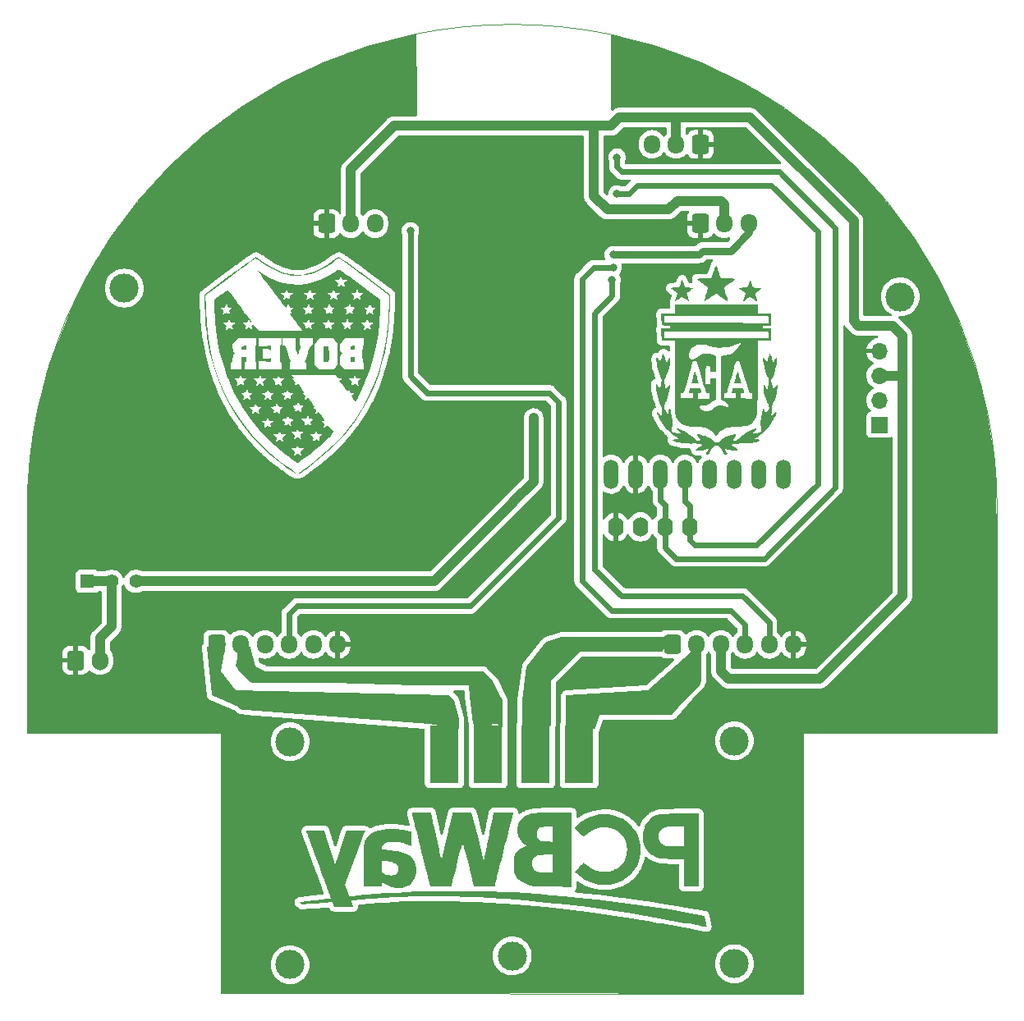
<source format=gbr>
%TF.GenerationSoftware,KiCad,Pcbnew,7.0.1*%
%TF.CreationDate,2023-08-29T23:28:33-03:00*%
%TF.ProjectId,BoverJr_PCBWAY,426f7665-724a-4725-9f50-43425741592e,rev?*%
%TF.SameCoordinates,Original*%
%TF.FileFunction,Copper,L2,Bot*%
%TF.FilePolarity,Positive*%
%FSLAX46Y46*%
G04 Gerber Fmt 4.6, Leading zero omitted, Abs format (unit mm)*
G04 Created by KiCad (PCBNEW 7.0.1) date 2023-08-29 23:28:33*
%MOMM*%
%LPD*%
G01*
G04 APERTURE LIST*
G04 Aperture macros list*
%AMRoundRect*
0 Rectangle with rounded corners*
0 $1 Rounding radius*
0 $2 $3 $4 $5 $6 $7 $8 $9 X,Y pos of 4 corners*
0 Add a 4 corners polygon primitive as box body*
4,1,4,$2,$3,$4,$5,$6,$7,$8,$9,$2,$3,0*
0 Add four circle primitives for the rounded corners*
1,1,$1+$1,$2,$3*
1,1,$1+$1,$4,$5*
1,1,$1+$1,$6,$7*
1,1,$1+$1,$8,$9*
0 Add four rect primitives between the rounded corners*
20,1,$1+$1,$2,$3,$4,$5,0*
20,1,$1+$1,$4,$5,$6,$7,0*
20,1,$1+$1,$6,$7,$8,$9,0*
20,1,$1+$1,$8,$9,$2,$3,0*%
G04 Aperture macros list end*
%TA.AperFunction,ComponentPad*%
%ADD10RoundRect,0.250000X-0.600000X-0.725000X0.600000X-0.725000X0.600000X0.725000X-0.600000X0.725000X0*%
%TD*%
%TA.AperFunction,ComponentPad*%
%ADD11O,1.700000X1.950000*%
%TD*%
%TA.AperFunction,ComponentPad*%
%ADD12RoundRect,0.250000X-0.600000X-0.750000X0.600000X-0.750000X0.600000X0.750000X-0.600000X0.750000X0*%
%TD*%
%TA.AperFunction,ComponentPad*%
%ADD13O,1.700000X2.000000*%
%TD*%
%TA.AperFunction,ComponentPad*%
%ADD14C,3.000000*%
%TD*%
%TA.AperFunction,ComponentPad*%
%ADD15C,2.200000*%
%TD*%
%TA.AperFunction,ComponentPad*%
%ADD16C,1.524000*%
%TD*%
%TA.AperFunction,ComponentPad*%
%ADD17R,3.000000X6.000000*%
%TD*%
%TA.AperFunction,ComponentPad*%
%ADD18R,1.700000X1.700000*%
%TD*%
%TA.AperFunction,ComponentPad*%
%ADD19O,1.700000X1.700000*%
%TD*%
%TA.AperFunction,ComponentPad*%
%ADD20RoundRect,0.250000X0.600000X0.725000X-0.600000X0.725000X-0.600000X-0.725000X0.600000X-0.725000X0*%
%TD*%
%TA.AperFunction,ComponentPad*%
%ADD21O,1.600000X2.000000*%
%TD*%
%TA.AperFunction,ComponentPad*%
%ADD22R,1.408000X1.408000*%
%TD*%
%TA.AperFunction,ComponentPad*%
%ADD23C,1.408000*%
%TD*%
%TA.AperFunction,ComponentPad*%
%ADD24O,1.508000X3.016000*%
%TD*%
%TA.AperFunction,ViaPad*%
%ADD25C,0.800000*%
%TD*%
%TA.AperFunction,Conductor*%
%ADD26C,1.000000*%
%TD*%
%TA.AperFunction,Conductor*%
%ADD27C,0.750000*%
%TD*%
%TA.AperFunction,Conductor*%
%ADD28C,0.600000*%
%TD*%
%TA.AperFunction,Conductor*%
%ADD29C,0.400000*%
%TD*%
%TA.AperFunction,Profile*%
%ADD30C,0.100000*%
%TD*%
G04 APERTURE END LIST*
%TA.AperFunction,EtchedComponent*%
%TO.C,G14*%
G36*
X169225313Y-112538886D02*
G01*
X169225313Y-114977654D01*
X169225313Y-118735504D01*
X168458404Y-118735504D01*
X167691496Y-118735504D01*
X167691496Y-117327894D01*
X167691496Y-115920284D01*
X166640832Y-115905455D01*
X166542867Y-115903986D01*
X166185363Y-115896562D01*
X165880410Y-115885790D01*
X165620983Y-115870453D01*
X165400056Y-115849336D01*
X165210605Y-115821223D01*
X165045602Y-115784899D01*
X164898024Y-115739146D01*
X164760845Y-115682751D01*
X164627038Y-115614496D01*
X164489579Y-115533167D01*
X164423051Y-115490007D01*
X164146977Y-115267963D01*
X163915961Y-115006480D01*
X163731429Y-114708845D01*
X163594809Y-114378348D01*
X163507527Y-114018273D01*
X163471010Y-113631910D01*
X163474100Y-113551205D01*
X165099494Y-113551205D01*
X165099495Y-113560434D01*
X165102432Y-113709202D01*
X165112999Y-113816796D01*
X165134261Y-113902245D01*
X165169282Y-113984578D01*
X165280561Y-114159875D01*
X165452141Y-114327055D01*
X165664949Y-114452491D01*
X165914073Y-114532569D01*
X165972059Y-114540915D01*
X166090659Y-114551367D01*
X166251764Y-114561520D01*
X166444986Y-114570820D01*
X166659941Y-114578710D01*
X166886243Y-114584634D01*
X167691496Y-114601390D01*
X167691496Y-113570138D01*
X167691496Y-112538886D01*
X166947595Y-112539494D01*
X166828005Y-112539969D01*
X166609043Y-112542704D01*
X166404205Y-112547523D01*
X166225297Y-112554040D01*
X166084126Y-112561871D01*
X165992499Y-112570630D01*
X165984852Y-112571756D01*
X165725325Y-112637227D01*
X165503053Y-112749351D01*
X165320746Y-112906338D01*
X165181115Y-113106398D01*
X165161048Y-113145470D01*
X165128879Y-113222437D01*
X165110254Y-113302866D01*
X165101638Y-113406031D01*
X165099494Y-113551205D01*
X163474100Y-113551205D01*
X163486686Y-113222546D01*
X163528778Y-112931397D01*
X163611446Y-112621173D01*
X163733914Y-112343906D01*
X163901255Y-112088528D01*
X164118541Y-111843971D01*
X164247951Y-111720471D01*
X164367445Y-111622158D01*
X164487280Y-111544046D01*
X164627205Y-111471682D01*
X164671302Y-111451206D01*
X164806919Y-111392944D01*
X164932939Y-111344866D01*
X165026810Y-111315772D01*
X165124152Y-111296134D01*
X165247155Y-111278461D01*
X165396454Y-111263482D01*
X165576431Y-111251030D01*
X165791463Y-111240939D01*
X166045933Y-111233042D01*
X166344220Y-111227172D01*
X166690704Y-111223164D01*
X167089765Y-111220851D01*
X167545784Y-111220066D01*
X169225313Y-111219804D01*
X169225313Y-112538886D01*
G37*
%TD.AperFunction*%
%TA.AperFunction,EtchedComponent*%
G36*
X159886226Y-111290715D02*
G01*
X160348894Y-111361615D01*
X160798072Y-111487275D01*
X161227466Y-111668082D01*
X161333490Y-111722942D01*
X161740235Y-111973113D01*
X162101598Y-112262609D01*
X162415864Y-112589175D01*
X162681318Y-112950555D01*
X162896247Y-113344492D01*
X163058936Y-113768732D01*
X163167671Y-114221018D01*
X163172115Y-114247940D01*
X163194530Y-114446672D01*
X163207626Y-114683264D01*
X163211411Y-114938076D01*
X163205897Y-115191465D01*
X163191091Y-115423792D01*
X163167004Y-115615413D01*
X163151437Y-115699262D01*
X163032628Y-116153077D01*
X162862393Y-116577382D01*
X162643730Y-116969005D01*
X162379636Y-117324779D01*
X162073105Y-117641533D01*
X161727136Y-117916098D01*
X161344724Y-118145303D01*
X160928866Y-118325980D01*
X160482559Y-118454959D01*
X160411772Y-118470501D01*
X160282398Y-118498156D01*
X160177373Y-118519656D01*
X160114443Y-118531321D01*
X160090792Y-118534297D01*
X159983048Y-118541409D01*
X159832921Y-118545641D01*
X159654649Y-118547137D01*
X159462466Y-118546037D01*
X159270610Y-118542487D01*
X159093316Y-118536626D01*
X158944821Y-118528599D01*
X158839361Y-118518549D01*
X158778305Y-118509477D01*
X158336320Y-118408668D01*
X157902650Y-118247563D01*
X157478417Y-118026734D01*
X157064743Y-117746752D01*
X156662751Y-117408192D01*
X156449289Y-117209896D01*
X156863086Y-116786729D01*
X156866692Y-116783041D01*
X156999048Y-116647608D01*
X157119501Y-116524214D01*
X157220298Y-116420812D01*
X157293688Y-116345353D01*
X157331917Y-116305790D01*
X157357774Y-116281665D01*
X157385904Y-116273279D01*
X157424118Y-116290148D01*
X157484049Y-116337760D01*
X157577328Y-116421605D01*
X157806459Y-116617675D01*
X158127292Y-116846290D01*
X158449013Y-117019218D01*
X158778230Y-117139264D01*
X159121550Y-117209234D01*
X159485578Y-117231934D01*
X159659038Y-117227404D01*
X159992180Y-117187594D01*
X160309630Y-117102660D01*
X160632825Y-116967662D01*
X160696888Y-116935913D01*
X160827406Y-116863977D01*
X160940083Y-116787029D01*
X161054054Y-116691109D01*
X161188453Y-116562255D01*
X161264177Y-116485844D01*
X161371619Y-116368886D01*
X161453731Y-116262348D01*
X161524314Y-116147425D01*
X161597168Y-116005311D01*
X161706094Y-115748366D01*
X161779096Y-115492462D01*
X161819586Y-115219553D01*
X161831785Y-114909926D01*
X161831486Y-114864102D01*
X161816825Y-114584273D01*
X161776919Y-114338856D01*
X161707266Y-114107343D01*
X161603364Y-113869220D01*
X161508464Y-113696367D01*
X161297360Y-113404825D01*
X161045895Y-113154438D01*
X160759520Y-112947735D01*
X160443682Y-112787247D01*
X160103831Y-112675504D01*
X159745417Y-112615035D01*
X159373889Y-112608371D01*
X158994695Y-112658042D01*
X158933837Y-112671291D01*
X158590664Y-112774262D01*
X158262162Y-112924186D01*
X157939814Y-113125540D01*
X157615099Y-113382798D01*
X157381495Y-113586531D01*
X157252498Y-113471082D01*
X157229231Y-113450056D01*
X157145890Y-113373411D01*
X157034576Y-113269864D01*
X156906999Y-113150334D01*
X156774872Y-113025740D01*
X156426242Y-112695848D01*
X156541952Y-112554640D01*
X156558792Y-112534690D01*
X156670847Y-112418045D01*
X156816772Y-112284363D01*
X156981359Y-112146488D01*
X157149403Y-112017265D01*
X157305697Y-111909537D01*
X157590858Y-111744035D01*
X158026554Y-111546953D01*
X158480233Y-111402692D01*
X158945601Y-111311641D01*
X159416364Y-111274186D01*
X159886226Y-111290715D01*
G37*
%TD.AperFunction*%
%TA.AperFunction,EtchedComponent*%
G36*
X156126520Y-112569562D02*
G01*
X156126520Y-114949479D01*
X156126520Y-115453137D01*
X156126520Y-118771183D01*
X154293610Y-118758237D01*
X154228120Y-118757770D01*
X153821352Y-118754560D01*
X153469686Y-118750965D01*
X153167677Y-118746614D01*
X152909885Y-118741133D01*
X152690867Y-118734152D01*
X152505180Y-118725297D01*
X152347381Y-118714196D01*
X152212027Y-118700478D01*
X152093678Y-118683769D01*
X151986889Y-118663698D01*
X151886218Y-118639893D01*
X151786223Y-118611981D01*
X151681461Y-118579589D01*
X151624967Y-118560863D01*
X151284696Y-118416626D01*
X150972670Y-118230012D01*
X150696450Y-118006986D01*
X150463597Y-117753512D01*
X150281673Y-117475554D01*
X150159974Y-117247702D01*
X150149998Y-116641486D01*
X150148732Y-116550407D01*
X150148840Y-116331244D01*
X152052207Y-116331244D01*
X152069210Y-116576361D01*
X152136023Y-116785730D01*
X152253005Y-116959907D01*
X152420513Y-117099446D01*
X152638904Y-117204901D01*
X152649341Y-117208659D01*
X152717212Y-117230793D01*
X152786998Y-117247707D01*
X152868604Y-117260326D01*
X152971938Y-117269575D01*
X153106905Y-117276378D01*
X153283411Y-117281660D01*
X153511363Y-117286346D01*
X154193912Y-117298820D01*
X154193912Y-116375978D01*
X154193912Y-115453137D01*
X153649407Y-115454084D01*
X153587544Y-115454291D01*
X153304482Y-115458622D01*
X153072818Y-115469151D01*
X152884394Y-115486860D01*
X152731054Y-115512731D01*
X152604639Y-115547748D01*
X152496992Y-115592892D01*
X152374880Y-115661429D01*
X152233226Y-115775382D01*
X152137227Y-115911695D01*
X152079744Y-116081701D01*
X152053637Y-116296736D01*
X152052207Y-116331244D01*
X150148840Y-116331244D01*
X150148871Y-116269411D01*
X150156876Y-116037483D01*
X150173796Y-115845348D01*
X150200677Y-115683733D01*
X150238568Y-115543362D01*
X150288514Y-115414963D01*
X150309346Y-115372108D01*
X150435186Y-115187344D01*
X150610818Y-115011689D01*
X150826836Y-114852316D01*
X151073835Y-114716401D01*
X151342409Y-114611116D01*
X151544690Y-114546982D01*
X151363229Y-114440992D01*
X151152451Y-114292115D01*
X150941049Y-114076904D01*
X150769494Y-113823377D01*
X150641792Y-113538944D01*
X150579264Y-113297791D01*
X152537561Y-113297791D01*
X152547228Y-113486639D01*
X152585339Y-113660395D01*
X152657925Y-113797089D01*
X152770838Y-113907211D01*
X152929929Y-114001254D01*
X152990933Y-114029806D01*
X153051170Y-114052944D01*
X153116104Y-114069334D01*
X153197064Y-114080495D01*
X153305382Y-114087950D01*
X153452386Y-114093218D01*
X153649407Y-114097821D01*
X154193912Y-114109338D01*
X154193912Y-113339450D01*
X154193912Y-112569562D01*
X153677290Y-112569562D01*
X153457853Y-112571658D01*
X153260689Y-112579354D01*
X153115203Y-112593021D01*
X153016365Y-112612991D01*
X152913916Y-112650714D01*
X152748916Y-112753930D01*
X152631277Y-112896056D01*
X152560869Y-113077281D01*
X152537561Y-113297791D01*
X150579264Y-113297791D01*
X150561950Y-113231016D01*
X150533972Y-112907002D01*
X150540999Y-112725550D01*
X150594175Y-112407881D01*
X150698584Y-112122865D01*
X150853101Y-111871591D01*
X151056604Y-111655147D01*
X151307968Y-111474621D01*
X151606070Y-111331102D01*
X151949787Y-111225679D01*
X152337994Y-111159440D01*
X152372018Y-111156454D01*
X152484120Y-111150631D01*
X152648178Y-111145262D01*
X152857883Y-111140443D01*
X153106925Y-111136273D01*
X153388997Y-111132849D01*
X153697789Y-111130268D01*
X154026993Y-111128628D01*
X154370301Y-111128027D01*
X156126520Y-111127775D01*
X156126520Y-112569562D01*
G37*
%TD.AperFunction*%
%TA.AperFunction,EtchedComponent*%
G36*
X140099058Y-116900337D02*
G01*
X140101782Y-117171012D01*
X140098340Y-117221690D01*
X140082190Y-117376421D01*
X140059850Y-117521529D01*
X140035070Y-117631157D01*
X139930932Y-117896433D01*
X139767826Y-118164504D01*
X139561083Y-118400239D01*
X139317891Y-118596844D01*
X139045437Y-118747521D01*
X138750906Y-118845475D01*
X138725047Y-118850937D01*
X138555018Y-118872584D01*
X138350440Y-118880903D01*
X138130347Y-118876681D01*
X137913776Y-118860702D01*
X137719763Y-118833754D01*
X137567342Y-118796621D01*
X137417877Y-118741025D01*
X137073600Y-118570005D01*
X136752882Y-118349612D01*
X136539685Y-118179609D01*
X136530858Y-118458011D01*
X136522032Y-118736414D01*
X135610569Y-118728290D01*
X134699105Y-118720166D01*
X134699666Y-116603500D01*
X134699844Y-116239715D01*
X134700059Y-116066664D01*
X136522993Y-116066664D01*
X136531339Y-116640594D01*
X136539685Y-117214524D01*
X136690587Y-117328540D01*
X136753968Y-117372423D01*
X136886485Y-117449575D01*
X137012688Y-117508356D01*
X137119086Y-117542227D01*
X137315314Y-117577239D01*
X137519569Y-117585543D01*
X137715674Y-117567945D01*
X137887452Y-117525248D01*
X138018728Y-117458260D01*
X138029451Y-117450165D01*
X138123782Y-117365098D01*
X138184083Y-117272370D01*
X138218587Y-117154322D01*
X138235530Y-116993294D01*
X138238170Y-116900337D01*
X138218258Y-116704672D01*
X138157200Y-116546721D01*
X138050222Y-116419968D01*
X137892553Y-116317898D01*
X137679420Y-116233993D01*
X137635911Y-116221232D01*
X137489549Y-116186349D01*
X137309410Y-116151163D01*
X137114173Y-116118639D01*
X136922514Y-116091739D01*
X136753111Y-116073426D01*
X136624642Y-116066664D01*
X136522993Y-116066664D01*
X134700059Y-116066664D01*
X134700300Y-115872435D01*
X134701129Y-115557775D01*
X134702441Y-115291052D01*
X134704344Y-115067585D01*
X134706948Y-114882691D01*
X134710362Y-114731688D01*
X134714696Y-114609894D01*
X134720057Y-114512627D01*
X134726557Y-114435204D01*
X134734303Y-114372943D01*
X134743405Y-114321163D01*
X134753972Y-114275180D01*
X134813020Y-114080362D01*
X134938655Y-113802028D01*
X135105144Y-113559799D01*
X135314124Y-113352813D01*
X135567233Y-113180210D01*
X135866107Y-113041127D01*
X136212384Y-112934703D01*
X136607701Y-112860076D01*
X137053695Y-112816385D01*
X137552003Y-112802769D01*
X137892672Y-112809445D01*
X138203910Y-112827774D01*
X138467731Y-112856974D01*
X138623303Y-112881105D01*
X138799555Y-112910933D01*
X138981762Y-112943764D01*
X139158843Y-112977430D01*
X139319716Y-113009767D01*
X139453300Y-113038608D01*
X139548514Y-113061788D01*
X139594275Y-113077141D01*
X139598556Y-113087331D01*
X139606413Y-113149750D01*
X139613059Y-113261571D01*
X139618186Y-113414825D01*
X139621487Y-113601545D01*
X139622656Y-113813764D01*
X139622656Y-114532847D01*
X139551926Y-114532847D01*
X139529468Y-114530129D01*
X139449378Y-114509213D01*
X139337939Y-114472144D01*
X139212041Y-114424315D01*
X139118519Y-114388727D01*
X138946995Y-114329591D01*
X138760257Y-114270677D01*
X138584884Y-114220620D01*
X138450891Y-114186302D01*
X138305103Y-114154966D01*
X138171608Y-114136484D01*
X138025889Y-114127712D01*
X137843429Y-114125505D01*
X137752952Y-114126310D01*
X137420607Y-114145956D01*
X137142434Y-114192354D01*
X136917299Y-114266122D01*
X136744071Y-114367880D01*
X136621619Y-114498245D01*
X136548812Y-114657839D01*
X136524518Y-114847280D01*
X136529968Y-114900924D01*
X136559814Y-114926348D01*
X136632414Y-114931640D01*
X136671345Y-114932623D01*
X136788882Y-114940033D01*
X136948526Y-114953555D01*
X137137789Y-114971813D01*
X137344188Y-114993432D01*
X137555236Y-115017038D01*
X137758448Y-115041257D01*
X137941337Y-115064712D01*
X138091419Y-115086029D01*
X138196206Y-115103834D01*
X138225410Y-115109758D01*
X138643552Y-115215876D01*
X139008088Y-115351429D01*
X139319530Y-115516972D01*
X139578387Y-115713057D01*
X139785172Y-115940240D01*
X139940393Y-116199073D01*
X140044561Y-116490110D01*
X140098188Y-116813905D01*
X140099058Y-116900337D01*
G37*
%TD.AperFunction*%
%TA.AperFunction,EtchedComponent*%
G36*
X141632185Y-111166120D02*
G01*
X141638705Y-111194952D01*
X141657850Y-111282183D01*
X141688014Y-111420847D01*
X141728146Y-111606071D01*
X141777196Y-111832981D01*
X141834115Y-112096704D01*
X141897852Y-112392368D01*
X141967357Y-112715098D01*
X142041582Y-113060022D01*
X142119475Y-113422265D01*
X142199987Y-113796956D01*
X142282068Y-114179221D01*
X142364668Y-114564186D01*
X142446737Y-114946978D01*
X142490924Y-115151921D01*
X142541012Y-115381101D01*
X142586377Y-115585313D01*
X142625425Y-115757546D01*
X142656564Y-115890787D01*
X142678202Y-115978025D01*
X142688744Y-116012248D01*
X142695874Y-116000001D01*
X142716149Y-115936243D01*
X142747135Y-115824423D01*
X142787092Y-115671246D01*
X142834282Y-115483414D01*
X142886964Y-115267633D01*
X142943400Y-115030606D01*
X142951466Y-114996326D01*
X143020175Y-114704613D01*
X143094149Y-114391034D01*
X143169531Y-114071908D01*
X143242463Y-113763555D01*
X143309090Y-113482293D01*
X143365554Y-113244442D01*
X143386972Y-113154322D01*
X143451523Y-112882422D01*
X143520461Y-112591672D01*
X143589134Y-112301705D01*
X143652893Y-112032155D01*
X143707086Y-111802654D01*
X143727544Y-111716217D01*
X143771900Y-111530971D01*
X143811181Y-111369823D01*
X143843177Y-111241688D01*
X143865674Y-111155477D01*
X143876461Y-111120106D01*
X143885461Y-111117273D01*
X143945834Y-111111844D01*
X144056400Y-111107007D01*
X144209678Y-111102937D01*
X144398189Y-111099811D01*
X144614452Y-111097806D01*
X144850986Y-111097099D01*
X145811686Y-111097099D01*
X146434272Y-113587766D01*
X147056857Y-116078434D01*
X147359132Y-114607754D01*
X147391948Y-114448081D01*
X147463934Y-114097783D01*
X147538914Y-113732861D01*
X147614331Y-113365769D01*
X147687626Y-113008958D01*
X147756241Y-112674884D01*
X147817617Y-112375998D01*
X147869198Y-112124756D01*
X148076989Y-111112437D01*
X149095475Y-111104354D01*
X149266243Y-111103129D01*
X149495571Y-111101922D01*
X149699186Y-111101364D01*
X149869959Y-111101446D01*
X150000764Y-111102162D01*
X150084473Y-111103502D01*
X150113960Y-111105461D01*
X150112198Y-111113179D01*
X150097888Y-111171136D01*
X150070105Y-111282149D01*
X150029942Y-111441902D01*
X149978492Y-111646083D01*
X149916849Y-111890377D01*
X149846104Y-112170470D01*
X149767352Y-112482048D01*
X149681686Y-112820797D01*
X149590198Y-113182403D01*
X149493982Y-113562551D01*
X149394131Y-113956929D01*
X149291739Y-114361221D01*
X149187898Y-114771114D01*
X149083701Y-115182294D01*
X148980242Y-115590446D01*
X148878613Y-115991257D01*
X148779909Y-116380412D01*
X148685222Y-116753598D01*
X148595644Y-117106500D01*
X148512271Y-117434805D01*
X148436193Y-117734197D01*
X148368506Y-118000364D01*
X148310301Y-118228991D01*
X148262672Y-118415765D01*
X148226712Y-118556370D01*
X148203514Y-118646493D01*
X148194172Y-118681821D01*
X148191565Y-118688313D01*
X148179751Y-118701421D01*
X148155030Y-118711862D01*
X148111345Y-118719937D01*
X148042641Y-118725945D01*
X147942863Y-118730187D01*
X147805955Y-118732964D01*
X147625861Y-118734576D01*
X147396527Y-118735322D01*
X147111896Y-118735504D01*
X146046574Y-118735504D01*
X145497912Y-116549816D01*
X145416498Y-116225592D01*
X145329954Y-115881158D01*
X145248340Y-115556575D01*
X145172905Y-115256802D01*
X145104898Y-114986795D01*
X145045570Y-114751512D01*
X144996169Y-114555910D01*
X144957945Y-114404946D01*
X144932146Y-114303577D01*
X144920023Y-114256760D01*
X144918799Y-114252064D01*
X144913844Y-114229109D01*
X144909726Y-114208327D01*
X144905425Y-114193291D01*
X144899923Y-114187578D01*
X144892201Y-114194762D01*
X144881238Y-114218417D01*
X144866016Y-114262119D01*
X144845515Y-114329442D01*
X144818716Y-114423961D01*
X144784601Y-114549251D01*
X144742149Y-114708887D01*
X144690341Y-114906444D01*
X144628158Y-115145497D01*
X144554581Y-115429620D01*
X144468590Y-115762389D01*
X144369167Y-116147378D01*
X144255292Y-116588161D01*
X144231334Y-116680860D01*
X144145581Y-117012648D01*
X144064112Y-117327856D01*
X143988311Y-117621133D01*
X143919561Y-117887125D01*
X143859246Y-118120479D01*
X143808749Y-118315843D01*
X143769454Y-118467864D01*
X143742744Y-118571190D01*
X143730003Y-118620468D01*
X143700243Y-118735504D01*
X142631573Y-118735504D01*
X141562903Y-118735504D01*
X141390889Y-118052956D01*
X141382807Y-118020895D01*
X141338058Y-117843585D01*
X141280948Y-117617539D01*
X141213694Y-117351533D01*
X141138519Y-117054341D01*
X141057641Y-116734739D01*
X140973280Y-116401502D01*
X140887658Y-116063406D01*
X140802994Y-115729224D01*
X140652794Y-115136400D01*
X140508161Y-114565319D01*
X140377421Y-114048811D01*
X140259945Y-113584363D01*
X140155102Y-113169462D01*
X140062265Y-112801598D01*
X139980802Y-112478257D01*
X139910085Y-112196927D01*
X139849485Y-111955097D01*
X139798371Y-111750255D01*
X139756114Y-111579888D01*
X139722086Y-111441484D01*
X139695656Y-111332531D01*
X139676195Y-111250517D01*
X139663074Y-111192930D01*
X139655663Y-111157258D01*
X139653332Y-111140989D01*
X139653498Y-111138908D01*
X139663890Y-111126969D01*
X139694630Y-111117472D01*
X139751575Y-111110155D01*
X139840583Y-111104756D01*
X139967511Y-111101013D01*
X140138217Y-111098663D01*
X140358557Y-111097446D01*
X140634390Y-111097099D01*
X141615448Y-111097099D01*
X141632185Y-111166120D01*
G37*
%TD.AperFunction*%
%TA.AperFunction,EtchedComponent*%
G36*
X130783196Y-113451507D02*
G01*
X130815607Y-113554237D01*
X130894516Y-113804743D01*
X130987511Y-114100388D01*
X131091754Y-114432138D01*
X131204408Y-114790961D01*
X131322638Y-115167824D01*
X131443608Y-115553694D01*
X131564480Y-115939539D01*
X131616787Y-116102924D01*
X131665030Y-116246473D01*
X131704749Y-116357205D01*
X131732845Y-116426490D01*
X131746220Y-116445698D01*
X131756923Y-116416708D01*
X131785486Y-116334097D01*
X131830025Y-116203228D01*
X131888803Y-116029267D01*
X131960081Y-115817379D01*
X132042122Y-115572733D01*
X132133188Y-115300493D01*
X132231541Y-115005826D01*
X132335444Y-114693898D01*
X132909651Y-112968355D01*
X133876682Y-112968355D01*
X133988358Y-112968420D01*
X134246074Y-112969299D01*
X134449472Y-112971365D01*
X134603664Y-112974825D01*
X134713762Y-112979882D01*
X134784877Y-112986744D01*
X134822121Y-112995614D01*
X134830606Y-113006700D01*
X134828305Y-113013019D01*
X134808002Y-113067604D01*
X134768207Y-113174106D01*
X134710417Y-113328535D01*
X134636127Y-113526897D01*
X134546835Y-113765204D01*
X134444035Y-114039462D01*
X134329224Y-114345682D01*
X134203897Y-114679871D01*
X134069551Y-115038039D01*
X133927681Y-115416194D01*
X133779783Y-115810346D01*
X132742067Y-118575646D01*
X132965738Y-119154065D01*
X132980628Y-119192543D01*
X133047547Y-119364769D01*
X133106240Y-119514705D01*
X133153255Y-119633609D01*
X133185139Y-119712738D01*
X133198440Y-119743351D01*
X133207032Y-119744249D01*
X133265698Y-119741951D01*
X133372306Y-119734699D01*
X133518072Y-119723169D01*
X133694210Y-119708038D01*
X133891935Y-119689981D01*
X134846193Y-119603556D01*
X135945050Y-119512651D01*
X137009077Y-119434650D01*
X138051789Y-119368708D01*
X139086696Y-119313984D01*
X140127312Y-119269634D01*
X141187148Y-119234815D01*
X141302949Y-119231895D01*
X141558984Y-119227046D01*
X141865065Y-119222861D01*
X142213873Y-119219342D01*
X142598091Y-119216489D01*
X143010402Y-119214302D01*
X143443487Y-119212783D01*
X143890030Y-119211930D01*
X144342712Y-119211745D01*
X144794216Y-119212229D01*
X145237225Y-119213382D01*
X145664420Y-119215204D01*
X146068484Y-119217696D01*
X146442099Y-119220859D01*
X146777948Y-119224693D01*
X147068713Y-119229198D01*
X147307076Y-119234376D01*
X147847619Y-119250356D01*
X148970432Y-119293953D01*
X150148447Y-119352963D01*
X151378928Y-119427200D01*
X152659134Y-119516479D01*
X153986327Y-119620616D01*
X155357770Y-119739427D01*
X156770723Y-119872726D01*
X158742415Y-120079471D01*
X161270078Y-120384564D01*
X163792822Y-120734696D01*
X166323842Y-121131726D01*
X168876339Y-121577513D01*
X169831109Y-121752573D01*
X169942765Y-122291684D01*
X169974790Y-122448014D01*
X170006544Y-122606938D01*
X170031667Y-122737035D01*
X170048152Y-122827904D01*
X170053997Y-122869140D01*
X170053553Y-122879493D01*
X170047236Y-122895490D01*
X170026139Y-122902966D01*
X169981196Y-122901172D01*
X169903340Y-122889360D01*
X169783504Y-122866780D01*
X169612621Y-122832684D01*
X169380594Y-122786607D01*
X169053401Y-122722971D01*
X168681654Y-122651839D01*
X168274032Y-122574819D01*
X167839216Y-122493517D01*
X167385886Y-122409540D01*
X166922724Y-122324494D01*
X166458410Y-122239987D01*
X166001625Y-122157626D01*
X165561048Y-122079017D01*
X165145361Y-122005767D01*
X164667389Y-121922783D01*
X162341496Y-121537328D01*
X160058578Y-121189823D01*
X157819429Y-120880367D01*
X155624842Y-120609060D01*
X153475608Y-120376000D01*
X151372522Y-120181286D01*
X149316375Y-120025019D01*
X149006630Y-120004407D01*
X147687041Y-119923025D01*
X146422218Y-119855915D01*
X145208180Y-119803032D01*
X144040947Y-119764331D01*
X142916537Y-119739770D01*
X141830970Y-119729304D01*
X140780265Y-119732888D01*
X139760441Y-119750479D01*
X138767517Y-119782032D01*
X137797513Y-119827504D01*
X136846448Y-119886850D01*
X136592856Y-119904936D01*
X136273650Y-119928348D01*
X135945575Y-119953036D01*
X135614470Y-119978517D01*
X135286172Y-120004308D01*
X134966519Y-120029925D01*
X134661348Y-120054884D01*
X134376498Y-120078701D01*
X134117807Y-120100894D01*
X133891112Y-120120979D01*
X133702251Y-120138472D01*
X133557062Y-120152890D01*
X133461383Y-120163749D01*
X133421051Y-120170566D01*
X133401096Y-120185334D01*
X133395102Y-120214791D01*
X133406512Y-120268986D01*
X133437595Y-120358462D01*
X133490622Y-120493765D01*
X133528310Y-120590672D01*
X133568121Y-120701158D01*
X133592858Y-120780466D01*
X133598266Y-120815866D01*
X133587606Y-120818555D01*
X133524640Y-120822500D01*
X133411775Y-120825120D01*
X133256420Y-120826371D01*
X133065983Y-120826212D01*
X132847872Y-120824601D01*
X132609497Y-120821495D01*
X131633655Y-120806157D01*
X131546554Y-120574652D01*
X131459453Y-120343148D01*
X130640511Y-120413721D01*
X130541357Y-120422227D01*
X130253709Y-120446567D01*
X129943318Y-120472429D01*
X129631150Y-120498086D01*
X129338168Y-120521810D01*
X129085337Y-120541872D01*
X128349105Y-120599451D01*
X128203392Y-120493126D01*
X128139772Y-120444350D01*
X128080541Y-120392675D01*
X128057680Y-120363503D01*
X128066959Y-120358613D01*
X128126394Y-120345280D01*
X128233503Y-120327173D01*
X128379756Y-120305591D01*
X128556621Y-120281835D01*
X128755566Y-120257203D01*
X129001965Y-120227866D01*
X129284171Y-120194214D01*
X129573397Y-120159679D01*
X129846995Y-120126967D01*
X130082317Y-120098781D01*
X130082390Y-120098772D01*
X130295517Y-120073240D01*
X130509560Y-120047647D01*
X130709061Y-120023837D01*
X130878563Y-120003655D01*
X131002607Y-119988947D01*
X131078162Y-119979816D01*
X131191082Y-119965258D01*
X131270486Y-119953808D01*
X131302651Y-119947369D01*
X131301859Y-119942646D01*
X131285935Y-119893003D01*
X131251705Y-119794270D01*
X131201360Y-119652554D01*
X131137095Y-119473963D01*
X131061102Y-119264604D01*
X130975576Y-119030585D01*
X130882708Y-118778013D01*
X130863505Y-118725939D01*
X130747620Y-118411766D01*
X130618419Y-118061605D01*
X130478559Y-117682651D01*
X130330699Y-117282101D01*
X130177496Y-116867150D01*
X130021608Y-116444995D01*
X129865693Y-116022832D01*
X129712409Y-115607857D01*
X129564414Y-115207265D01*
X129424365Y-114828253D01*
X129294921Y-114478017D01*
X129178738Y-114163754D01*
X129078476Y-113892658D01*
X128996792Y-113671927D01*
X128968010Y-113593909D01*
X128902550Y-113414266D01*
X128846246Y-113256677D01*
X128802194Y-113129991D01*
X128773491Y-113043055D01*
X128763235Y-113004717D01*
X128772107Y-112996350D01*
X128814252Y-112987064D01*
X128895179Y-112979860D01*
X129019401Y-112974563D01*
X129191428Y-112970997D01*
X129415773Y-112968986D01*
X129696948Y-112968355D01*
X130630660Y-112968355D01*
X130783196Y-113451507D01*
G37*
%TD.AperFunction*%
%TA.AperFunction,EtchedComponent*%
%TO.C,G3*%
G36*
X168890453Y-65691846D02*
G01*
X168922021Y-65799270D01*
X168974323Y-65975875D01*
X169035049Y-66179900D01*
X169096507Y-66385461D01*
X169234142Y-66844615D01*
X168866610Y-66844615D01*
X168733151Y-66843210D01*
X168596666Y-66835452D01*
X168521863Y-66819749D01*
X168499077Y-66794789D01*
X168504939Y-66756647D01*
X168526473Y-66653483D01*
X168560241Y-66503520D01*
X168602432Y-66322814D01*
X168649237Y-66127422D01*
X168696849Y-65933400D01*
X168741458Y-65756805D01*
X168779254Y-65613692D01*
X168822034Y-65457384D01*
X168890453Y-65691846D01*
G37*
%TD.AperFunction*%
%TA.AperFunction,EtchedComponent*%
G36*
X173238962Y-65560723D02*
G01*
X173270393Y-65637877D01*
X173315033Y-65763969D01*
X173368367Y-65924522D01*
X173425882Y-66105059D01*
X173483062Y-66291104D01*
X173535393Y-66468178D01*
X173578362Y-66621805D01*
X173607454Y-66737509D01*
X173618154Y-66800811D01*
X173617898Y-66803101D01*
X173573078Y-66826180D01*
X173451042Y-66840010D01*
X173251593Y-66844615D01*
X172885031Y-66844615D01*
X173042121Y-66209615D01*
X173081391Y-66053278D01*
X173132187Y-65858378D01*
X173175711Y-65699706D01*
X173208294Y-65590515D01*
X173226269Y-65544059D01*
X173238962Y-65560723D01*
G37*
%TD.AperFunction*%
%TA.AperFunction,EtchedComponent*%
G36*
X167540213Y-56183536D02*
G01*
X167578139Y-56271417D01*
X167627767Y-56405293D01*
X167682657Y-56568540D01*
X167807808Y-56958154D01*
X168251135Y-56958154D01*
X168412726Y-56960182D01*
X168558738Y-56966417D01*
X168657605Y-56975852D01*
X168693827Y-56987461D01*
X168690559Y-56994242D01*
X168643204Y-57040203D01*
X168551313Y-57113927D01*
X168430058Y-57203014D01*
X168401733Y-57223099D01*
X168267676Y-57319055D01*
X168153099Y-57402410D01*
X168080247Y-57457014D01*
X167993571Y-57524769D01*
X168124500Y-57935077D01*
X168169017Y-58077636D01*
X168210964Y-58219480D01*
X168237367Y-58318238D01*
X168243830Y-58358320D01*
X168243785Y-58358370D01*
X168209044Y-58355603D01*
X168130384Y-58313021D01*
X168002393Y-58227264D01*
X167819659Y-58094972D01*
X167772259Y-58060436D01*
X167650671Y-57976681D01*
X167556506Y-57918694D01*
X167507044Y-57897395D01*
X167476494Y-57910413D01*
X167392289Y-57962155D01*
X167272252Y-58044081D01*
X167131385Y-58146254D01*
X167020797Y-58225718D01*
X166903603Y-58302224D01*
X166821819Y-58346253D01*
X166788555Y-58350013D01*
X166789437Y-58329412D01*
X166808388Y-58243967D01*
X166845627Y-58113584D01*
X166896016Y-57957054D01*
X166923852Y-57873382D01*
X166970224Y-57726735D01*
X167002222Y-57615483D01*
X167014154Y-57558823D01*
X166997600Y-57531559D01*
X166928944Y-57464246D01*
X166819289Y-57372673D01*
X166682000Y-57268520D01*
X166577687Y-57191042D01*
X166459952Y-57098619D01*
X166379584Y-57029268D01*
X166349846Y-56993954D01*
X166378520Y-56981408D01*
X166470983Y-56967961D01*
X166612120Y-56956851D01*
X166786278Y-56949664D01*
X167222709Y-56938615D01*
X167356231Y-56537833D01*
X167403636Y-56402875D01*
X167456397Y-56270280D01*
X167498481Y-56183918D01*
X167523630Y-56157989D01*
X167540213Y-56183536D01*
G37*
%TD.AperFunction*%
%TA.AperFunction,EtchedComponent*%
G36*
X174543064Y-56173925D02*
G01*
X174575292Y-56239439D01*
X174621873Y-56350420D01*
X174675915Y-56488577D01*
X174730529Y-56635618D01*
X174778823Y-56773254D01*
X174813908Y-56883193D01*
X174828893Y-56947144D01*
X174864457Y-56951263D01*
X174963132Y-56956355D01*
X175109639Y-56961712D01*
X175288693Y-56966683D01*
X175747846Y-56977692D01*
X175415693Y-57225443D01*
X175310642Y-57304136D01*
X175185734Y-57398691D01*
X175094280Y-57469123D01*
X175050945Y-57504221D01*
X175046695Y-57529533D01*
X175059342Y-57617600D01*
X175091308Y-57750661D01*
X175138868Y-57911476D01*
X175173140Y-58020066D01*
X175217601Y-58166702D01*
X175248076Y-58274727D01*
X175259385Y-58326313D01*
X175258834Y-58338311D01*
X175248413Y-58357421D01*
X175216782Y-58351691D01*
X175153603Y-58315621D01*
X175048538Y-58243711D01*
X174891250Y-58130461D01*
X174794875Y-58061477D01*
X174670811Y-57976103D01*
X174579712Y-57917665D01*
X174536462Y-57896000D01*
X174510989Y-57907402D01*
X174431880Y-57956511D01*
X174315328Y-58035473D01*
X174176062Y-58134539D01*
X174072476Y-58207642D01*
X173950561Y-58287305D01*
X173862597Y-58336987D01*
X173822776Y-58348108D01*
X173821411Y-58320540D01*
X173838966Y-58231112D01*
X173874985Y-58096740D01*
X173925365Y-57933976D01*
X173964182Y-57811215D01*
X174005675Y-57666704D01*
X174030472Y-57562442D01*
X174034201Y-57515252D01*
X174012376Y-57494906D01*
X173936855Y-57436004D01*
X173821775Y-57351194D01*
X173681507Y-57251231D01*
X173577626Y-57176895D01*
X173458420Y-57087363D01*
X173376735Y-57020678D01*
X173346075Y-56987461D01*
X173377070Y-56976667D01*
X173471664Y-56967059D01*
X173614693Y-56960549D01*
X173790744Y-56958154D01*
X174236872Y-56958154D01*
X174368105Y-56564454D01*
X174412093Y-56437637D01*
X174465329Y-56298039D01*
X174508080Y-56201561D01*
X174533846Y-56163915D01*
X174543064Y-56173925D01*
G37*
%TD.AperFunction*%
%TA.AperFunction,EtchedComponent*%
G36*
X171046396Y-54669361D02*
G01*
X171087473Y-54763585D01*
X171142952Y-54918371D01*
X171216134Y-55141077D01*
X171261650Y-55281532D01*
X171328130Y-55482557D01*
X171389188Y-55662893D01*
X171435787Y-55795615D01*
X171517529Y-56020308D01*
X172255226Y-56020308D01*
X172266882Y-56020312D01*
X172496150Y-56022099D01*
X172695428Y-56026776D01*
X172852677Y-56033810D01*
X172955855Y-56042672D01*
X172992923Y-56052831D01*
X172963560Y-56084250D01*
X172880336Y-56153516D01*
X172753177Y-56252738D01*
X172592011Y-56374170D01*
X172406770Y-56510065D01*
X172224201Y-56644167D01*
X172062543Y-56766463D01*
X171934766Y-56866939D01*
X171850810Y-56937776D01*
X171820616Y-56971155D01*
X171829493Y-57008783D01*
X171859206Y-57110561D01*
X171906051Y-57262870D01*
X171966129Y-57453056D01*
X172035539Y-57668462D01*
X172096338Y-57857146D01*
X172157902Y-58052237D01*
X172206717Y-58211465D01*
X172238874Y-58322045D01*
X172250462Y-58371190D01*
X172250326Y-58374466D01*
X172241466Y-58386573D01*
X172213570Y-58380187D01*
X172159381Y-58350589D01*
X172071639Y-58293060D01*
X171943086Y-58202881D01*
X171766464Y-58075332D01*
X171534514Y-57905695D01*
X171426830Y-57827885D01*
X171264521Y-57715437D01*
X171129378Y-57627752D01*
X171033112Y-57572304D01*
X170987437Y-57556567D01*
X170950384Y-57579236D01*
X170858712Y-57641706D01*
X170724854Y-57735791D01*
X170559857Y-57853717D01*
X170374770Y-57987707D01*
X170269462Y-58063723D01*
X170070745Y-58202177D01*
X169923635Y-58296739D01*
X169831109Y-58345562D01*
X169796142Y-58346800D01*
X169802365Y-58301470D01*
X169829817Y-58192504D01*
X169875258Y-58034122D01*
X169934974Y-57839216D01*
X170005255Y-57620676D01*
X170060606Y-57448469D01*
X170123492Y-57239856D01*
X170167440Y-57076610D01*
X170189974Y-56968134D01*
X170188621Y-56923830D01*
X170165705Y-56908886D01*
X170047000Y-56827686D01*
X169899697Y-56722614D01*
X169735294Y-56602373D01*
X169565286Y-56475664D01*
X169401169Y-56351186D01*
X169254441Y-56237641D01*
X169136597Y-56143731D01*
X169059134Y-56078155D01*
X169033547Y-56049615D01*
X169033773Y-56049302D01*
X169078761Y-56040152D01*
X169189070Y-56032194D01*
X169352276Y-56025912D01*
X169555953Y-56021789D01*
X169787676Y-56020308D01*
X170524586Y-56020308D01*
X170748022Y-55346231D01*
X170815178Y-55144727D01*
X170880715Y-54950415D01*
X170934645Y-54793004D01*
X170972700Y-54684941D01*
X170990614Y-54638674D01*
X170994231Y-54633163D01*
X171016416Y-54628339D01*
X171046396Y-54669361D01*
G37*
%TD.AperFunction*%
%TA.AperFunction,EtchedComponent*%
G36*
X176705231Y-60342489D02*
G01*
X176705231Y-60865846D01*
X176275385Y-60865846D01*
X175845539Y-60865846D01*
X175845539Y-61022154D01*
X175845539Y-61178461D01*
X176275385Y-61178461D01*
X176705231Y-61178461D01*
X176705231Y-61779973D01*
X176704918Y-61895541D01*
X176704781Y-61946226D01*
X176701946Y-62133287D01*
X176695518Y-62261327D01*
X176684372Y-62341734D01*
X176667381Y-62385896D01*
X176643420Y-62405204D01*
X176612833Y-62410562D01*
X176510889Y-62417855D01*
X176355026Y-62423675D01*
X176159868Y-62427529D01*
X175940035Y-62428923D01*
X175298462Y-62428923D01*
X175298462Y-62658383D01*
X175298462Y-66094977D01*
X175298270Y-66584257D01*
X175297236Y-67263983D01*
X175295303Y-67866747D01*
X175292460Y-68393265D01*
X175292340Y-68407692D01*
X175288701Y-68844254D01*
X175284019Y-69220430D01*
X175278404Y-69522510D01*
X175271849Y-69751208D01*
X175264347Y-69907243D01*
X175255889Y-69991329D01*
X175176737Y-70273243D01*
X175021607Y-70573402D01*
X174805499Y-70830061D01*
X174534180Y-71036607D01*
X174213416Y-71186431D01*
X174116673Y-71214775D01*
X173977385Y-71242166D01*
X173797629Y-71264933D01*
X173564841Y-71284619D01*
X173266462Y-71302766D01*
X172926464Y-71324003D01*
X172617399Y-71351888D01*
X172363034Y-71386621D01*
X172151129Y-71430299D01*
X171969447Y-71485015D01*
X171805750Y-71552867D01*
X171687085Y-71616625D01*
X171470064Y-71768671D01*
X171275771Y-71947198D01*
X171130760Y-72129520D01*
X171034288Y-72282342D01*
X170883423Y-72074171D01*
X170858087Y-72039831D01*
X170692146Y-71848458D01*
X170503994Y-71695458D01*
X170265870Y-71557606D01*
X170239390Y-71544442D01*
X170084897Y-71478274D01*
X169915066Y-71425484D01*
X169717341Y-71383852D01*
X169479164Y-71351154D01*
X169187980Y-71325169D01*
X168831231Y-71303672D01*
X168634082Y-71292836D01*
X168356602Y-71272790D01*
X168135703Y-71248176D01*
X167957855Y-71216329D01*
X167809524Y-71174583D01*
X167677178Y-71120271D01*
X167547284Y-71050727D01*
X167530641Y-71040720D01*
X167341492Y-70896056D01*
X167157079Y-70706100D01*
X166999628Y-70496530D01*
X166891368Y-70293023D01*
X166879515Y-70262707D01*
X166860649Y-70209324D01*
X166844920Y-70151935D01*
X166831914Y-70083127D01*
X166821215Y-69995484D01*
X166812408Y-69881594D01*
X166805081Y-69734041D01*
X166798816Y-69545411D01*
X166793201Y-69308291D01*
X166787821Y-69015267D01*
X166782260Y-68658923D01*
X166776104Y-68231846D01*
X166773929Y-68072721D01*
X166772027Y-67915934D01*
X167366805Y-67915934D01*
X167369712Y-68020946D01*
X167390696Y-68187315D01*
X167415546Y-68368615D01*
X168015927Y-68368615D01*
X168616308Y-68368615D01*
X168616308Y-68095077D01*
X168616308Y-67821538D01*
X168416687Y-67821538D01*
X168330196Y-67820533D01*
X168256632Y-67811334D01*
X168231796Y-67785237D01*
X168238173Y-67733615D01*
X168240066Y-67725599D01*
X168262234Y-67621797D01*
X168285835Y-67499154D01*
X168312390Y-67352615D01*
X168867946Y-67352615D01*
X169423501Y-67352615D01*
X169469951Y-67553850D01*
X169486311Y-67632162D01*
X169500332Y-67728253D01*
X169498131Y-67773356D01*
X169484928Y-67779598D01*
X169412176Y-67796008D01*
X169302084Y-67811664D01*
X169124308Y-67831702D01*
X169124308Y-68119697D01*
X169124308Y-68407692D01*
X169730000Y-68407692D01*
X170335693Y-68407692D01*
X170335693Y-68114615D01*
X170335693Y-67821538D01*
X170182193Y-67821538D01*
X170028694Y-67821538D01*
X169814061Y-67147461D01*
X169783190Y-67050423D01*
X169699314Y-66786224D01*
X169601744Y-66478306D01*
X169497252Y-66148067D01*
X169392611Y-65816909D01*
X169294596Y-65506231D01*
X168989763Y-64539077D01*
X168810472Y-64539077D01*
X168631180Y-64539077D01*
X168505746Y-64998231D01*
X168499998Y-65019265D01*
X168453726Y-65188355D01*
X168391380Y-65415889D01*
X168316951Y-65687321D01*
X168234428Y-65988106D01*
X168147799Y-66303701D01*
X168061054Y-66619560D01*
X167741797Y-67781735D01*
X167553822Y-67806671D01*
X167535051Y-67809185D01*
X167442624Y-67826040D01*
X167388825Y-67856294D01*
X167366805Y-67915934D01*
X166772027Y-67915934D01*
X166768217Y-67601924D01*
X166762780Y-67080458D01*
X166757777Y-66528319D01*
X166753371Y-65965506D01*
X166749722Y-65412016D01*
X166746992Y-64887848D01*
X166745341Y-64412999D01*
X166744340Y-63993173D01*
X168252535Y-63993173D01*
X168257972Y-64118670D01*
X168278970Y-64200611D01*
X168319518Y-64261171D01*
X168357219Y-64296121D01*
X168464865Y-64342390D01*
X168602932Y-64336387D01*
X168776770Y-64276554D01*
X168991728Y-64161333D01*
X169253155Y-63989163D01*
X169304094Y-63954164D01*
X169500056Y-63838342D01*
X169687320Y-63765839D01*
X169881320Y-63735528D01*
X170097491Y-63746281D01*
X170351265Y-63796968D01*
X170658077Y-63886463D01*
X171039077Y-64008619D01*
X171039077Y-64840463D01*
X171039077Y-65672308D01*
X170746000Y-65672308D01*
X170452923Y-65672308D01*
X170452923Y-65384069D01*
X170452923Y-65095831D01*
X170228231Y-65076350D01*
X170130709Y-65069724D01*
X170026392Y-65067758D01*
X169974231Y-65073817D01*
X169969061Y-65091176D01*
X169961299Y-65175880D01*
X169954657Y-65320865D01*
X169949481Y-65515057D01*
X169946121Y-65747382D01*
X169944923Y-66006768D01*
X169944923Y-66922769D01*
X170198923Y-66922769D01*
X170452923Y-66922769D01*
X170452923Y-66610154D01*
X170452923Y-66297538D01*
X170746600Y-66297538D01*
X171040276Y-66297538D01*
X171029907Y-67415837D01*
X171020711Y-68407692D01*
X171019539Y-68534136D01*
X170835382Y-68606458D01*
X170783159Y-68629483D01*
X170645815Y-68701115D01*
X170482461Y-68796178D01*
X170318152Y-68900435D01*
X170276929Y-68927815D01*
X170136334Y-69018624D01*
X170036964Y-69073923D01*
X169960092Y-69100841D01*
X169886988Y-69106506D01*
X169798924Y-69098046D01*
X169744341Y-69090513D01*
X169620171Y-69070097D01*
X169534616Y-69051591D01*
X169455557Y-69051447D01*
X169363375Y-69108176D01*
X169302879Y-69214089D01*
X169302527Y-69215309D01*
X169313068Y-69309384D01*
X169381060Y-69419267D01*
X169493070Y-69528541D01*
X169635667Y-69620790D01*
X169810448Y-69677714D01*
X170027677Y-69697379D01*
X170251065Y-69677174D01*
X170449622Y-69617233D01*
X170515303Y-69583154D01*
X170657961Y-69490631D01*
X170787077Y-69386944D01*
X170958551Y-69243563D01*
X171113482Y-69153416D01*
X171275277Y-69107237D01*
X171468923Y-69094300D01*
X171564911Y-69096806D01*
X171738683Y-69122253D01*
X171887444Y-69180907D01*
X171945550Y-69209853D01*
X172087724Y-69259299D01*
X172186787Y-69252216D01*
X172250705Y-69188776D01*
X172267452Y-69143135D01*
X172257420Y-69024832D01*
X172185752Y-68899180D01*
X172061824Y-68776430D01*
X171895009Y-68666835D01*
X171694681Y-68580647D01*
X171508000Y-68518642D01*
X171508000Y-68368615D01*
X171820616Y-68368615D01*
X172426308Y-68368615D01*
X173032000Y-68368615D01*
X173032000Y-68095077D01*
X173032000Y-67821538D01*
X172836616Y-67821538D01*
X172752681Y-67820963D01*
X172679712Y-67810112D01*
X172650554Y-67772545D01*
X172656044Y-67691692D01*
X172687019Y-67550981D01*
X172732808Y-67352615D01*
X173286000Y-67352615D01*
X173839193Y-67352615D01*
X173885107Y-67551527D01*
X173900383Y-67626830D01*
X173913351Y-67730376D01*
X173909051Y-67785989D01*
X173896439Y-67795694D01*
X173823402Y-67814194D01*
X173713540Y-67821538D01*
X173540000Y-67821538D01*
X173540000Y-68089225D01*
X173540000Y-68356912D01*
X173897696Y-68382302D01*
X173942374Y-68385347D01*
X174144865Y-68396715D01*
X174344348Y-68404686D01*
X174503388Y-68407692D01*
X174751385Y-68407692D01*
X174751385Y-68114615D01*
X174751385Y-67821538D01*
X174597374Y-67821538D01*
X174443364Y-67821538D01*
X174209520Y-67088846D01*
X174194565Y-67041967D01*
X174106212Y-66764388D01*
X174003737Y-66441625D01*
X173894927Y-66098249D01*
X173787570Y-65758831D01*
X173689454Y-65447942D01*
X173403231Y-64539731D01*
X173238529Y-64539404D01*
X173206778Y-64539874D01*
X173095079Y-64558302D01*
X173038562Y-64607461D01*
X173033884Y-64619301D01*
X173008826Y-64698407D01*
X172966700Y-64841289D01*
X172909871Y-65039575D01*
X172840707Y-65284897D01*
X172761572Y-65568886D01*
X172674834Y-65883172D01*
X172582858Y-66219384D01*
X172544358Y-66360178D01*
X172454111Y-66685864D01*
X172369680Y-66984655D01*
X172293459Y-67248451D01*
X172227839Y-67469148D01*
X172175214Y-67638645D01*
X172137975Y-67748840D01*
X172118517Y-67791632D01*
X172118014Y-67791956D01*
X172049568Y-67812193D01*
X171947616Y-67820940D01*
X171820616Y-67821538D01*
X171820616Y-68095077D01*
X171820616Y-68368615D01*
X171508000Y-68368615D01*
X171508000Y-66281662D01*
X171508000Y-64044682D01*
X171889000Y-63963672D01*
X171916927Y-63957705D01*
X172192739Y-63893771D01*
X172409679Y-63829986D01*
X172584954Y-63758018D01*
X172735772Y-63669532D01*
X172879339Y-63556194D01*
X173032863Y-63409672D01*
X173156203Y-63275211D01*
X173280796Y-63119602D01*
X173388112Y-62966309D01*
X173469249Y-62829137D01*
X173515303Y-62721894D01*
X173517371Y-62658383D01*
X173509879Y-62656229D01*
X173449101Y-62672785D01*
X173342518Y-62716606D01*
X173207124Y-62780978D01*
X172819687Y-62943046D01*
X172345247Y-63070183D01*
X171842707Y-63137938D01*
X171325079Y-63145438D01*
X170805377Y-63091810D01*
X170296616Y-62976181D01*
X170266064Y-62967269D01*
X169904220Y-62877244D01*
X169592842Y-62832442D01*
X169320310Y-62831895D01*
X169075001Y-62874638D01*
X168800125Y-62979768D01*
X168571177Y-63138361D01*
X168403331Y-63345457D01*
X168297508Y-63599905D01*
X168254627Y-63900555D01*
X168252535Y-63993173D01*
X166744340Y-63993173D01*
X166740616Y-62430768D01*
X166066539Y-62420076D01*
X165392462Y-62409384D01*
X165388021Y-62155384D01*
X165646462Y-62155384D01*
X171013026Y-62155384D01*
X171405848Y-62155315D01*
X172034710Y-62154908D01*
X172639336Y-62154156D01*
X173215234Y-62153081D01*
X173757910Y-62151705D01*
X174262872Y-62150049D01*
X174725625Y-62148135D01*
X175141677Y-62145984D01*
X175506535Y-62143619D01*
X175815704Y-62141061D01*
X176064693Y-62138331D01*
X176249008Y-62135453D01*
X176364155Y-62132446D01*
X176405641Y-62129333D01*
X176414797Y-62106570D01*
X176425595Y-62020261D01*
X176430281Y-61895541D01*
X176428794Y-61757310D01*
X176421075Y-61630470D01*
X176407063Y-61539923D01*
X176383501Y-61452000D01*
X171014981Y-61452000D01*
X165646462Y-61452000D01*
X165646462Y-61803692D01*
X165646462Y-62155384D01*
X165388021Y-62155384D01*
X165381700Y-61793923D01*
X165370939Y-61178461D01*
X165801777Y-61178461D01*
X166232616Y-61178461D01*
X166232616Y-61023476D01*
X166232616Y-60868490D01*
X165812539Y-60857399D01*
X165392462Y-60846308D01*
X165388021Y-60592308D01*
X165646462Y-60592308D01*
X170368529Y-60592308D01*
X170725352Y-60592376D01*
X171333753Y-60592810D01*
X171926258Y-60593621D01*
X172497206Y-60594782D01*
X173040938Y-60596269D01*
X173551793Y-60598055D01*
X174024113Y-60600114D01*
X174452237Y-60602420D01*
X174830506Y-60604949D01*
X175153261Y-60607673D01*
X175414840Y-60610568D01*
X175609585Y-60613607D01*
X175731836Y-60616765D01*
X175882643Y-60621624D01*
X176081757Y-60625028D01*
X176243878Y-60624178D01*
X176355316Y-60619209D01*
X176402385Y-60610252D01*
X176414777Y-60573491D01*
X176425497Y-60475407D01*
X176430264Y-60342489D01*
X176428900Y-60198948D01*
X176421226Y-60068996D01*
X176407063Y-59976846D01*
X176383501Y-59888923D01*
X171014981Y-59888923D01*
X165646462Y-59888923D01*
X165646462Y-60240615D01*
X165646462Y-60592308D01*
X165388021Y-60592308D01*
X165381700Y-60230846D01*
X165370939Y-59615384D01*
X166076662Y-59615384D01*
X166782384Y-59615384D01*
X166756732Y-59422010D01*
X166748604Y-59319234D01*
X166747705Y-59144405D01*
X166758497Y-58972625D01*
X166785913Y-58716615D01*
X171042188Y-58716615D01*
X175298462Y-58716615D01*
X175298462Y-59166000D01*
X175298462Y-59615384D01*
X176001846Y-59615384D01*
X176705231Y-59615384D01*
X176705231Y-60240615D01*
X176705231Y-60342489D01*
G37*
%TD.AperFunction*%
%TA.AperFunction,EtchedComponent*%
G36*
X176609205Y-63812095D02*
G01*
X176631299Y-63849347D01*
X176682985Y-63967316D01*
X176743004Y-64133076D01*
X176804928Y-64328281D01*
X176862329Y-64534584D01*
X176906470Y-64705937D01*
X177003905Y-64495634D01*
X177025984Y-64449214D01*
X177115146Y-64287515D01*
X177194610Y-64184477D01*
X177258364Y-64148308D01*
X177269247Y-64155247D01*
X177286006Y-64219846D01*
X177291414Y-64339953D01*
X177286199Y-64500428D01*
X177271085Y-64686129D01*
X177246798Y-64881912D01*
X177214064Y-65072636D01*
X177137103Y-65408322D01*
X176992389Y-65870000D01*
X176816628Y-66263492D01*
X176688779Y-66503361D01*
X176799839Y-66937757D01*
X176841755Y-67096361D01*
X176884614Y-67247184D01*
X176918739Y-67355111D01*
X176939193Y-67403635D01*
X176944504Y-67407044D01*
X176978550Y-67382216D01*
X177018451Y-67305943D01*
X177037515Y-67261950D01*
X177101077Y-67144737D01*
X177174849Y-67035279D01*
X177243920Y-66954361D01*
X177293374Y-66922769D01*
X177307051Y-66933217D01*
X177323897Y-67003754D01*
X177329585Y-67127504D01*
X177324784Y-67288789D01*
X177310163Y-67471932D01*
X177286394Y-67661254D01*
X177254145Y-67841077D01*
X177182947Y-68138664D01*
X177083535Y-68477311D01*
X176974123Y-68782654D01*
X176862070Y-69032339D01*
X176846541Y-69062788D01*
X176803004Y-69158787D01*
X176773620Y-69253253D01*
X176754699Y-69366106D01*
X176742552Y-69517269D01*
X176733490Y-69726662D01*
X176716401Y-70205477D01*
X176898852Y-70034815D01*
X177039610Y-69909973D01*
X177156745Y-69824158D01*
X177228159Y-69797596D01*
X177252308Y-69831178D01*
X177251566Y-69846342D01*
X177222404Y-69963936D01*
X177156082Y-70128918D01*
X177059871Y-70327758D01*
X176941041Y-70546925D01*
X176806862Y-70772890D01*
X176664606Y-70992122D01*
X176521543Y-71191092D01*
X176360963Y-71384702D01*
X176147776Y-71612533D01*
X175911815Y-71842033D01*
X175670428Y-72057103D01*
X175440963Y-72241644D01*
X175240769Y-72379558D01*
X174910063Y-72580500D01*
X175199325Y-72595107D01*
X175283258Y-72600041D01*
X175427585Y-72615621D01*
X175507240Y-72640281D01*
X175531617Y-72678205D01*
X175510113Y-72733581D01*
X175474199Y-72769147D01*
X175356857Y-72827328D01*
X175176835Y-72881540D01*
X174943855Y-72930176D01*
X174667637Y-72971627D01*
X174357903Y-73004287D01*
X174024373Y-73026546D01*
X173676770Y-73036798D01*
X173441520Y-73040751D01*
X173211883Y-73049611D01*
X173032813Y-73064117D01*
X172889155Y-73085575D01*
X172765752Y-73115291D01*
X172519043Y-73186767D01*
X172785291Y-73340550D01*
X172939700Y-73433704D01*
X173101916Y-73547497D01*
X173196615Y-73640134D01*
X173227385Y-73714651D01*
X173225539Y-73726919D01*
X173201450Y-73748174D01*
X173139002Y-73758586D01*
X173025034Y-73759447D01*
X172846385Y-73752049D01*
X172661747Y-73737948D01*
X172429025Y-73701643D01*
X172194036Y-73639249D01*
X171924548Y-73543474D01*
X171913132Y-73540527D01*
X171904863Y-73564379D01*
X171944049Y-73642481D01*
X172032009Y-73777704D01*
X172055105Y-73811906D01*
X172134668Y-73937825D01*
X172190391Y-74038912D01*
X172211385Y-74095854D01*
X172207224Y-74114017D01*
X172157090Y-74143104D01*
X172041481Y-74152000D01*
X171871578Y-74152000D01*
X171731412Y-73868692D01*
X171727592Y-73861013D01*
X171638044Y-73697698D01*
X171538171Y-73539374D01*
X171448886Y-73419308D01*
X171364606Y-73326354D01*
X171295034Y-73276374D01*
X171209992Y-73256678D01*
X171078154Y-73253231D01*
X170947466Y-73256576D01*
X170862077Y-73276015D01*
X170792504Y-73325581D01*
X170707422Y-73419308D01*
X170703543Y-73423876D01*
X170613236Y-73546638D01*
X170513382Y-73705998D01*
X170424896Y-73868692D01*
X170284730Y-74152000D01*
X170114827Y-74152000D01*
X170092698Y-74151730D01*
X169994799Y-74137777D01*
X169950157Y-74097431D01*
X169959230Y-74023428D01*
X170022472Y-73908506D01*
X170140340Y-73745403D01*
X170335757Y-73490442D01*
X170157998Y-73566638D01*
X170045778Y-73611450D01*
X169639194Y-73723171D01*
X169226129Y-73761231D01*
X169137184Y-73760395D01*
X169013064Y-73752924D01*
X168947854Y-73735786D01*
X168928923Y-73706663D01*
X168932149Y-73689453D01*
X168983726Y-73614793D01*
X169087618Y-73520581D01*
X169230135Y-73418147D01*
X169397587Y-73318822D01*
X169488349Y-73264608D01*
X169556135Y-73210418D01*
X169568946Y-73177666D01*
X169547127Y-73161816D01*
X169434755Y-73116517D01*
X169269708Y-73079286D01*
X169071164Y-73052915D01*
X168858301Y-73040198D01*
X168650298Y-73043926D01*
X168444048Y-73049842D01*
X168163595Y-73041453D01*
X167862201Y-73018368D01*
X167556380Y-72982875D01*
X167262647Y-72937261D01*
X166997517Y-72883813D01*
X166777506Y-72824819D01*
X166619127Y-72762567D01*
X166611728Y-72758731D01*
X166537025Y-72715233D01*
X166524543Y-72686592D01*
X166565998Y-72656232D01*
X166567240Y-72655556D01*
X166643652Y-72632650D01*
X166770558Y-72611696D01*
X166921155Y-72597152D01*
X167203072Y-72579060D01*
X166864382Y-72355128D01*
X166736611Y-72263711D01*
X166510289Y-72077856D01*
X166265620Y-71853788D01*
X166018415Y-71607489D01*
X165784486Y-71354939D01*
X165579645Y-71112118D01*
X165419703Y-70895007D01*
X165401905Y-70867981D01*
X165276309Y-70664363D01*
X165155742Y-70448846D01*
X165049976Y-70240531D01*
X164968781Y-70058523D01*
X164921932Y-69921923D01*
X164915410Y-69889547D01*
X164924186Y-69824876D01*
X164979070Y-69823153D01*
X165080112Y-69884393D01*
X165227364Y-70008612D01*
X165439796Y-70202762D01*
X165422539Y-69725304D01*
X165417929Y-69606271D01*
X165408108Y-69433206D01*
X165393161Y-69306271D01*
X165368903Y-69204626D01*
X165331153Y-69107431D01*
X165275727Y-68993846D01*
X165205780Y-68844548D01*
X165084727Y-68525328D01*
X164980245Y-68172510D01*
X164898459Y-67811118D01*
X164845493Y-67466173D01*
X164827473Y-67162698D01*
X164829100Y-66864154D01*
X164962816Y-67015553D01*
X165003401Y-67065144D01*
X165087448Y-67190585D01*
X165141253Y-67302458D01*
X165150048Y-67327006D01*
X165185949Y-67394446D01*
X165215052Y-67405059D01*
X165232997Y-67363929D01*
X165266207Y-67260746D01*
X165308560Y-67113106D01*
X165355094Y-66937580D01*
X165466057Y-66503007D01*
X165325759Y-66234195D01*
X165286429Y-66155584D01*
X165144645Y-65813931D01*
X165021444Y-65422970D01*
X164924151Y-65005111D01*
X164900533Y-64863203D01*
X164878223Y-64674422D01*
X164864915Y-64491063D01*
X164861396Y-64331071D01*
X164868451Y-64212393D01*
X164886864Y-64152974D01*
X164892343Y-64149726D01*
X164937578Y-64170306D01*
X165003331Y-64238838D01*
X165076327Y-64337723D01*
X165143292Y-64449363D01*
X165190954Y-64556158D01*
X165245085Y-64714923D01*
X165291602Y-64539077D01*
X165330046Y-64399058D01*
X165394908Y-64184127D01*
X165456789Y-64003213D01*
X165510755Y-63870345D01*
X165551866Y-63799551D01*
X165562728Y-63788927D01*
X165596615Y-63777839D01*
X165631644Y-63817822D01*
X165679930Y-63920300D01*
X165709698Y-63998038D01*
X165760924Y-64163388D01*
X165800240Y-64327672D01*
X165806136Y-64358226D01*
X165841161Y-64538807D01*
X165866755Y-64649806D01*
X165889243Y-64697186D01*
X165914950Y-64686911D01*
X165950203Y-64624944D01*
X166001327Y-64517249D01*
X166063397Y-64399382D01*
X166143397Y-64272678D01*
X166212366Y-64188053D01*
X166310770Y-64095607D01*
X166310612Y-64268496D01*
X166310591Y-64275485D01*
X166291330Y-64558071D01*
X166240201Y-64883914D01*
X166163331Y-65228746D01*
X166066847Y-65568294D01*
X165956876Y-65878289D01*
X165839545Y-66134462D01*
X165746745Y-66332658D01*
X165690725Y-66546131D01*
X165689855Y-66763943D01*
X165740959Y-67014447D01*
X165758468Y-67080718D01*
X165795503Y-67236353D01*
X165821712Y-67366802D01*
X165847045Y-67517758D01*
X165956539Y-67288648D01*
X166014525Y-67179401D01*
X166096455Y-67051679D01*
X166168862Y-66964804D01*
X166271693Y-66870069D01*
X166271693Y-67045841D01*
X166258017Y-67281199D01*
X166210964Y-67599063D01*
X166135998Y-67941999D01*
X166038975Y-68286989D01*
X165925751Y-68611019D01*
X165802184Y-68891071D01*
X165775551Y-68945075D01*
X165709605Y-69092745D01*
X165663690Y-69216568D01*
X165646462Y-69294140D01*
X165653884Y-69331721D01*
X165694962Y-69435102D01*
X165763942Y-69572899D01*
X165851616Y-69725735D01*
X166056770Y-70061796D01*
X166080621Y-69850205D01*
X166090958Y-69778877D01*
X166126687Y-69617095D01*
X166170944Y-69482308D01*
X166205529Y-69408700D01*
X166236465Y-69372028D01*
X166265249Y-69385773D01*
X166296320Y-69456477D01*
X166334116Y-69590680D01*
X166383076Y-69794923D01*
X166467504Y-70224210D01*
X166522699Y-70721342D01*
X166523186Y-71175394D01*
X166468673Y-71580290D01*
X166460190Y-71630618D01*
X166467242Y-71733009D01*
X166519932Y-71812089D01*
X166626386Y-71873395D01*
X166794732Y-71922464D01*
X167033096Y-71964831D01*
X167436816Y-72024586D01*
X167205946Y-71777786D01*
X167110420Y-71671872D01*
X167013282Y-71547674D01*
X166976061Y-71470321D01*
X166999049Y-71440569D01*
X167082539Y-71459174D01*
X167105441Y-71468058D01*
X167280953Y-71545269D01*
X167496939Y-71651553D01*
X167731802Y-71775258D01*
X167963947Y-71904729D01*
X168171779Y-72028313D01*
X168333702Y-72134356D01*
X168371629Y-72161718D01*
X168543330Y-72294772D01*
X168713213Y-72438558D01*
X168849435Y-72566399D01*
X168873435Y-72590683D01*
X168975298Y-72689118D01*
X169054271Y-72758227D01*
X169094921Y-72784308D01*
X169101948Y-72783539D01*
X169167530Y-72764083D01*
X169264911Y-72726609D01*
X169403003Y-72668910D01*
X169284958Y-72521455D01*
X169225695Y-72439574D01*
X169152135Y-72316711D01*
X169094138Y-72197482D01*
X169061261Y-72102153D01*
X169063063Y-72050989D01*
X169098529Y-72050139D01*
X169195732Y-72068678D01*
X169338582Y-72103924D01*
X169511828Y-72151389D01*
X169700219Y-72206587D01*
X169888504Y-72265031D01*
X170061430Y-72322233D01*
X170203746Y-72373707D01*
X170300202Y-72414965D01*
X170414047Y-72487752D01*
X170551717Y-72599540D01*
X170678324Y-72723217D01*
X170740708Y-72790796D01*
X170826557Y-72874972D01*
X170896185Y-72919721D01*
X170972437Y-72937462D01*
X171078154Y-72940615D01*
X171141293Y-72939944D01*
X171227982Y-72930307D01*
X171297765Y-72899254D01*
X171373485Y-72834364D01*
X171477984Y-72723217D01*
X171598844Y-72604743D01*
X171736638Y-72492195D01*
X171856106Y-72415577D01*
X171875235Y-72406592D01*
X171979127Y-72365301D01*
X172129153Y-72311957D01*
X172308184Y-72251972D01*
X172499092Y-72190758D01*
X172684750Y-72133727D01*
X172848030Y-72086290D01*
X172971804Y-72053859D01*
X173038943Y-72041846D01*
X173065395Y-72053232D01*
X173075599Y-72113653D01*
X173050528Y-72212196D01*
X172996443Y-72333060D01*
X172919605Y-72460443D01*
X172826276Y-72578542D01*
X172745988Y-72665853D01*
X172887739Y-72725080D01*
X172914867Y-72736226D01*
X173005555Y-72770502D01*
X173054778Y-72784308D01*
X173084995Y-72764300D01*
X173161453Y-72700110D01*
X173270911Y-72602218D01*
X173400984Y-72481461D01*
X173504892Y-72388183D01*
X173795654Y-72161086D01*
X174127946Y-71939364D01*
X174477279Y-71738678D01*
X174819163Y-71574686D01*
X174866004Y-71554963D01*
X175037217Y-71488934D01*
X175142843Y-71462315D01*
X175183949Y-71477183D01*
X175161606Y-71535613D01*
X175076883Y-71639681D01*
X174930849Y-71791464D01*
X174871718Y-71851864D01*
X174783023Y-71948940D01*
X174731097Y-72015361D01*
X174725696Y-72039341D01*
X174751806Y-72036209D01*
X174845264Y-72021825D01*
X174985005Y-71998658D01*
X175151979Y-71969815D01*
X175222088Y-71957012D01*
X175412491Y-71914448D01*
X175539752Y-71870157D01*
X175615410Y-71820420D01*
X175631728Y-71803692D01*
X175662046Y-71763671D01*
X175677947Y-71713225D01*
X175680675Y-71635564D01*
X175671471Y-71513900D01*
X175651577Y-71331444D01*
X175649946Y-71316950D01*
X175627659Y-71043574D01*
X175627809Y-70792980D01*
X175650322Y-70516323D01*
X175655607Y-70470499D01*
X175685361Y-70257034D01*
X175723448Y-70033100D01*
X175766207Y-69816295D01*
X175809974Y-69624215D01*
X175851088Y-69474456D01*
X175885885Y-69384615D01*
X175889203Y-69379435D01*
X175923058Y-69376123D01*
X175963950Y-69434713D01*
X176006383Y-69541695D01*
X176044860Y-69683553D01*
X176073884Y-69846776D01*
X176103283Y-70068461D01*
X176187292Y-69912154D01*
X176216654Y-69859480D01*
X176301941Y-69717118D01*
X176390406Y-69580000D01*
X176432836Y-69510707D01*
X176488012Y-69392737D01*
X176509679Y-69303020D01*
X176503982Y-69265737D01*
X176469625Y-69157883D01*
X176411082Y-69013607D01*
X176336346Y-68853635D01*
X176288952Y-68753548D01*
X176160001Y-68427694D01*
X176048976Y-68069124D01*
X175962010Y-67702422D01*
X175905231Y-67352172D01*
X175884773Y-67042957D01*
X175884616Y-66870069D01*
X175987817Y-66964804D01*
X176045063Y-67031571D01*
X176125576Y-67154577D01*
X176198974Y-67294000D01*
X176306929Y-67528461D01*
X176333490Y-67372154D01*
X176347307Y-67297858D01*
X176379394Y-67144531D01*
X176415410Y-66987998D01*
X176454962Y-66798567D01*
X176468867Y-66627385D01*
X176449007Y-66468143D01*
X176391965Y-66295332D01*
X176294327Y-66083445D01*
X176198388Y-65866997D01*
X176079388Y-65530995D01*
X175977945Y-65167753D01*
X175901920Y-64806325D01*
X175859179Y-64475766D01*
X175857605Y-64454351D01*
X175852962Y-64279971D01*
X175869084Y-64179484D01*
X175906625Y-64152986D01*
X175966238Y-64200572D01*
X176048577Y-64322334D01*
X176154298Y-64518368D01*
X176213832Y-64632410D01*
X176252816Y-64691730D01*
X176275162Y-64696033D01*
X176289077Y-64653553D01*
X176290394Y-64646869D01*
X176337386Y-64414071D01*
X176375390Y-64241262D01*
X176408666Y-64111836D01*
X176441472Y-64009188D01*
X176478068Y-63916714D01*
X176510483Y-63843312D01*
X176546145Y-63780877D01*
X176574666Y-63773971D01*
X176609205Y-63812095D01*
G37*
%TD.AperFunction*%
%TA.AperFunction,EtchedComponent*%
%TO.C,G2*%
G36*
X122589349Y-63150000D02*
G01*
X122589349Y-63355479D01*
X122351381Y-63340239D01*
X122237009Y-63331394D01*
X122150695Y-63309156D01*
X122118320Y-63255746D01*
X122113412Y-63150000D01*
X122115480Y-63065759D01*
X122138203Y-63000829D01*
X122208011Y-62972551D01*
X122351381Y-62959760D01*
X122589349Y-62944520D01*
X122589349Y-63150000D01*
G37*
%TD.AperFunction*%
%TA.AperFunction,EtchedComponent*%
G36*
X133799606Y-63150000D02*
G01*
X133799606Y-63355479D01*
X133561638Y-63340239D01*
X133447266Y-63331394D01*
X133360951Y-63309156D01*
X133328577Y-63255746D01*
X133323669Y-63150000D01*
X133325737Y-63065759D01*
X133348460Y-63000829D01*
X133418268Y-62972551D01*
X133561638Y-62959760D01*
X133799606Y-62944520D01*
X133799606Y-63150000D01*
G37*
%TD.AperFunction*%
%TA.AperFunction,EtchedComponent*%
G36*
X133799606Y-64372260D02*
G01*
X133799606Y-64650000D01*
X133605346Y-64650000D01*
X133534643Y-64647009D01*
X133389632Y-64602671D01*
X133317503Y-64496203D01*
X133307912Y-64315989D01*
X133317663Y-64222762D01*
X133346036Y-64152748D01*
X133417947Y-64122733D01*
X133561638Y-64109760D01*
X133799606Y-64094520D01*
X133799606Y-64372260D01*
G37*
%TD.AperFunction*%
%TA.AperFunction,EtchedComponent*%
G36*
X131094951Y-63747900D02*
G01*
X131097111Y-63893769D01*
X131098537Y-64150247D01*
X131096662Y-64363656D01*
X131091733Y-64515029D01*
X131083999Y-64585400D01*
X131034763Y-64623422D01*
X130918472Y-64646673D01*
X130775192Y-64647090D01*
X130642964Y-64625010D01*
X130559828Y-64580770D01*
X130536017Y-64508979D01*
X130520032Y-64347006D01*
X130513466Y-64093036D01*
X130516120Y-63743270D01*
X130529980Y-62975000D01*
X130805523Y-62975000D01*
X131081065Y-62975000D01*
X131094951Y-63747900D01*
G37*
%TD.AperFunction*%
%TA.AperFunction,EtchedComponent*%
G36*
X123583223Y-53812939D02*
G01*
X123726193Y-53874812D01*
X123926456Y-54012758D01*
X124569263Y-54472538D01*
X125265163Y-54893258D01*
X125945028Y-55222552D01*
X126606007Y-55459231D01*
X127245246Y-55602110D01*
X127859894Y-55650000D01*
X128346604Y-55618876D01*
X128968285Y-55496919D01*
X129609543Y-55285271D01*
X130263506Y-54986719D01*
X130923299Y-54604052D01*
X131582051Y-54140058D01*
X131800160Y-53978264D01*
X131961120Y-53873863D01*
X132075825Y-53821265D01*
X132158186Y-53812563D01*
X132167194Y-53815686D01*
X132248840Y-53863787D01*
X132401434Y-53965599D01*
X132617860Y-54116010D01*
X132891007Y-54309909D01*
X133213759Y-54542186D01*
X133579003Y-54807728D01*
X133979627Y-55101424D01*
X134408515Y-55418164D01*
X134858555Y-55752835D01*
X137433679Y-57674343D01*
X137399445Y-58896777D01*
X137344723Y-60094094D01*
X137237574Y-61327913D01*
X137078517Y-62501899D01*
X136865128Y-63630833D01*
X136594984Y-64729497D01*
X136265663Y-65812672D01*
X136191080Y-66032475D01*
X135698831Y-67311117D01*
X135124669Y-68535254D01*
X134467577Y-69706222D01*
X133726535Y-70825355D01*
X132900525Y-71893988D01*
X131988528Y-72913455D01*
X130989526Y-73885090D01*
X129902499Y-74810230D01*
X128726430Y-75690207D01*
X128466523Y-75868735D01*
X128216450Y-76028196D01*
X128039587Y-76123610D01*
X127934512Y-76155727D01*
X127899803Y-76125294D01*
X127915969Y-76108060D01*
X127999497Y-76045071D01*
X128138124Y-75949496D01*
X128313713Y-75834097D01*
X128804046Y-75503006D01*
X129469392Y-75011173D01*
X130147533Y-74466422D01*
X130817438Y-73887091D01*
X131458075Y-73291518D01*
X132048415Y-72698042D01*
X132567426Y-72125000D01*
X132918803Y-71702251D01*
X133743763Y-70601206D01*
X134484116Y-69447309D01*
X135138991Y-68242416D01*
X135707512Y-66988382D01*
X136188806Y-65687064D01*
X136581999Y-64340318D01*
X136886218Y-62950000D01*
X136981568Y-62405720D01*
X137085070Y-61723438D01*
X137165299Y-61058359D01*
X137225181Y-60381348D01*
X137267644Y-59663273D01*
X137295615Y-58875000D01*
X137325569Y-57725000D01*
X134811013Y-55850000D01*
X134736744Y-55794631D01*
X134295874Y-55466391D01*
X133878315Y-55156234D01*
X133491177Y-54869396D01*
X133141570Y-54611111D01*
X132836603Y-54386614D01*
X132583384Y-54201141D01*
X132389024Y-54059926D01*
X132260630Y-53968205D01*
X132205312Y-53931212D01*
X132201625Y-53929577D01*
X132146168Y-53927175D01*
X132059893Y-53960380D01*
X131931039Y-54036030D01*
X131747849Y-54160957D01*
X131498563Y-54341997D01*
X131266172Y-54508990D01*
X130579055Y-54946384D01*
X129906602Y-55287176D01*
X129244757Y-55532395D01*
X128589460Y-55683068D01*
X127936656Y-55740226D01*
X127282284Y-55704895D01*
X126622288Y-55578106D01*
X126245263Y-55460457D01*
X125745180Y-55255641D01*
X125221905Y-54994070D01*
X124697648Y-54687017D01*
X124194618Y-54345757D01*
X124062456Y-54249324D01*
X123860540Y-54104350D01*
X123717474Y-54007987D01*
X123619061Y-53952931D01*
X123551103Y-53931877D01*
X123499402Y-53937522D01*
X123449762Y-53962562D01*
X123447728Y-53963831D01*
X123380708Y-54010756D01*
X123241308Y-54111735D01*
X123036816Y-54261391D01*
X122774519Y-54454344D01*
X122461705Y-54685217D01*
X122105663Y-54948631D01*
X121713679Y-55239208D01*
X121293043Y-55551570D01*
X120851042Y-55880338D01*
X118373059Y-57725000D01*
X118399773Y-58900000D01*
X118413653Y-59367133D01*
X118479037Y-60515311D01*
X118590029Y-61607318D01*
X118750211Y-62668522D01*
X118963163Y-63724293D01*
X119232465Y-64800000D01*
X119299038Y-65037753D01*
X119722477Y-66333380D01*
X120236290Y-67587824D01*
X120838570Y-68798497D01*
X121527410Y-69962815D01*
X122300902Y-71078193D01*
X123157138Y-72142045D01*
X124094211Y-73151786D01*
X125110213Y-74104830D01*
X126203236Y-74998593D01*
X127371374Y-75830489D01*
X127504872Y-75921818D01*
X127652835Y-76033249D01*
X127732364Y-76108727D01*
X127734603Y-76140690D01*
X127693919Y-76136963D01*
X127565964Y-76083065D01*
X127377166Y-75974240D01*
X127136939Y-75817589D01*
X126854693Y-75620213D01*
X126539842Y-75389216D01*
X126201798Y-75131698D01*
X125849972Y-74854761D01*
X125493776Y-74565508D01*
X125142624Y-74271039D01*
X124805927Y-73978457D01*
X124493097Y-73694863D01*
X123917744Y-73137917D01*
X122986891Y-72129320D01*
X122139164Y-71065087D01*
X121374822Y-69945722D01*
X120694123Y-68771730D01*
X120097325Y-67543614D01*
X119584686Y-66261879D01*
X119156464Y-64927029D01*
X118812919Y-63539567D01*
X118554307Y-62100000D01*
X118548819Y-62062685D01*
X118483600Y-61599909D01*
X118431427Y-61182297D01*
X118390347Y-60785658D01*
X118358405Y-60385798D01*
X118333647Y-59958525D01*
X118314120Y-59479647D01*
X118297868Y-58924970D01*
X118266101Y-57674940D01*
X120841039Y-55753477D01*
X120966659Y-55659809D01*
X121411034Y-55329629D01*
X121831883Y-55018702D01*
X122222141Y-54732142D01*
X122574744Y-54475060D01*
X122882627Y-54252569D01*
X123138726Y-54069780D01*
X123335975Y-53931807D01*
X123467310Y-53843762D01*
X123525667Y-53810756D01*
X123583223Y-53812939D01*
G37*
%TD.AperFunction*%
%TA.AperFunction,EtchedComponent*%
G36*
X133695570Y-56175000D02*
G01*
X133985339Y-56389942D01*
X134385256Y-56687211D01*
X135482080Y-57503353D01*
X136416568Y-58198701D01*
X136416182Y-58636850D01*
X136415876Y-58686454D01*
X136407988Y-58969875D01*
X136406326Y-59004064D01*
X136390749Y-59324505D01*
X136365905Y-59727204D01*
X136335201Y-60154836D01*
X136300382Y-60584262D01*
X136300087Y-60587500D01*
X136263195Y-60992345D01*
X136225386Y-61355945D01*
X136188700Y-61651926D01*
X136096242Y-62200000D01*
X135960986Y-63001776D01*
X135653810Y-64325321D01*
X135271229Y-65588449D01*
X134979889Y-66354064D01*
X134811986Y-66795297D01*
X134274824Y-67950000D01*
X134190694Y-68113969D01*
X134071853Y-68342243D01*
X133972548Y-68528977D01*
X133901287Y-68658244D01*
X133866578Y-68714119D01*
X133861435Y-68716513D01*
X133807749Y-68682787D01*
X133718787Y-68586195D01*
X133610878Y-68443986D01*
X133393522Y-68134734D01*
X133552382Y-67993071D01*
X133592334Y-67956616D01*
X133677363Y-67871737D01*
X133711243Y-67825704D01*
X133702749Y-67818604D01*
X133625455Y-67805284D01*
X133493729Y-67800000D01*
X133417768Y-67799168D01*
X133315278Y-67782567D01*
X133259903Y-67724368D01*
X133215742Y-67598556D01*
X133179468Y-67506508D01*
X133124192Y-67436038D01*
X133078797Y-67440667D01*
X133059961Y-67527950D01*
X133056372Y-67567880D01*
X133032863Y-67591376D01*
X132981217Y-67560210D01*
X132894267Y-67467454D01*
X132764847Y-67306177D01*
X132585791Y-67069451D01*
X132190388Y-66538902D01*
X132310941Y-66448148D01*
X132431494Y-66357394D01*
X132381799Y-66353353D01*
X133135109Y-66353353D01*
X133319910Y-66504069D01*
X133504712Y-66654786D01*
X133432097Y-66860192D01*
X133412945Y-66916671D01*
X133380753Y-67029336D01*
X133375390Y-67081475D01*
X133388383Y-67080522D01*
X133462950Y-67043428D01*
X133577473Y-66971090D01*
X133660287Y-66916056D01*
X133745277Y-66874878D01*
X133812192Y-66883890D01*
X133900266Y-66939216D01*
X133925194Y-66956406D01*
X134062979Y-67048352D01*
X134135766Y-67086586D01*
X134157490Y-67075804D01*
X134142086Y-67020702D01*
X134091140Y-66872230D01*
X134071526Y-66724352D01*
X134112333Y-66609792D01*
X134217866Y-66498912D01*
X134387574Y-66354064D01*
X134153781Y-66352032D01*
X134049922Y-66349573D01*
X133952539Y-66329190D01*
X133896229Y-66266762D01*
X133845355Y-66137500D01*
X133770723Y-65925000D01*
X133683285Y-66137500D01*
X133646845Y-66222592D01*
X133590165Y-66310396D01*
X133508988Y-66344924D01*
X133365478Y-66351676D01*
X133135109Y-66353353D01*
X132381799Y-66353353D01*
X132232309Y-66341197D01*
X132110145Y-66321410D01*
X132007972Y-66262014D01*
X131911916Y-66137500D01*
X131790708Y-65950000D01*
X129519614Y-65950000D01*
X129133862Y-65950411D01*
X128693440Y-65951951D01*
X128293444Y-65954515D01*
X127943837Y-65957978D01*
X127654579Y-65962215D01*
X127435632Y-65967104D01*
X127296959Y-65972519D01*
X127248521Y-65978336D01*
X127252970Y-65991463D01*
X127299295Y-66067122D01*
X127379714Y-66178336D01*
X127510906Y-66350000D01*
X127396416Y-66350000D01*
X127355569Y-66351549D01*
X127348399Y-66355881D01*
X127327682Y-66368399D01*
X127363296Y-66416784D01*
X127469515Y-66512500D01*
X127533493Y-66569250D01*
X127609998Y-66653688D01*
X127628476Y-66725126D01*
X127603108Y-66815754D01*
X127555978Y-66957975D01*
X127552173Y-67043247D01*
X127604149Y-67049202D01*
X127714291Y-66979349D01*
X127879470Y-66853608D01*
X128215278Y-67301048D01*
X128333333Y-67460000D01*
X128446190Y-67615821D01*
X128522832Y-67726287D01*
X128551085Y-67774243D01*
X128526478Y-67790714D01*
X128442968Y-67801487D01*
X128438363Y-67802081D01*
X128398988Y-67804138D01*
X128369065Y-67820957D01*
X128401964Y-67868849D01*
X128504513Y-67964581D01*
X128592143Y-68045605D01*
X128649590Y-68123031D01*
X128654758Y-68206634D01*
X128620416Y-68337500D01*
X128603057Y-68399834D01*
X128580179Y-68507433D01*
X128582657Y-68550000D01*
X128593997Y-68546075D01*
X128666750Y-68501047D01*
X128776188Y-68421869D01*
X128944508Y-68293738D01*
X129296750Y-68759369D01*
X129327417Y-68799977D01*
X129466449Y-68987771D01*
X129551303Y-69113182D01*
X129573766Y-69158829D01*
X129588957Y-69189698D01*
X129586389Y-69230808D01*
X129550577Y-69250000D01*
X129528668Y-69256222D01*
X129495478Y-69281565D01*
X129526369Y-69328888D01*
X129630010Y-69416346D01*
X129647784Y-69430778D01*
X129759682Y-69548854D01*
X129783033Y-69641346D01*
X129757238Y-69735595D01*
X129723126Y-69871345D01*
X129688042Y-70017690D01*
X129841203Y-69908845D01*
X129864518Y-69892629D01*
X129972165Y-69826722D01*
X130038949Y-69800000D01*
X130067735Y-69820630D01*
X130146988Y-69907546D01*
X130259294Y-70046751D01*
X130390418Y-70221186D01*
X130468159Y-70328966D01*
X130580318Y-70495904D01*
X130594297Y-70525000D01*
X130632120Y-70603725D01*
X130624848Y-70665315D01*
X130559784Y-70693560D01*
X130438210Y-70701345D01*
X130413447Y-70702128D01*
X130373910Y-70715197D01*
X130400141Y-70756777D01*
X130499059Y-70842976D01*
X130561596Y-70895848D01*
X130629990Y-70972457D01*
X130640498Y-71050004D01*
X130606788Y-71169981D01*
X130573183Y-71289148D01*
X130574641Y-71371683D01*
X130632687Y-71374425D01*
X130752505Y-71302074D01*
X130754324Y-71300786D01*
X130889765Y-71231447D01*
X130998597Y-71222681D01*
X131034146Y-71238692D01*
X131152574Y-71324161D01*
X131289513Y-71451821D01*
X131416494Y-71593631D01*
X131505054Y-71721550D01*
X131525786Y-71763933D01*
X131538572Y-71837234D01*
X131503651Y-71919650D01*
X131411522Y-72043930D01*
X131381665Y-72079632D01*
X131363002Y-72100000D01*
X131263840Y-72208220D01*
X131097621Y-72379654D01*
X130900725Y-72575867D01*
X130690868Y-72778794D01*
X130400484Y-73050359D01*
X130096380Y-73322975D01*
X129830441Y-73550000D01*
X129781675Y-73591630D01*
X129441788Y-73868172D01*
X129062141Y-74164446D01*
X128628154Y-74492302D01*
X128125247Y-74863585D01*
X128006564Y-74949027D01*
X127902806Y-75020463D01*
X127855613Y-75048481D01*
X127826746Y-75036138D01*
X127726418Y-74972215D01*
X127569260Y-74862454D01*
X127368319Y-74716587D01*
X127136643Y-74544345D01*
X126887278Y-74355461D01*
X126633269Y-74159667D01*
X126387665Y-73966694D01*
X126163511Y-73786275D01*
X126124106Y-73753991D01*
X125892196Y-73551487D01*
X127223472Y-73551487D01*
X127414910Y-73713243D01*
X127482978Y-73772204D01*
X127559341Y-73855035D01*
X127577777Y-73925682D01*
X127552681Y-74015754D01*
X127503725Y-74166068D01*
X127504219Y-74245579D01*
X127562462Y-74248254D01*
X127682489Y-74179175D01*
X127754249Y-74131412D01*
X127843043Y-74086346D01*
X127910451Y-74092059D01*
X127995606Y-74144174D01*
X128082870Y-74203548D01*
X128196466Y-74270872D01*
X128245536Y-74270823D01*
X128240604Y-74198252D01*
X128192194Y-74048013D01*
X128167465Y-73969483D01*
X128165477Y-73891132D01*
X128213676Y-73817873D01*
X128325787Y-73715551D01*
X128517680Y-73550000D01*
X128281835Y-73550000D01*
X128179960Y-73548429D01*
X128078530Y-73528734D01*
X128015584Y-73466553D01*
X127953434Y-73337500D01*
X127860877Y-73125000D01*
X127803706Y-73275000D01*
X127757219Y-73398357D01*
X127724544Y-73487500D01*
X127714081Y-73502433D01*
X127623772Y-73537498D01*
X127463012Y-73550743D01*
X127223472Y-73551487D01*
X125892196Y-73551487D01*
X125158768Y-72911056D01*
X124345481Y-72101487D01*
X125369823Y-72101487D01*
X125561261Y-72263243D01*
X125629329Y-72322204D01*
X125705692Y-72405035D01*
X125724128Y-72475682D01*
X125699032Y-72565754D01*
X125649840Y-72717132D01*
X125650947Y-72795766D01*
X125710001Y-72797570D01*
X125831141Y-72727615D01*
X125870578Y-72701211D01*
X125975690Y-72641726D01*
X126046747Y-72635264D01*
X126119208Y-72675398D01*
X126218767Y-72745677D01*
X126333629Y-72814580D01*
X126385617Y-72815146D01*
X126384124Y-72744062D01*
X126338545Y-72598013D01*
X126313816Y-72519483D01*
X126311828Y-72441132D01*
X126360027Y-72367873D01*
X126472138Y-72265551D01*
X126664031Y-72100000D01*
X126428186Y-72100000D01*
X126326312Y-72098429D01*
X126224881Y-72078734D01*
X126161935Y-72016553D01*
X126099785Y-71887500D01*
X126084099Y-71851487D01*
X127223472Y-71851487D01*
X127414910Y-72013243D01*
X127482978Y-72072204D01*
X127508604Y-72100000D01*
X127559341Y-72155035D01*
X127577777Y-72225682D01*
X127552681Y-72315754D01*
X127502802Y-72470005D01*
X127503055Y-72550682D01*
X127559560Y-72552166D01*
X127674943Y-72477945D01*
X127752438Y-72420032D01*
X127833931Y-72375124D01*
X127899480Y-72383008D01*
X127988060Y-72438812D01*
X128134998Y-72537803D01*
X128217536Y-72584385D01*
X128246910Y-72582228D01*
X128236895Y-72536752D01*
X128236549Y-72535847D01*
X128206146Y-72430810D01*
X128175991Y-72291050D01*
X128165233Y-72190361D01*
X128196767Y-72105701D01*
X128198824Y-72104064D01*
X129177318Y-72104064D01*
X129348609Y-72250231D01*
X129420722Y-72313291D01*
X129484107Y-72390139D01*
X129492044Y-72472386D01*
X129457858Y-72603066D01*
X129441909Y-72658641D01*
X129415006Y-72772133D01*
X129411814Y-72823859D01*
X129424381Y-72822623D01*
X129498679Y-72785531D01*
X129613233Y-72713847D01*
X129798656Y-72589712D01*
X129954283Y-72700310D01*
X130046219Y-72759989D01*
X130122369Y-72781314D01*
X130141752Y-72723218D01*
X130111904Y-72579947D01*
X130094526Y-72511862D01*
X130090246Y-72421911D01*
X130135282Y-72347334D01*
X130244913Y-72250259D01*
X130427563Y-72100000D01*
X130194590Y-72100000D01*
X130099713Y-72098734D01*
X129999198Y-72081620D01*
X129944530Y-72026821D01*
X129901581Y-71912500D01*
X129895087Y-71892412D01*
X129838679Y-71744200D01*
X129793079Y-71692463D01*
X129750742Y-71735664D01*
X129704121Y-71872264D01*
X129699084Y-71890220D01*
X129640233Y-72100000D01*
X129408775Y-72102032D01*
X129177318Y-72104064D01*
X128198824Y-72104064D01*
X128298156Y-72025000D01*
X128401442Y-71949563D01*
X128440583Y-71890220D01*
X128385306Y-71859047D01*
X128233374Y-71850000D01*
X128157413Y-71849168D01*
X128054923Y-71832567D01*
X127999548Y-71774368D01*
X127955387Y-71648556D01*
X127912247Y-71532820D01*
X127861831Y-71482100D01*
X127809022Y-71529526D01*
X127749277Y-71675696D01*
X127726324Y-71740656D01*
X127680447Y-71814956D01*
X127602140Y-71844881D01*
X127457555Y-71850743D01*
X127223472Y-71851487D01*
X126084099Y-71851487D01*
X126007229Y-71675000D01*
X125950057Y-71825000D01*
X125903570Y-71948357D01*
X125870895Y-72037500D01*
X125860432Y-72052433D01*
X125770123Y-72087498D01*
X125609363Y-72100743D01*
X125369823Y-72101487D01*
X124345481Y-72101487D01*
X124280043Y-72036348D01*
X123476460Y-71116777D01*
X123164067Y-70704064D01*
X124167456Y-70704064D01*
X124340678Y-70851839D01*
X124412893Y-70915048D01*
X124477684Y-70993445D01*
X124487757Y-71077935D01*
X124457134Y-71211868D01*
X124441798Y-71271398D01*
X124416603Y-71385209D01*
X124412007Y-71435736D01*
X124423784Y-71433511D01*
X124496200Y-71394250D01*
X124609820Y-71321090D01*
X124692634Y-71266056D01*
X124777624Y-71224878D01*
X124844540Y-71233890D01*
X124932613Y-71289216D01*
X124993062Y-71330847D01*
X125107669Y-71404061D01*
X125158464Y-71414170D01*
X125158945Y-71356794D01*
X125122606Y-71227553D01*
X125054437Y-71001488D01*
X125237179Y-70852420D01*
X125419921Y-70703353D01*
X125183964Y-70701676D01*
X125077390Y-70699357D01*
X124981738Y-70680010D01*
X124929822Y-70621206D01*
X124910006Y-70563822D01*
X126270525Y-70563822D01*
X126305875Y-70606235D01*
X126415865Y-70687175D01*
X126438047Y-70703353D01*
X126441239Y-70705681D01*
X126552832Y-70812711D01*
X126570480Y-70896762D01*
X126543007Y-70984949D01*
X126511167Y-71118252D01*
X126482211Y-71261504D01*
X126682078Y-71146702D01*
X126881944Y-71031900D01*
X127035392Y-71140950D01*
X127087554Y-71177091D01*
X127195554Y-71238975D01*
X127239212Y-71233854D01*
X127225323Y-71162500D01*
X127187056Y-71054538D01*
X127159771Y-70902770D01*
X127193278Y-70792809D01*
X127291458Y-70697378D01*
X127376245Y-70625851D01*
X127413698Y-70554317D01*
X127356443Y-70513174D01*
X127203396Y-70500000D01*
X128277762Y-70500000D01*
X128343788Y-70554317D01*
X128460412Y-70650259D01*
X128528402Y-70707623D01*
X128601349Y-70787877D01*
X128617929Y-70866027D01*
X128593422Y-70979947D01*
X128567599Y-71090063D01*
X128571672Y-71172694D01*
X128630280Y-71174211D01*
X128750958Y-71100370D01*
X128906501Y-70989832D01*
X129104532Y-71120625D01*
X129128448Y-71136403D01*
X129240650Y-71205469D01*
X129289620Y-71211132D01*
X129286720Y-71142635D01*
X129243311Y-70989220D01*
X129221928Y-70914916D01*
X129210379Y-70818199D01*
X129250069Y-70746934D01*
X129355478Y-70658419D01*
X129526899Y-70525000D01*
X129303169Y-70500000D01*
X129223478Y-70489859D01*
X129118417Y-70458995D01*
X129055123Y-70389987D01*
X128997955Y-70254125D01*
X128916471Y-70033251D01*
X128827169Y-70266625D01*
X128778720Y-70386527D01*
X128725145Y-70465732D01*
X128645903Y-70495474D01*
X128507815Y-70500000D01*
X128277762Y-70500000D01*
X127203396Y-70500000D01*
X127153688Y-70499447D01*
X127054312Y-70483295D01*
X126998317Y-70424253D01*
X126952387Y-70295132D01*
X126913220Y-70183383D01*
X126870149Y-70131255D01*
X126824786Y-70175157D01*
X126768371Y-70316088D01*
X126701238Y-70437875D01*
X126593026Y-70488997D01*
X126503538Y-70501538D01*
X126351443Y-70529410D01*
X126302220Y-70541336D01*
X126270525Y-70563822D01*
X124910006Y-70563822D01*
X124887967Y-70500000D01*
X124872110Y-70451228D01*
X124825554Y-70343127D01*
X124787770Y-70300000D01*
X124776159Y-70306053D01*
X124733367Y-70376298D01*
X124687572Y-70500000D01*
X124661074Y-70583296D01*
X124616152Y-70664110D01*
X124539742Y-70695714D01*
X124397494Y-70702032D01*
X124167456Y-70704064D01*
X123164067Y-70704064D01*
X122736549Y-70139254D01*
X122155787Y-69253754D01*
X122914990Y-69253754D01*
X123097747Y-69414377D01*
X123280505Y-69575000D01*
X123210270Y-69770634D01*
X123193746Y-69818415D01*
X123161153Y-69929878D01*
X123155607Y-69981810D01*
X123168505Y-69980758D01*
X123242902Y-69943493D01*
X123357355Y-69871090D01*
X123440168Y-69816056D01*
X123525159Y-69774878D01*
X123592074Y-69783890D01*
X123680148Y-69839216D01*
X123782089Y-69908927D01*
X123889423Y-69973361D01*
X123932404Y-69971765D01*
X123921847Y-69899018D01*
X123868566Y-69750000D01*
X123839493Y-69666739D01*
X123832958Y-69586637D01*
X123877264Y-69514696D01*
X123985099Y-69414377D01*
X124143335Y-69275000D01*
X125092729Y-69275000D01*
X125271003Y-69416346D01*
X125288867Y-69430816D01*
X125401052Y-69548875D01*
X125424453Y-69641346D01*
X125399106Y-69733862D01*
X125365107Y-69869113D01*
X125330585Y-70013227D01*
X125521393Y-69883825D01*
X125580471Y-69846825D01*
X125696032Y-69792688D01*
X125766456Y-69785409D01*
X125770959Y-69788031D01*
X125852537Y-69840189D01*
X125966137Y-69917043D01*
X126111564Y-70017690D01*
X126076480Y-69871345D01*
X126046468Y-69751337D01*
X126016573Y-69641346D01*
X126014604Y-69632509D01*
X126048233Y-69536765D01*
X126170023Y-69416346D01*
X126348297Y-69275000D01*
X126113730Y-69250000D01*
X126060225Y-69243820D01*
X125936627Y-69217140D01*
X125869397Y-69164200D01*
X125862471Y-69148490D01*
X127379043Y-69148490D01*
X127392916Y-69205228D01*
X127465339Y-69275000D01*
X127485722Y-69294637D01*
X127517475Y-69321699D01*
X127600911Y-69407880D01*
X127622757Y-69487484D01*
X127598443Y-69602671D01*
X127561330Y-69744469D01*
X127563343Y-69812164D01*
X127619403Y-69807565D01*
X127741564Y-69742443D01*
X127934015Y-69631900D01*
X128087463Y-69740950D01*
X128145709Y-69781281D01*
X128248096Y-69839549D01*
X128289874Y-69832909D01*
X128281298Y-69762500D01*
X128261720Y-69695854D01*
X128223044Y-69539681D01*
X128221721Y-69440913D01*
X128261816Y-69371237D01*
X128347398Y-69302339D01*
X128432142Y-69232222D01*
X128469015Y-69158829D01*
X128410109Y-69114723D01*
X128255467Y-69100000D01*
X128205759Y-69099447D01*
X128106383Y-69083295D01*
X128050388Y-69024253D01*
X128004458Y-68895132D01*
X127965296Y-68783399D01*
X127922220Y-68731254D01*
X127876870Y-68775151D01*
X127820500Y-68916088D01*
X127805954Y-68954933D01*
X127736293Y-69053407D01*
X127620106Y-69089649D01*
X127616280Y-69090034D01*
X127451149Y-69113675D01*
X127379043Y-69148490D01*
X125862471Y-69148490D01*
X125824888Y-69063249D01*
X125819412Y-69047627D01*
X125768482Y-68943923D01*
X125720513Y-68901498D01*
X125715422Y-68902252D01*
X125665825Y-68954336D01*
X125616138Y-69063249D01*
X125603080Y-69100107D01*
X125555253Y-69184260D01*
X125474540Y-69226973D01*
X125327296Y-69250000D01*
X125292073Y-69253754D01*
X125092729Y-69275000D01*
X124143335Y-69275000D01*
X124167456Y-69253754D01*
X123931498Y-69251877D01*
X123825051Y-69249470D01*
X123729328Y-69230048D01*
X123677370Y-69171214D01*
X123635501Y-69050000D01*
X123619753Y-69001022D01*
X123575314Y-68893063D01*
X123541223Y-68850000D01*
X123531005Y-68856106D01*
X123491428Y-68926379D01*
X123446945Y-69050000D01*
X123418133Y-69139842D01*
X123373138Y-69216394D01*
X123295301Y-69246083D01*
X123150948Y-69251877D01*
X122914990Y-69253754D01*
X122155787Y-69253754D01*
X122048840Y-69090690D01*
X121709737Y-68507655D01*
X121353227Y-67804162D01*
X122013215Y-67804162D01*
X122194036Y-67964581D01*
X122284030Y-68046835D01*
X122340639Y-68121957D01*
X122344058Y-68200282D01*
X122306559Y-68320634D01*
X122290995Y-68367639D01*
X122261451Y-68481970D01*
X122260219Y-68538183D01*
X122273899Y-68538820D01*
X122348007Y-68502161D01*
X122458586Y-68425809D01*
X122634995Y-68291520D01*
X122804771Y-68420760D01*
X122847855Y-68452831D01*
X122949830Y-68522303D01*
X123004995Y-68550000D01*
X123011209Y-68538389D01*
X123002109Y-68458882D01*
X122968755Y-68328846D01*
X122902067Y-68107692D01*
X123083874Y-67956477D01*
X123241951Y-67825000D01*
X124172105Y-67825000D01*
X124360921Y-67975658D01*
X124422091Y-68025571D01*
X124501703Y-68106219D01*
X124521483Y-68175814D01*
X124496368Y-68266413D01*
X124447703Y-68415946D01*
X124448165Y-68495544D01*
X124506406Y-68498265D01*
X124626474Y-68429175D01*
X124698233Y-68381412D01*
X124787027Y-68336346D01*
X124854436Y-68342059D01*
X124939590Y-68394174D01*
X125076045Y-68486033D01*
X125160408Y-68533983D01*
X125190755Y-68532458D01*
X125180879Y-68486752D01*
X125180533Y-68485847D01*
X125150130Y-68380810D01*
X125119975Y-68241050D01*
X125109217Y-68140361D01*
X125140751Y-68055701D01*
X125242140Y-67975000D01*
X125345426Y-67899563D01*
X125384567Y-67840220D01*
X125329291Y-67809047D01*
X125202330Y-67801487D01*
X126171401Y-67801487D01*
X126217271Y-67840220D01*
X126366345Y-67966099D01*
X126467692Y-68054640D01*
X126525938Y-68128721D01*
X126531950Y-68204887D01*
X126499123Y-68318705D01*
X126486747Y-68357963D01*
X126458835Y-68471688D01*
X126458062Y-68527763D01*
X126468150Y-68529201D01*
X126538095Y-68497525D01*
X126645877Y-68426075D01*
X126685357Y-68398910D01*
X126796515Y-68342233D01*
X126867734Y-68334859D01*
X126869294Y-68335757D01*
X126948901Y-68386249D01*
X127060651Y-68461603D01*
X127143303Y-68513655D01*
X127187908Y-68516839D01*
X127187042Y-68449518D01*
X127147125Y-68299669D01*
X127127287Y-68224794D01*
X127125761Y-68140222D01*
X127173418Y-68064955D01*
X127284896Y-67963243D01*
X127473965Y-67801487D01*
X127234756Y-67800743D01*
X127174653Y-67800024D01*
X127052615Y-67787298D01*
X126986966Y-67746629D01*
X126945203Y-67662500D01*
X126904324Y-67551930D01*
X126865852Y-67450000D01*
X126852723Y-67431653D01*
X126809186Y-67461462D01*
X126744146Y-67587500D01*
X126700482Y-67683008D01*
X126642412Y-67763890D01*
X126558438Y-67795201D01*
X126411423Y-67800743D01*
X126171401Y-67801487D01*
X125202330Y-67801487D01*
X125177358Y-67800000D01*
X125099866Y-67799137D01*
X124998142Y-67782227D01*
X124942970Y-67723039D01*
X124898343Y-67595132D01*
X124859180Y-67483393D01*
X124816106Y-67431254D01*
X124770750Y-67475154D01*
X124714363Y-67616088D01*
X124697992Y-67660666D01*
X124649715Y-67738177D01*
X124566645Y-67777903D01*
X124416096Y-67800000D01*
X124364731Y-67805263D01*
X124172105Y-67825000D01*
X123241951Y-67825000D01*
X123265681Y-67805263D01*
X123029723Y-67802631D01*
X122923751Y-67799896D01*
X122827761Y-67780191D01*
X122775649Y-67721246D01*
X122733726Y-67600000D01*
X122717978Y-67551022D01*
X122673538Y-67443063D01*
X122639448Y-67400000D01*
X122629230Y-67406106D01*
X122589652Y-67476379D01*
X122545170Y-67600000D01*
X122516392Y-67689735D01*
X122471381Y-67766368D01*
X122393534Y-67796152D01*
X122249173Y-67802081D01*
X122013215Y-67804162D01*
X121353227Y-67804162D01*
X121161236Y-67425310D01*
X120708188Y-66354064D01*
X121361933Y-66354064D01*
X121535155Y-66501839D01*
X121607370Y-66565048D01*
X121672161Y-66643445D01*
X121682234Y-66727935D01*
X121651612Y-66861868D01*
X121636275Y-66921398D01*
X121611080Y-67035209D01*
X121606484Y-67085736D01*
X121618262Y-67083511D01*
X121690677Y-67044250D01*
X121804297Y-66971090D01*
X121887111Y-66916056D01*
X121972102Y-66874878D01*
X122039017Y-66883890D01*
X122127091Y-66939216D01*
X122237953Y-67015514D01*
X122339781Y-67077999D01*
X122378780Y-67076124D01*
X122367095Y-67004736D01*
X122316875Y-66858679D01*
X122244796Y-66654786D01*
X122429597Y-66504069D01*
X122613527Y-66354064D01*
X123365878Y-66354064D01*
X123539100Y-66501839D01*
X123611315Y-66565048D01*
X123676106Y-66643445D01*
X123686179Y-66727935D01*
X123655556Y-66861868D01*
X123640210Y-66921407D01*
X123614960Y-67035150D01*
X123610268Y-67085575D01*
X123621496Y-67083302D01*
X123692275Y-67043002D01*
X123803703Y-66967818D01*
X123985662Y-66838607D01*
X124126658Y-66936105D01*
X124194193Y-66982639D01*
X124307327Y-67054624D01*
X124357184Y-67063814D01*
X124357255Y-67006145D01*
X124321028Y-66877553D01*
X124252859Y-66651488D01*
X124435601Y-66502420D01*
X124618343Y-66353353D01*
X124560373Y-66352931D01*
X125269625Y-66352931D01*
X125270090Y-66353353D01*
X125438868Y-66506487D01*
X125500601Y-66563806D01*
X125568834Y-66646761D01*
X125581287Y-66727823D01*
X125551590Y-66848323D01*
X125547124Y-66863212D01*
X125507863Y-67006031D01*
X125511231Y-67064423D01*
X125569506Y-67048755D01*
X125694964Y-66969394D01*
X125894859Y-66837370D01*
X126070704Y-66971230D01*
X126179547Y-67042703D01*
X126239624Y-67047119D01*
X126243023Y-66972665D01*
X126192553Y-66815754D01*
X126176287Y-66769461D01*
X126169391Y-66691151D01*
X126213471Y-66617404D01*
X126322737Y-66515440D01*
X126506918Y-66355881D01*
X126268221Y-66340440D01*
X126199647Y-66335275D01*
X126082035Y-66313586D01*
X126018295Y-66263777D01*
X125975216Y-66166088D01*
X125928459Y-66044555D01*
X125881662Y-65982191D01*
X125838830Y-66016049D01*
X125791203Y-66145132D01*
X125763395Y-66232685D01*
X125718219Y-66314147D01*
X125641800Y-66345608D01*
X125499664Y-66351465D01*
X125269625Y-66352931D01*
X124560373Y-66352931D01*
X124387974Y-66351676D01*
X124295074Y-66349682D01*
X124192319Y-66329973D01*
X124130043Y-66267744D01*
X124070446Y-66137500D01*
X123983287Y-65925000D01*
X123902198Y-66137500D01*
X123868825Y-66221482D01*
X123814960Y-66310184D01*
X123735617Y-66345060D01*
X123593493Y-66352032D01*
X123445521Y-66353353D01*
X123365878Y-66354064D01*
X122613527Y-66354064D01*
X122614399Y-66353353D01*
X122378441Y-66351676D01*
X122271867Y-66349357D01*
X122176216Y-66330010D01*
X122124299Y-66271206D01*
X122082444Y-66150000D01*
X122066697Y-66101018D01*
X122022290Y-65993062D01*
X121988255Y-65950000D01*
X121977613Y-65956366D01*
X121936014Y-66026780D01*
X121887969Y-66150000D01*
X121859777Y-66230884D01*
X121812030Y-66313090D01*
X121734458Y-66345471D01*
X121591883Y-66352032D01*
X121361933Y-66354064D01*
X120708188Y-66354064D01*
X120676928Y-66280149D01*
X120353296Y-65350000D01*
X120986193Y-65350000D01*
X121535736Y-65350000D01*
X122085279Y-65350000D01*
X122099346Y-64737500D01*
X122113412Y-64125000D01*
X122351381Y-64109760D01*
X122589349Y-64094520D01*
X122589349Y-64372260D01*
X122588201Y-64472825D01*
X122577009Y-64586992D01*
X122546832Y-64638182D01*
X122489152Y-64650000D01*
X122481176Y-64650097D01*
X122431648Y-64662495D01*
X122403849Y-64710690D01*
X122391658Y-64816064D01*
X122388955Y-65000000D01*
X122388955Y-65350000D01*
X123015187Y-65350000D01*
X123641420Y-65350000D01*
X123641420Y-65000000D01*
X123640325Y-64890425D01*
X123630469Y-64744594D01*
X123607101Y-64670583D01*
X123566272Y-64650000D01*
X123539080Y-64637817D01*
X123518718Y-64591368D01*
X123504903Y-64497503D01*
X123496474Y-64343082D01*
X123492268Y-64114961D01*
X123491124Y-63800000D01*
X123492201Y-63492425D01*
X123496308Y-63262108D01*
X123504606Y-63105848D01*
X123518259Y-63010505D01*
X123538427Y-62962935D01*
X123566272Y-62950000D01*
X123595120Y-62941407D01*
X123623258Y-62888910D01*
X123637484Y-62772802D01*
X123641420Y-62575000D01*
X123641420Y-62200000D01*
X123891913Y-62200000D01*
X123891913Y-62625000D01*
X123891913Y-63050000D01*
X124267653Y-63050000D01*
X124285273Y-63049953D01*
X124470565Y-63042753D01*
X124596770Y-63025193D01*
X124643393Y-63000000D01*
X124660297Y-62981989D01*
X124750994Y-62958993D01*
X124893886Y-62950000D01*
X125144379Y-62950000D01*
X125144379Y-63200000D01*
X125140998Y-63290053D01*
X125122859Y-63405031D01*
X125094280Y-63450000D01*
X125071233Y-63441538D01*
X125044182Y-63375000D01*
X125035573Y-63346209D01*
X124982971Y-63318126D01*
X124866634Y-63303928D01*
X124668442Y-63300000D01*
X124292702Y-63300000D01*
X124292702Y-63800000D01*
X124292702Y-64300000D01*
X124668442Y-64300000D01*
X124812680Y-64298281D01*
X124953372Y-64287782D01*
X125024499Y-64264560D01*
X125044182Y-64225000D01*
X125049834Y-64190497D01*
X125094280Y-64150000D01*
X125112326Y-64166871D01*
X125135367Y-64257389D01*
X125144379Y-64400000D01*
X125144379Y-64650000D01*
X124899246Y-64650000D01*
X124828105Y-64648465D01*
X124686735Y-64626283D01*
X124625276Y-64575000D01*
X124619164Y-64562916D01*
X124563280Y-64525558D01*
X124444393Y-64505788D01*
X124244176Y-64500000D01*
X123891913Y-64500000D01*
X123891913Y-64925000D01*
X123891913Y-65350000D01*
X125044182Y-65350000D01*
X126196450Y-65350000D01*
X126196450Y-65000000D01*
X126195354Y-64890425D01*
X126185499Y-64744594D01*
X126162131Y-64670583D01*
X126121302Y-64650000D01*
X126094109Y-64637817D01*
X126073747Y-64591368D01*
X126059932Y-64497503D01*
X126051503Y-64343082D01*
X126047298Y-64114961D01*
X126046154Y-63800000D01*
X126047231Y-63492425D01*
X126051338Y-63262108D01*
X126059636Y-63105848D01*
X126073288Y-63010505D01*
X126093456Y-62962935D01*
X126121302Y-62950000D01*
X126150149Y-62941407D01*
X126178288Y-62888910D01*
X126192513Y-62772802D01*
X126196450Y-62575000D01*
X126196450Y-62200000D01*
X126346746Y-62200000D01*
X126346746Y-62575000D01*
X126346746Y-62950000D01*
X126485424Y-62950000D01*
X126492545Y-62950026D01*
X126541722Y-62954797D01*
X126583530Y-62976857D01*
X126624394Y-63029164D01*
X126670740Y-63124673D01*
X126728993Y-63276344D01*
X126805578Y-63497134D01*
X126906921Y-63800000D01*
X126925880Y-63857135D01*
X127025646Y-64165618D01*
X127092678Y-64390502D01*
X127129133Y-64540430D01*
X127137166Y-64624048D01*
X127118934Y-64650000D01*
X127103079Y-64652819D01*
X127070299Y-64696753D01*
X127053107Y-64806916D01*
X127048126Y-65000000D01*
X127048126Y-65350000D01*
X127899803Y-65350000D01*
X128751479Y-65350000D01*
X128751479Y-65000000D01*
X128749965Y-64878759D01*
X129603156Y-64878759D01*
X129842845Y-65114379D01*
X130082535Y-65350000D01*
X130809127Y-65350000D01*
X131535719Y-65350000D01*
X131771805Y-65110782D01*
X132000790Y-64878759D01*
X132258383Y-64878759D01*
X132498072Y-65114379D01*
X132737761Y-65350000D01*
X133725488Y-65350000D01*
X134713215Y-65350000D01*
X134713215Y-65000000D01*
X134712119Y-64890425D01*
X134702264Y-64744594D01*
X134678896Y-64670583D01*
X134638067Y-64650000D01*
X134610875Y-64637817D01*
X134590513Y-64591368D01*
X134576698Y-64497503D01*
X134568268Y-64343082D01*
X134564063Y-64114961D01*
X134562919Y-63800000D01*
X134563996Y-63492425D01*
X134568103Y-63262108D01*
X134576401Y-63105848D01*
X134590054Y-63010505D01*
X134610222Y-62962935D01*
X134638067Y-62950000D01*
X134666915Y-62941407D01*
X134695053Y-62888910D01*
X134709279Y-62772802D01*
X134713215Y-62575000D01*
X134713215Y-62200000D01*
X133747105Y-62200000D01*
X132780996Y-62200000D01*
X132519689Y-62464072D01*
X132258383Y-62728144D01*
X132258383Y-63131322D01*
X132262062Y-63339470D01*
X132276699Y-63476534D01*
X132307422Y-63563578D01*
X132359357Y-63625702D01*
X132460332Y-63716903D01*
X132359357Y-63824174D01*
X132337245Y-63849594D01*
X132296665Y-63920211D01*
X132272696Y-64020793D01*
X132261286Y-64174653D01*
X132258383Y-64405102D01*
X132258383Y-64871565D01*
X132258383Y-64878759D01*
X132000790Y-64878759D01*
X132007890Y-64871565D01*
X132007890Y-63771402D01*
X132007890Y-62671240D01*
X131768200Y-62435620D01*
X131528511Y-62200000D01*
X130827140Y-62200000D01*
X130125769Y-62200000D01*
X129864462Y-62464072D01*
X129603156Y-62728144D01*
X129603156Y-63803451D01*
X129603156Y-64878759D01*
X128749965Y-64878759D01*
X128749747Y-64861272D01*
X128738908Y-64730791D01*
X128714157Y-64666920D01*
X128670971Y-64650000D01*
X128632462Y-64640807D01*
X128613502Y-64587500D01*
X128626306Y-64550604D01*
X128667596Y-64428558D01*
X128730601Y-64240830D01*
X128809523Y-64004713D01*
X128898562Y-63737500D01*
X128949076Y-63586258D01*
X129034679Y-63336111D01*
X129099538Y-63161440D01*
X129150159Y-63048870D01*
X129193050Y-62985024D01*
X129234719Y-62956526D01*
X129281673Y-62950000D01*
X129321627Y-62948683D01*
X129367317Y-62931595D01*
X129391539Y-62877649D01*
X129401088Y-62765798D01*
X129402761Y-62575000D01*
X129402761Y-62200000D01*
X128751479Y-62200000D01*
X128100197Y-62200000D01*
X128100197Y-62570833D01*
X128105731Y-62754363D01*
X128125171Y-62900609D01*
X128156778Y-62960489D01*
X128163143Y-62969629D01*
X128159846Y-63048434D01*
X128132644Y-63185882D01*
X128089002Y-63356181D01*
X128036386Y-63533536D01*
X127982259Y-63692153D01*
X127934088Y-63806239D01*
X127899338Y-63850000D01*
X127895645Y-63848095D01*
X127862137Y-63787790D01*
X127810399Y-63659857D01*
X127749989Y-63487500D01*
X127702960Y-63333440D01*
X127660490Y-63135665D01*
X127642695Y-62926665D01*
X127643924Y-62662500D01*
X127657295Y-62200000D01*
X127002020Y-62200000D01*
X126346746Y-62200000D01*
X126196450Y-62200000D01*
X125044182Y-62200000D01*
X123891913Y-62200000D01*
X123641420Y-62200000D01*
X122675310Y-62200000D01*
X121709201Y-62200000D01*
X121447894Y-62464072D01*
X121186588Y-62728144D01*
X121186588Y-63131322D01*
X121190267Y-63339470D01*
X121204905Y-63476534D01*
X121235628Y-63563578D01*
X121287563Y-63625702D01*
X121388537Y-63716903D01*
X121287563Y-63824174D01*
X121256206Y-63862087D01*
X121213448Y-63952548D01*
X121192283Y-64085997D01*
X121186588Y-64290722D01*
X121186523Y-64333511D01*
X121182675Y-64503672D01*
X121168633Y-64599052D01*
X121138503Y-64640785D01*
X121086391Y-64650000D01*
X121078415Y-64650097D01*
X121028886Y-64662495D01*
X121001087Y-64710690D01*
X120988897Y-64816064D01*
X120986193Y-65000000D01*
X120986193Y-65350000D01*
X120353296Y-65350000D01*
X120260790Y-65084130D01*
X119916799Y-63849209D01*
X119648931Y-62587347D01*
X119461165Y-61310500D01*
X119433843Y-61055750D01*
X119396847Y-60659303D01*
X119391076Y-60587500D01*
X120235056Y-60587500D01*
X120239386Y-60598734D01*
X120298508Y-60659600D01*
X120404726Y-60740063D01*
X120574052Y-60855126D01*
X120506977Y-61077563D01*
X120472181Y-61208339D01*
X120472495Y-61282782D01*
X120524488Y-61277669D01*
X120635503Y-61200000D01*
X120745209Y-61131348D01*
X120835898Y-61102223D01*
X120924939Y-61130544D01*
X121036292Y-61200000D01*
X121134470Y-61270397D01*
X121194928Y-61286946D01*
X121202596Y-61225000D01*
X121164818Y-61077563D01*
X121097743Y-60855126D01*
X121267070Y-60740063D01*
X121304754Y-60713519D01*
X121398882Y-60636585D01*
X121436739Y-60587500D01*
X121426976Y-60576502D01*
X121347341Y-60557512D01*
X121213648Y-60550000D01*
X121127684Y-60548954D01*
X121027520Y-60531724D01*
X120973385Y-60473662D01*
X120930176Y-60350000D01*
X120914427Y-60301022D01*
X120869988Y-60193063D01*
X120835898Y-60150000D01*
X120825680Y-60156106D01*
X120786102Y-60226379D01*
X120741619Y-60350000D01*
X120717436Y-60426667D01*
X120672662Y-60511697D01*
X120597933Y-60544552D01*
X120458147Y-60550000D01*
X120392635Y-60551655D01*
X120279613Y-60565050D01*
X120235056Y-60587500D01*
X119391076Y-60587500D01*
X119363351Y-60242544D01*
X119334583Y-59825427D01*
X119311772Y-59427905D01*
X119296145Y-59069933D01*
X119294553Y-59004064D01*
X119909073Y-59004064D01*
X120082295Y-59151839D01*
X120154510Y-59215048D01*
X120219301Y-59293445D01*
X120229374Y-59377935D01*
X120198752Y-59511868D01*
X120183415Y-59571398D01*
X120158220Y-59685209D01*
X120153624Y-59735736D01*
X120165402Y-59733511D01*
X120237817Y-59694250D01*
X120351437Y-59621090D01*
X120434251Y-59566056D01*
X120519242Y-59524878D01*
X120586157Y-59533890D01*
X120674231Y-59589216D01*
X120734679Y-59630847D01*
X120849287Y-59704061D01*
X120900082Y-59714170D01*
X120900562Y-59656794D01*
X120864224Y-59527553D01*
X120796054Y-59301488D01*
X120978796Y-59152420D01*
X121161539Y-59003353D01*
X120925581Y-59001676D01*
X120819007Y-58999357D01*
X120723356Y-58980010D01*
X120671439Y-58921206D01*
X120629584Y-58800000D01*
X120613837Y-58751018D01*
X120569430Y-58643062D01*
X120535395Y-58600000D01*
X120524753Y-58606366D01*
X120483154Y-58676780D01*
X120435109Y-58800000D01*
X120406917Y-58880884D01*
X120359170Y-58963090D01*
X120281598Y-58995471D01*
X120139023Y-59002032D01*
X119909073Y-59004064D01*
X119294553Y-59004064D01*
X119288932Y-58771463D01*
X119291361Y-58552449D01*
X119307890Y-58179899D01*
X119959172Y-57690060D01*
X120108632Y-57578673D01*
X120315007Y-57428507D01*
X120485472Y-57308849D01*
X120605497Y-57229820D01*
X120660552Y-57201540D01*
X120661723Y-57201788D01*
X120707582Y-57246373D01*
X120803794Y-57360589D01*
X120942217Y-57534081D01*
X121114711Y-57756492D01*
X121313135Y-58017468D01*
X121529347Y-58306653D01*
X121663118Y-58487187D01*
X121877102Y-58777697D01*
X122040284Y-59003353D01*
X122040608Y-59003801D01*
X122159961Y-59175756D01*
X122241483Y-59303819D01*
X122291499Y-59398249D01*
X122316332Y-59469301D01*
X122322304Y-59527235D01*
X122315739Y-59582306D01*
X122312562Y-59599317D01*
X122298650Y-59701026D01*
X122319027Y-59725341D01*
X122385483Y-59690560D01*
X122404939Y-59678607D01*
X122452593Y-59656897D01*
X122498773Y-59661635D01*
X122555579Y-59703693D01*
X122635112Y-59793942D01*
X122749471Y-59943254D01*
X122910757Y-60162500D01*
X122983167Y-60262306D01*
X123083466Y-60408280D01*
X123131190Y-60495950D01*
X123132691Y-60538722D01*
X123094318Y-60550000D01*
X123062296Y-60546016D01*
X122991656Y-60488952D01*
X122934121Y-60350000D01*
X122918372Y-60301022D01*
X122873933Y-60193063D01*
X122839842Y-60150000D01*
X122829625Y-60156106D01*
X122790047Y-60226379D01*
X122745564Y-60350000D01*
X122721381Y-60426667D01*
X122676606Y-60511697D01*
X122601878Y-60544552D01*
X122462092Y-60550000D01*
X122396580Y-60551655D01*
X122283558Y-60565050D01*
X122239001Y-60587500D01*
X122243331Y-60598734D01*
X122302453Y-60659600D01*
X122408670Y-60740063D01*
X122577997Y-60855126D01*
X122510922Y-61077563D01*
X122490734Y-61149112D01*
X122467438Y-61257376D01*
X122469842Y-61299999D01*
X122479596Y-61296943D01*
X122550536Y-61253951D01*
X122658238Y-61176375D01*
X122820638Y-61052750D01*
X123002927Y-61176375D01*
X123053426Y-61210035D01*
X123156474Y-61274432D01*
X123208021Y-61299999D01*
X123211790Y-61288402D01*
X123198926Y-61208775D01*
X123164030Y-61078494D01*
X123140681Y-60998488D01*
X123121616Y-60895872D01*
X123142103Y-60836183D01*
X123207191Y-60785084D01*
X123254005Y-60758447D01*
X123304459Y-60754285D01*
X123362216Y-60793921D01*
X123444106Y-60889987D01*
X123566956Y-61055113D01*
X123816765Y-61397045D01*
X126086685Y-61398522D01*
X126625158Y-61398392D01*
X127088903Y-61397062D01*
X127466445Y-61394326D01*
X127764887Y-61389989D01*
X127991331Y-61383857D01*
X128152881Y-61375737D01*
X128256641Y-61365433D01*
X128309714Y-61352752D01*
X128319203Y-61337500D01*
X128310529Y-61324264D01*
X128249831Y-61238947D01*
X128145069Y-61095646D01*
X128008161Y-60910587D01*
X127851025Y-60700000D01*
X127764077Y-60583858D01*
X128400789Y-60583858D01*
X128404465Y-60594226D01*
X128458517Y-60658217D01*
X128556577Y-60747518D01*
X128592978Y-60778262D01*
X128670363Y-60860088D01*
X128687188Y-60942752D01*
X128658132Y-61073348D01*
X128646177Y-61118254D01*
X128621131Y-61231332D01*
X128617914Y-61283364D01*
X128628109Y-61282712D01*
X128698471Y-61247323D01*
X128809807Y-61176717D01*
X128987685Y-61056084D01*
X129177268Y-61184655D01*
X129366851Y-61313227D01*
X129332329Y-61169113D01*
X129303152Y-61052197D01*
X129273937Y-60944346D01*
X129271638Y-60929318D01*
X129313941Y-60836280D01*
X129439137Y-60719346D01*
X129617127Y-60583458D01*
X130467956Y-60583458D01*
X130490779Y-60637577D01*
X130605128Y-60725000D01*
X130628931Y-60741439D01*
X130727106Y-60840791D01*
X130749678Y-60959957D01*
X130703924Y-61128679D01*
X130676454Y-61214156D01*
X130680762Y-61280382D01*
X130744591Y-61270185D01*
X130872060Y-61184944D01*
X131041522Y-61055944D01*
X131221456Y-61177972D01*
X131269754Y-61210177D01*
X131372592Y-61274446D01*
X131424195Y-61300000D01*
X131427971Y-61288525D01*
X131415187Y-61209097D01*
X131380352Y-61078984D01*
X131313705Y-60857969D01*
X131485110Y-60741484D01*
X131524677Y-60713586D01*
X131618983Y-60636479D01*
X131656857Y-60587500D01*
X131653624Y-60583858D01*
X132408679Y-60583858D01*
X132410093Y-60587500D01*
X132413296Y-60595749D01*
X132469657Y-60661156D01*
X132569562Y-60751764D01*
X132617706Y-60792556D01*
X132690445Y-60871709D01*
X132703674Y-60951874D01*
X132671386Y-61077862D01*
X132659080Y-61119913D01*
X132633034Y-61234308D01*
X132632459Y-61290006D01*
X132643480Y-61290801D01*
X132713867Y-61255986D01*
X132821624Y-61181424D01*
X132990658Y-61052750D01*
X133175605Y-61178177D01*
X133291540Y-61245879D01*
X133353508Y-61247679D01*
X133357350Y-61172876D01*
X133307183Y-61016413D01*
X133290943Y-60969877D01*
X133284727Y-60892972D01*
X133330310Y-60822253D01*
X133442629Y-60725658D01*
X133615779Y-60587500D01*
X134463064Y-60587500D01*
X134467394Y-60598734D01*
X134526516Y-60659600D01*
X134632733Y-60740063D01*
X134802060Y-60855126D01*
X134734985Y-61077563D01*
X134700189Y-61208339D01*
X134700503Y-61282782D01*
X134752496Y-61277669D01*
X134863511Y-61200000D01*
X134973216Y-61131348D01*
X135063905Y-61102223D01*
X135152946Y-61130544D01*
X135264300Y-61200000D01*
X135362478Y-61270397D01*
X135422936Y-61286946D01*
X135430604Y-61225000D01*
X135392826Y-61077563D01*
X135325751Y-60855126D01*
X135495077Y-60740063D01*
X135532762Y-60713519D01*
X135626890Y-60636585D01*
X135664747Y-60587500D01*
X135654984Y-60576502D01*
X135575349Y-60557512D01*
X135441656Y-60550000D01*
X135355692Y-60548954D01*
X135255528Y-60531724D01*
X135201393Y-60473662D01*
X135158184Y-60350000D01*
X135142435Y-60301022D01*
X135097996Y-60193063D01*
X135063905Y-60150000D01*
X135053688Y-60156106D01*
X135014110Y-60226379D01*
X134969627Y-60350000D01*
X134945444Y-60426667D01*
X134900669Y-60511697D01*
X134825941Y-60544552D01*
X134686155Y-60550000D01*
X134620643Y-60551655D01*
X134507621Y-60565050D01*
X134487873Y-60575000D01*
X134463064Y-60587500D01*
X133615779Y-60587500D01*
X133631445Y-60575000D01*
X133387454Y-60550000D01*
X133318933Y-60542232D01*
X133198452Y-60515687D01*
X133132765Y-60463691D01*
X133089187Y-60366088D01*
X133042459Y-60244565D01*
X132995671Y-60182191D01*
X132952838Y-60216046D01*
X132905207Y-60345132D01*
X132882454Y-60417875D01*
X132837174Y-60508904D01*
X132763756Y-60544132D01*
X132626192Y-60550000D01*
X132566072Y-60551323D01*
X132453387Y-60563356D01*
X132408679Y-60583858D01*
X131653624Y-60583858D01*
X131647094Y-60576502D01*
X131567460Y-60557512D01*
X131433767Y-60550000D01*
X131347803Y-60548954D01*
X131247638Y-60531724D01*
X131193503Y-60473662D01*
X131150294Y-60350000D01*
X131134546Y-60301022D01*
X131090107Y-60193063D01*
X131056016Y-60150000D01*
X131045798Y-60156106D01*
X131006220Y-60226379D01*
X130961738Y-60350000D01*
X130937554Y-60426667D01*
X130892780Y-60511697D01*
X130818052Y-60544552D01*
X130678265Y-60550000D01*
X130539270Y-60556396D01*
X130490245Y-60575000D01*
X130467956Y-60583458D01*
X129617127Y-60583458D01*
X129628205Y-60575000D01*
X129381890Y-60550000D01*
X129308801Y-60541742D01*
X129189557Y-60515197D01*
X129124542Y-60463265D01*
X129081298Y-60366088D01*
X129034569Y-60244565D01*
X128987782Y-60182191D01*
X128944948Y-60216046D01*
X128897318Y-60345132D01*
X128874564Y-60417875D01*
X128829284Y-60508904D01*
X128755867Y-60544132D01*
X128618303Y-60550000D01*
X128558183Y-60551323D01*
X128445498Y-60563356D01*
X128400789Y-60583858D01*
X127764077Y-60583858D01*
X127648124Y-60428971D01*
X127446332Y-60158383D01*
X127295300Y-59953679D01*
X127189807Y-59807065D01*
X127124632Y-59710749D01*
X127094554Y-59656939D01*
X127094353Y-59637842D01*
X127118806Y-59645664D01*
X127162694Y-59672614D01*
X127296970Y-59760422D01*
X127227774Y-59530955D01*
X127158579Y-59301488D01*
X127341321Y-59152420D01*
X127523191Y-59004064D01*
X128375740Y-59004064D01*
X128548962Y-59151839D01*
X128621177Y-59215048D01*
X128685968Y-59293445D01*
X128696041Y-59377935D01*
X128665418Y-59511868D01*
X128650082Y-59571398D01*
X128624887Y-59685209D01*
X128620291Y-59735736D01*
X128632068Y-59733511D01*
X128704484Y-59694250D01*
X128818104Y-59621090D01*
X128900918Y-59566056D01*
X128985908Y-59524878D01*
X129052824Y-59533890D01*
X129140897Y-59589216D01*
X129201346Y-59630847D01*
X129315953Y-59704061D01*
X129366749Y-59714170D01*
X129367229Y-59656794D01*
X129330890Y-59527553D01*
X129262721Y-59301488D01*
X129445463Y-59152420D01*
X129628205Y-59003353D01*
X129392248Y-59001676D01*
X129315224Y-59000000D01*
X130488237Y-59000000D01*
X130492108Y-59003353D01*
X130675826Y-59162500D01*
X130739805Y-59219250D01*
X130816310Y-59303688D01*
X130834788Y-59375126D01*
X130809420Y-59465754D01*
X130760831Y-59614109D01*
X130760231Y-59694418D01*
X130816107Y-59695596D01*
X130931269Y-59621230D01*
X131107113Y-59487370D01*
X131314299Y-59624210D01*
X131521485Y-59761049D01*
X131487939Y-59643024D01*
X131465263Y-59561587D01*
X131430796Y-59404453D01*
X131436017Y-59301161D01*
X131486870Y-59222060D01*
X131589300Y-59137500D01*
X131755687Y-59013318D01*
X132626585Y-59013318D01*
X132662007Y-59052345D01*
X132773171Y-59133470D01*
X132803046Y-59155483D01*
X132912637Y-59262073D01*
X132937776Y-59345970D01*
X132913510Y-59435003D01*
X132880208Y-59567891D01*
X132845992Y-59710782D01*
X133045230Y-59596341D01*
X133244468Y-59481900D01*
X133397917Y-59590950D01*
X133439609Y-59619992D01*
X133553360Y-59687062D01*
X133601824Y-59686871D01*
X133591143Y-59620354D01*
X133538737Y-59468182D01*
X133522802Y-59341445D01*
X133562371Y-59245560D01*
X133662170Y-59149164D01*
X133828264Y-59013872D01*
X133757979Y-59003353D01*
X134688166Y-59003353D01*
X134701061Y-59013872D01*
X134870908Y-59152420D01*
X135053650Y-59301488D01*
X134985481Y-59527553D01*
X134966831Y-59590040D01*
X134944096Y-59688482D01*
X134963183Y-59717866D01*
X135037577Y-59682190D01*
X135180768Y-59585454D01*
X135203306Y-59569917D01*
X135293916Y-59517345D01*
X135361600Y-59522225D01*
X135456311Y-59584359D01*
X135465114Y-59590748D01*
X135607755Y-59691101D01*
X135685020Y-59734762D01*
X135709839Y-59726404D01*
X135695143Y-59670702D01*
X135644197Y-59522230D01*
X135624583Y-59374352D01*
X135665391Y-59259792D01*
X135770923Y-59148912D01*
X135940631Y-59004064D01*
X135710593Y-59002032D01*
X135614410Y-58999884D01*
X135516262Y-58981054D01*
X135463080Y-58922400D01*
X135420515Y-58800000D01*
X135404658Y-58751228D01*
X135358102Y-58643127D01*
X135320317Y-58600000D01*
X135308707Y-58606053D01*
X135265915Y-58676298D01*
X135220120Y-58800000D01*
X135191275Y-58889947D01*
X135146295Y-58966420D01*
X135068469Y-58996015D01*
X134924123Y-59001676D01*
X134688166Y-59003353D01*
X133757979Y-59003353D01*
X133601748Y-58979971D01*
X133536058Y-58969387D01*
X133422999Y-58936184D01*
X133361101Y-58871430D01*
X133315350Y-58746591D01*
X133278573Y-58645921D01*
X133226526Y-58581913D01*
X133178016Y-58617813D01*
X133134323Y-58753571D01*
X133077428Y-58874299D01*
X132936334Y-58968354D01*
X132719129Y-59000000D01*
X132660670Y-59000991D01*
X132626585Y-59013318D01*
X131755687Y-59013318D01*
X131773531Y-59000000D01*
X131537966Y-59000000D01*
X131436364Y-58998439D01*
X131334999Y-58978773D01*
X131272230Y-58916602D01*
X131210405Y-58787500D01*
X131118409Y-58575000D01*
X131031674Y-58787500D01*
X130995461Y-58872765D01*
X130939314Y-58960352D01*
X130858887Y-58994313D01*
X130716588Y-59000000D01*
X130488237Y-59000000D01*
X129315224Y-59000000D01*
X129285674Y-58999357D01*
X129190022Y-58980010D01*
X129138106Y-58921206D01*
X129096251Y-58800000D01*
X129080394Y-58751228D01*
X129033838Y-58643127D01*
X128996054Y-58600000D01*
X128984444Y-58606053D01*
X128941651Y-58676298D01*
X128895856Y-58800000D01*
X128869358Y-58883296D01*
X128824436Y-58964110D01*
X128748026Y-58995714D01*
X128605778Y-59002032D01*
X128375740Y-59004064D01*
X127523191Y-59004064D01*
X127524063Y-59003353D01*
X127288106Y-59001676D01*
X127181532Y-58999357D01*
X127085880Y-58980010D01*
X127033964Y-58921206D01*
X126992109Y-58800000D01*
X126976252Y-58751228D01*
X126929696Y-58643127D01*
X126891912Y-58600000D01*
X126880302Y-58606053D01*
X126837509Y-58676298D01*
X126791714Y-58800000D01*
X126785882Y-58818686D01*
X126722896Y-58951861D01*
X126651932Y-58997598D01*
X126620301Y-58968640D01*
X126534080Y-58868097D01*
X126401520Y-58704587D01*
X126229754Y-58487480D01*
X126025916Y-58226147D01*
X125797139Y-57929960D01*
X125550559Y-57608290D01*
X125470640Y-57503353D01*
X126121302Y-57503353D01*
X126305196Y-57653342D01*
X126361311Y-57700115D01*
X126442043Y-57783895D01*
X126463999Y-57859942D01*
X126442967Y-57963836D01*
X126442410Y-57965777D01*
X126403497Y-58125047D01*
X126408132Y-58199061D01*
X126462475Y-58195297D01*
X126572689Y-58121230D01*
X126748533Y-57987370D01*
X126952988Y-58122406D01*
X126993340Y-58148788D01*
X127093923Y-58207934D01*
X127134269Y-58212440D01*
X127130213Y-58166220D01*
X127099441Y-58060836D01*
X127064874Y-57910727D01*
X127068080Y-57811448D01*
X127113260Y-57733767D01*
X127204615Y-57648449D01*
X127373767Y-57504064D01*
X128526036Y-57504064D01*
X128695188Y-57648449D01*
X128747745Y-57694670D01*
X128815058Y-57772446D01*
X128838336Y-57857474D01*
X128821780Y-57978988D01*
X128769590Y-58166220D01*
X128764954Y-58183772D01*
X128771537Y-58216425D01*
X128826878Y-58197274D01*
X128946815Y-58122406D01*
X129151270Y-57987370D01*
X129327114Y-58121230D01*
X129328440Y-58122238D01*
X129438095Y-58195675D01*
X129491939Y-58198737D01*
X129496132Y-58123949D01*
X129456836Y-57963836D01*
X129443634Y-57913895D01*
X129438983Y-57826212D01*
X129484045Y-57751221D01*
X129594607Y-57653342D01*
X129751961Y-57525000D01*
X130936512Y-57525000D01*
X131123978Y-57650000D01*
X131183423Y-57690847D01*
X131259143Y-57759957D01*
X131287476Y-57839456D01*
X131274245Y-57957695D01*
X131225276Y-58143024D01*
X131191730Y-58261049D01*
X131396532Y-58125784D01*
X131601333Y-57990520D01*
X131779562Y-58126194D01*
X131893111Y-58200041D01*
X131952419Y-58202124D01*
X131955097Y-58125169D01*
X131903795Y-57965754D01*
X131886599Y-57916310D01*
X131881244Y-57839241D01*
X131926780Y-57765367D01*
X132037389Y-57662500D01*
X132221594Y-57502931D01*
X133385602Y-57502931D01*
X133554845Y-57656487D01*
X133616578Y-57713806D01*
X133684810Y-57796761D01*
X133697264Y-57877823D01*
X133667566Y-57998323D01*
X133663100Y-58013212D01*
X133623839Y-58156031D01*
X133627207Y-58214423D01*
X133685482Y-58198755D01*
X133810941Y-58119394D01*
X134010836Y-57987370D01*
X134186680Y-58121230D01*
X134188006Y-58122238D01*
X134297662Y-58195675D01*
X134351505Y-58198737D01*
X134355698Y-58123949D01*
X134316402Y-57963836D01*
X134303200Y-57913895D01*
X134298549Y-57826212D01*
X134343611Y-57751221D01*
X134454173Y-57653342D01*
X134638067Y-57503353D01*
X134403984Y-57501676D01*
X134317180Y-57499972D01*
X134211796Y-57483389D01*
X134154779Y-57432106D01*
X134112262Y-57325696D01*
X134062206Y-57197688D01*
X134008524Y-57133261D01*
X133958020Y-57167084D01*
X133906151Y-57298556D01*
X133879191Y-57383344D01*
X133834228Y-57464183D01*
X133757837Y-57495552D01*
X133650871Y-57500000D01*
X133615640Y-57501465D01*
X133385602Y-57502931D01*
X132221594Y-57502931D01*
X132224978Y-57500000D01*
X131989947Y-57500000D01*
X131936724Y-57499575D01*
X131813186Y-57487585D01*
X131746764Y-57447175D01*
X131704572Y-57362500D01*
X131663557Y-57251951D01*
X131624654Y-57150000D01*
X131610851Y-57130188D01*
X131568222Y-57155879D01*
X131504124Y-57275000D01*
X131474792Y-57336995D01*
X131411447Y-57431410D01*
X131324163Y-57477066D01*
X131174839Y-57500000D01*
X131142875Y-57503353D01*
X130936512Y-57525000D01*
X129751961Y-57525000D01*
X129778501Y-57503353D01*
X129544418Y-57501676D01*
X129457614Y-57499972D01*
X129352230Y-57483389D01*
X129295212Y-57432106D01*
X129252696Y-57325696D01*
X129202640Y-57197688D01*
X129148958Y-57133261D01*
X129098454Y-57167084D01*
X129046585Y-57298556D01*
X129019728Y-57383022D01*
X128974717Y-57464097D01*
X128898295Y-57495738D01*
X128756074Y-57502032D01*
X128526036Y-57504064D01*
X127373767Y-57504064D01*
X127143729Y-57502032D01*
X127046892Y-57499861D01*
X126949069Y-57480895D01*
X126895974Y-57421822D01*
X126853218Y-57298556D01*
X126810077Y-57182820D01*
X126759662Y-57132100D01*
X126706853Y-57179526D01*
X126647107Y-57325696D01*
X126624364Y-57390076D01*
X126578400Y-57464792D01*
X126500028Y-57495183D01*
X126355385Y-57501676D01*
X126121302Y-57503353D01*
X125470640Y-57503353D01*
X125293308Y-57270508D01*
X125032520Y-56925985D01*
X124775330Y-56584092D01*
X124528871Y-56254202D01*
X124300277Y-55945684D01*
X124096682Y-55667910D01*
X123925220Y-55430252D01*
X123793025Y-55242080D01*
X123784925Y-55219192D01*
X123833846Y-55230318D01*
X123952944Y-55296546D01*
X124136154Y-55414823D01*
X124181818Y-55445298D01*
X124904630Y-55873949D01*
X125639000Y-56210591D01*
X126379350Y-56453371D01*
X127120099Y-56600435D01*
X127855666Y-56649931D01*
X128075707Y-56645917D01*
X128783483Y-56576126D01*
X129483124Y-56417739D01*
X130138318Y-56183858D01*
X131757397Y-56183858D01*
X131762014Y-56195749D01*
X131818375Y-56261156D01*
X131918280Y-56351764D01*
X131966423Y-56392556D01*
X132039163Y-56471709D01*
X132052392Y-56551874D01*
X132020104Y-56677862D01*
X132007818Y-56719885D01*
X131981904Y-56834445D01*
X131981583Y-56890411D01*
X131986498Y-56892309D01*
X132048627Y-56869295D01*
X132150510Y-56805454D01*
X132271101Y-56733912D01*
X132401814Y-56702760D01*
X132483660Y-56749731D01*
X132519298Y-56787935D01*
X132611863Y-56851490D01*
X132635852Y-56862938D01*
X132699507Y-56861889D01*
X132706560Y-56781661D01*
X132657392Y-56620328D01*
X132642694Y-56578091D01*
X132636587Y-56501017D01*
X132682077Y-56428714D01*
X132794017Y-56329573D01*
X132982519Y-56175000D01*
X132737350Y-56150000D01*
X132666507Y-56141983D01*
X132546657Y-56115438D01*
X132481313Y-56063474D01*
X132437905Y-55966088D01*
X132391177Y-55844565D01*
X132344389Y-55782191D01*
X132301556Y-55816046D01*
X132253925Y-55945132D01*
X132231172Y-56017875D01*
X132185892Y-56108904D01*
X132112474Y-56144132D01*
X131974910Y-56150000D01*
X131914790Y-56151323D01*
X131802105Y-56163356D01*
X131757397Y-56183858D01*
X130138318Y-56183858D01*
X130181622Y-56168400D01*
X130885971Y-55825752D01*
X131603164Y-55387439D01*
X131760302Y-55282672D01*
X131931973Y-55172526D01*
X132049198Y-55107137D01*
X132128516Y-55079201D01*
X132186471Y-55081416D01*
X132239603Y-55106480D01*
X132246366Y-55110833D01*
X132324270Y-55165738D01*
X132472563Y-55273233D01*
X132683115Y-55427328D01*
X132947797Y-55622035D01*
X133258481Y-55851365D01*
X133607038Y-56109330D01*
X133695570Y-56175000D01*
G37*
%TD.AperFunction*%
%TD*%
D10*
%TO.P,J1,1,Pin_1*%
%TO.N,/OUT_A_MOTOR1*%
X166500000Y-93750000D03*
D11*
%TO.P,J1,2,Pin_2*%
%TO.N,/OUT_B_MOTOR1*%
X169000000Y-93750000D03*
%TO.P,J1,3,Pin_3*%
%TO.N,+5V*%
X171500000Y-93750000D03*
%TO.P,J1,4,Pin_4*%
%TO.N,/OUT_M1_DA*%
X174000000Y-93750000D03*
%TO.P,J1,5,Pin_5*%
%TO.N,/OUT_M1_DB*%
X176500000Y-93750000D03*
%TO.P,J1,6,Pin_6*%
%TO.N,GND*%
X179000000Y-93750000D03*
%TD*%
D12*
%TO.P,J10,1,Pin_1*%
%TO.N,GND*%
X105000000Y-95400000D03*
D13*
%TO.P,J10,2,Pin_2*%
%TO.N,+BATT*%
X107500000Y-95400000D03*
%TD*%
D14*
%TO.P,H2,1*%
%TO.N,N/C*%
X127100000Y-126800000D03*
%TO.P,H2,4*%
X127100000Y-103800000D03*
%TD*%
%TO.P,H5,1*%
%TO.N,N/C*%
X110000000Y-57000000D03*
%TD*%
D15*
%TO.P,J11,1,1*%
%TO.N,/OUT_B_MOTOR2*%
X147500000Y-100100000D03*
D16*
X147500000Y-103600000D03*
D17*
X147500000Y-105100000D03*
%TD*%
D18*
%TO.P,J3,1,Pin_1*%
%TO.N,/RX*%
X187875000Y-71100000D03*
D19*
%TO.P,J3,2,Pin_2*%
%TO.N,/TX*%
X187875000Y-68560000D03*
%TO.P,J3,3,Pin_3*%
%TO.N,+5V*%
X187875000Y-66020000D03*
%TO.P,J3,4,Pin_4*%
%TO.N,GND*%
X187875000Y-63480000D03*
%TD*%
D15*
%TO.P,J7,1,1*%
%TO.N,/OUT_B_MOTOR1*%
X156900000Y-100100000D03*
D16*
X156900000Y-103600000D03*
D17*
X156900000Y-105100000D03*
%TD*%
D20*
%TO.P,J8,1,Pin_1*%
%TO.N,GND*%
X169400000Y-42175000D03*
D11*
%TO.P,J8,2,Pin_2*%
%TO.N,+5V*%
X166900000Y-42175000D03*
%TO.P,J8,3,Pin_3*%
%TO.N,/IR_FRONTAL*%
X164400000Y-42175000D03*
%TD*%
D10*
%TO.P,J4,1,Pin_1*%
%TO.N,GND*%
X169400000Y-50350000D03*
D11*
%TO.P,J4,2,Pin_2*%
%TO.N,+5V*%
X171900000Y-50350000D03*
%TO.P,J4,3,Pin_3*%
%TO.N,/IR_IZQ*%
X174400000Y-50350000D03*
%TD*%
D21*
%TO.P,OLED1,1,GND*%
%TO.N,GND*%
X160670000Y-81625000D03*
%TO.P,OLED1,2,VCC*%
%TO.N,+3.3V*%
X163210000Y-81625000D03*
%TO.P,OLED1,3,SCL*%
%TO.N,/SCL*%
X165750000Y-81625000D03*
%TO.P,OLED1,4,SDA*%
%TO.N,/SDA*%
X168290000Y-81625000D03*
%TD*%
D10*
%TO.P,J5,1,Pin_1*%
%TO.N,GND*%
X130850000Y-50350000D03*
D11*
%TO.P,J5,2,Pin_2*%
%TO.N,+5V*%
X133350000Y-50350000D03*
%TO.P,J5,3,Pin_3*%
%TO.N,/IR_DER*%
X135850000Y-50350000D03*
%TD*%
D15*
%TO.P,J6,1,1*%
%TO.N,/OUT_A_MOTOR1*%
X152400000Y-100100000D03*
D16*
X152400000Y-103600000D03*
D17*
X152400000Y-105100000D03*
%TD*%
D14*
%TO.P,H1,1*%
%TO.N,N/C*%
X172900000Y-103700000D03*
%TO.P,H1,4*%
X172900000Y-126700000D03*
%TD*%
D22*
%TO.P,SW1,1,A*%
%TO.N,+BATT*%
X106200000Y-87250000D03*
D23*
%TO.P,SW1,2,B*%
X108700000Y-87250000D03*
%TO.P,SW1,3,C*%
%TO.N,VCC*%
X111200000Y-87250000D03*
%TD*%
D24*
%TO.P,U2,1,VCC*%
%TO.N,+3.3V*%
X160210000Y-76200000D03*
%TO.P,U2,2,GND*%
%TO.N,GND*%
X162750000Y-76200000D03*
%TO.P,U2,3,SCL*%
%TO.N,/SCL*%
X165290000Y-76200000D03*
%TO.P,U2,4,SDA*%
%TO.N,/SDA*%
X167830000Y-76200000D03*
%TO.P,U2,5,XDA*%
%TO.N,unconnected-(U2-XDA-Pad5)*%
X170370000Y-76200000D03*
%TO.P,U2,6,XCL*%
%TO.N,unconnected-(U2-XCL-Pad6)*%
X172910000Y-76200000D03*
%TO.P,U2,7,ADO*%
%TO.N,unconnected-(U2-ADO-Pad7)*%
X175450000Y-76200000D03*
%TO.P,U2,8,INT*%
%TO.N,/INT_MPU6050*%
X177990000Y-76200000D03*
%TD*%
D14*
%TO.P,H3,1*%
%TO.N,N/C*%
X150000000Y-125900000D03*
%TD*%
D10*
%TO.P,J2,1,Pin_1*%
%TO.N,/OUT_A_MOTOR2*%
X119500000Y-93750000D03*
D11*
%TO.P,J2,2,Pin_2*%
%TO.N,/OUT_B_MOTOR2*%
X122000000Y-93750000D03*
%TO.P,J2,3,Pin_3*%
%TO.N,+5V*%
X124500000Y-93750000D03*
%TO.P,J2,4,Pin_4*%
%TO.N,/OUT_M2_DA*%
X127000000Y-93750000D03*
%TO.P,J2,5,Pin_5*%
%TO.N,/OUT_M2_DB*%
X129500000Y-93750000D03*
%TO.P,J2,6,Pin_6*%
%TO.N,GND*%
X132000000Y-93750000D03*
%TD*%
D14*
%TO.P,H4,1*%
%TO.N,N/C*%
X190000000Y-57900000D03*
%TD*%
D16*
%TO.P,J9,1,1*%
%TO.N,/OUT_A_MOTOR2*%
X143000000Y-103600000D03*
D17*
X143000000Y-105100000D03*
D15*
X143000000Y-100100000D03*
%TD*%
D25*
%TO.N,/OUT_M1_DA*%
X160400000Y-54900000D03*
%TO.N,/OUT_M1_DB*%
X160300000Y-56125000D03*
%TO.N,/OUT_M2_DA*%
X139500000Y-51100000D03*
%TO.N,VCC*%
X152200000Y-70400000D03*
%TO.N,/IR_IZQ*%
X160425500Y-53550000D03*
%TO.N,/SCL*%
X160800000Y-43500000D03*
%TO.N,/SDA*%
X160800000Y-47300000D03*
%TD*%
D26*
%TO.N,+BATT*%
X107500000Y-93100000D02*
X108700000Y-91900000D01*
X108700000Y-91900000D02*
X108700000Y-87250000D01*
X107500000Y-95400000D02*
X107500000Y-93100000D01*
X108700000Y-87250000D02*
X106160000Y-87250000D01*
%TO.N,+5V*%
X133350000Y-44750000D02*
X137823946Y-40276054D01*
X158500000Y-40276054D02*
X158400000Y-40376054D01*
X190220000Y-66020000D02*
X190220000Y-88780000D01*
X133350000Y-50350000D02*
X133350000Y-44750000D01*
X159800000Y-48900000D02*
X166100000Y-48900000D01*
X185200000Y-60400000D02*
X185200000Y-50100000D01*
X158400000Y-47500000D02*
X159800000Y-48900000D01*
X174500000Y-39400000D02*
X166800000Y-39400000D01*
X166800000Y-39400000D02*
X161052108Y-39400000D01*
X187875000Y-66020000D02*
X190220000Y-66020000D01*
X190220000Y-88780000D02*
X181700000Y-97300000D01*
X171900000Y-48400000D02*
X171900000Y-50350000D01*
X189200000Y-60900000D02*
X185700000Y-60900000D01*
X185700000Y-60900000D02*
X185200000Y-60400000D01*
X137823946Y-40276054D02*
X160176054Y-40276054D01*
X171500000Y-48000000D02*
X171900000Y-48400000D01*
X185200000Y-50100000D02*
X174500000Y-39400000D01*
X171500000Y-96500000D02*
X171500000Y-93750000D01*
X160176054Y-40276054D02*
X158500000Y-40276054D01*
X190220000Y-66020000D02*
X190220000Y-61920000D01*
X158400000Y-40376054D02*
X158400000Y-47500000D01*
X166800000Y-39400000D02*
X166900000Y-39500000D01*
X172300000Y-97300000D02*
X171500000Y-96500000D01*
X166100000Y-48900000D02*
X167000000Y-48000000D01*
X181700000Y-97300000D02*
X172300000Y-97300000D01*
X190220000Y-61920000D02*
X189200000Y-60900000D01*
X167000000Y-48000000D02*
X171500000Y-48000000D01*
X161052108Y-39400000D02*
X160176054Y-40276054D01*
X166900000Y-39500000D02*
X166900000Y-42175000D01*
D27*
%TO.N,/OUT_A_MOTOR1*%
X152400000Y-103600000D02*
X152200000Y-103800000D01*
X152410000Y-96990000D02*
X152410000Y-103590000D01*
X166500000Y-93750000D02*
X166450000Y-93800000D01*
X166450000Y-93800000D02*
X155600000Y-93800000D01*
X155600000Y-93800000D02*
X152410000Y-96990000D01*
X152410000Y-103590000D02*
X152400000Y-103600000D01*
%TO.N,/OUT_B_MOTOR1*%
X156900000Y-100600000D02*
X157100000Y-100400000D01*
X169000000Y-97700000D02*
X169000000Y-93750000D01*
X156900000Y-103500000D02*
X156900000Y-100600000D01*
X166300000Y-100400000D02*
X169000000Y-97700000D01*
X157100000Y-100400000D02*
X166300000Y-100400000D01*
X157100000Y-103700000D02*
X156900000Y-103500000D01*
D28*
%TO.N,/OUT_M1_DA*%
X160250000Y-90250000D02*
X172500000Y-90250000D01*
X172500000Y-90250000D02*
X174000000Y-91750000D01*
X157200000Y-56100000D02*
X157200000Y-87200000D01*
X174000000Y-91750000D02*
X174000000Y-93750000D01*
X158400000Y-54900000D02*
X157200000Y-56100000D01*
X157200000Y-87200000D02*
X160250000Y-90250000D01*
X160400000Y-54900000D02*
X158400000Y-54900000D01*
%TO.N,/OUT_M1_DB*%
X176500000Y-91500000D02*
X176500000Y-93750000D01*
X158500000Y-59600000D02*
X158500000Y-86000000D01*
X160300000Y-56125000D02*
X160300000Y-57800000D01*
X173750000Y-88750000D02*
X176500000Y-91500000D01*
X158500000Y-86000000D02*
X161250000Y-88750000D01*
X160300000Y-57800000D02*
X158500000Y-59600000D01*
X161250000Y-88750000D02*
X173750000Y-88750000D01*
D27*
%TO.N,/OUT_A_MOTOR2*%
X143000000Y-103600000D02*
X143000000Y-100100000D01*
X122200000Y-100100000D02*
X119500000Y-97400000D01*
X143000000Y-100100000D02*
X122200000Y-100100000D01*
X119500000Y-97400000D02*
X119500000Y-93750000D01*
%TO.N,/OUT_B_MOTOR2*%
X147500000Y-98700000D02*
X147500000Y-98200000D01*
X147500000Y-100700000D02*
X147500000Y-98700000D01*
X146600000Y-97300000D02*
X123200000Y-97300000D01*
X122000000Y-96100000D02*
X122000000Y-93750000D01*
D29*
X122000000Y-93750000D02*
X122000000Y-95800000D01*
D27*
X147500000Y-98700000D02*
X147500000Y-103600000D01*
X147500000Y-98200000D02*
X146600000Y-97300000D01*
X123200000Y-97300000D02*
X122000000Y-96100000D01*
D29*
X122000000Y-95800000D02*
X122500000Y-96300000D01*
D27*
X147500000Y-103700000D02*
X147500000Y-100700000D01*
D28*
%TO.N,/OUT_M2_DA*%
X154800000Y-80700000D02*
X154800000Y-68800000D01*
X153800000Y-67800000D02*
X141200000Y-67800000D01*
X127800000Y-89800000D02*
X145700000Y-89800000D01*
X154800000Y-68800000D02*
X153800000Y-67800000D01*
X139500000Y-66100000D02*
X139500000Y-51100000D01*
X145700000Y-89800000D02*
X154800000Y-80700000D01*
X141200000Y-67800000D02*
X139500000Y-66100000D01*
X127000000Y-90600000D02*
X127800000Y-89800000D01*
X127000000Y-93750000D02*
X127000000Y-90600000D01*
D26*
%TO.N,VCC*%
X152200000Y-70400000D02*
X152200000Y-76950000D01*
X152200000Y-76950000D02*
X150100000Y-79050000D01*
X150100000Y-79050000D02*
X150100000Y-79100000D01*
X150100000Y-79100000D02*
X141950000Y-87250000D01*
X141950000Y-87250000D02*
X111240000Y-87250000D01*
D27*
%TO.N,/IR_IZQ*%
X174400000Y-51250000D02*
X174400000Y-50350000D01*
X160425500Y-53550000D02*
X169250000Y-53550000D01*
X169250000Y-53550000D02*
X169650000Y-53150000D01*
X169650000Y-53150000D02*
X172500000Y-53150000D01*
X172500000Y-53150000D02*
X174400000Y-51250000D01*
D28*
%TO.N,/SCL*%
X165750000Y-79350000D02*
X165750000Y-81625000D01*
X177500000Y-45000000D02*
X161300000Y-45000000D01*
X176000000Y-84900000D02*
X183300000Y-77600000D01*
X161300000Y-45000000D02*
X160800000Y-44500000D01*
X183300000Y-50800000D02*
X177500000Y-45000000D01*
X160800000Y-44500000D02*
X160800000Y-43500000D01*
X165750000Y-83750000D02*
X166900000Y-84900000D01*
X165750000Y-81625000D02*
X165750000Y-83750000D01*
X165290000Y-76200000D02*
X165290000Y-78890000D01*
X183300000Y-77600000D02*
X183300000Y-50800000D01*
X166900000Y-84900000D02*
X176000000Y-84900000D01*
X165290000Y-78890000D02*
X165750000Y-79350000D01*
%TO.N,/SDA*%
X168290000Y-82990000D02*
X168800000Y-83500000D01*
X175200000Y-83500000D02*
X181500000Y-77200000D01*
X181500000Y-51200000D02*
X176700000Y-46400000D01*
X167830000Y-78980000D02*
X167830000Y-76200000D01*
X162900000Y-46400000D02*
X162000000Y-47300000D01*
X168290000Y-81625000D02*
X168290000Y-79440000D01*
X168290000Y-81625000D02*
X168290000Y-82990000D01*
X168800000Y-83500000D02*
X175200000Y-83500000D01*
X168290000Y-79440000D02*
X167830000Y-78980000D01*
X181500000Y-77200000D02*
X181500000Y-51200000D01*
X162000000Y-47300000D02*
X160800000Y-47300000D01*
X176700000Y-46400000D02*
X162900000Y-46400000D01*
%TD*%
%TA.AperFunction,Conductor*%
%TO.N,GND*%
G36*
X140056249Y-30815901D02*
G01*
X140104839Y-30840266D01*
X140138340Y-30883072D01*
X140150313Y-30936094D01*
X140157446Y-37297051D01*
X140159020Y-38701532D01*
X140159525Y-39151415D01*
X140142958Y-39213474D01*
X140097565Y-39258918D01*
X140035525Y-39275554D01*
X137838208Y-39275554D01*
X137835067Y-39275514D01*
X137833785Y-39275481D01*
X137747583Y-39273296D01*
X137689526Y-39283702D01*
X137680197Y-39285011D01*
X137621508Y-39290980D01*
X137592473Y-39300089D01*
X137577236Y-39303828D01*
X137547296Y-39309195D01*
X137492513Y-39331076D01*
X137483644Y-39334233D01*
X137427356Y-39351895D01*
X137400755Y-39366659D01*
X137386585Y-39373389D01*
X137358331Y-39384676D01*
X137309067Y-39417141D01*
X137301016Y-39422018D01*
X137249444Y-39450644D01*
X137226360Y-39470461D01*
X137213833Y-39479907D01*
X137188427Y-39496652D01*
X137146721Y-39538357D01*
X137139814Y-39544758D01*
X137095049Y-39583189D01*
X137076426Y-39607247D01*
X137066054Y-39619023D01*
X132652646Y-44032432D01*
X132650399Y-44034623D01*
X132586948Y-44094939D01*
X132553244Y-44143362D01*
X132547573Y-44150882D01*
X132510301Y-44196593D01*
X132496210Y-44223566D01*
X132488082Y-44236983D01*
X132470705Y-44261950D01*
X132447439Y-44316165D01*
X132443399Y-44324671D01*
X132416090Y-44376952D01*
X132407720Y-44406201D01*
X132402459Y-44420978D01*
X132390460Y-44448942D01*
X132378587Y-44506713D01*
X132376342Y-44515860D01*
X132360113Y-44572580D01*
X132357802Y-44602925D01*
X132355622Y-44618466D01*
X132349500Y-44648259D01*
X132349500Y-44707242D01*
X132349142Y-44716656D01*
X132344663Y-44775477D01*
X132348506Y-44805651D01*
X132349500Y-44821317D01*
X132349500Y-49217441D01*
X132333246Y-49278815D01*
X132288745Y-49324100D01*
X132227664Y-49341422D01*
X132166015Y-49326241D01*
X132119961Y-49282537D01*
X132042316Y-49156654D01*
X131918345Y-49032683D01*
X131769122Y-48940642D01*
X131602696Y-48885493D01*
X131499979Y-48875000D01*
X131100000Y-48875000D01*
X131100000Y-51824999D01*
X131499979Y-51824999D01*
X131602695Y-51814506D01*
X131769122Y-51759357D01*
X131918345Y-51667316D01*
X132042316Y-51543345D01*
X132137815Y-51388516D01*
X132176728Y-51349032D01*
X132228958Y-51330451D01*
X132284065Y-51336486D01*
X132331035Y-51365931D01*
X132478599Y-51513495D01*
X132672170Y-51649035D01*
X132886337Y-51748903D01*
X133114592Y-51810063D01*
X133350000Y-51830659D01*
X133585408Y-51810063D01*
X133813663Y-51748903D01*
X134027829Y-51649035D01*
X134221401Y-51513495D01*
X134388495Y-51346401D01*
X134498426Y-51189401D01*
X134542743Y-51150537D01*
X134600000Y-51136526D01*
X134657257Y-51150537D01*
X134701573Y-51189401D01*
X134811505Y-51346401D01*
X134978599Y-51513495D01*
X135172170Y-51649035D01*
X135386337Y-51748903D01*
X135614592Y-51810063D01*
X135850000Y-51830659D01*
X136085408Y-51810063D01*
X136313663Y-51748903D01*
X136527829Y-51649035D01*
X136721401Y-51513495D01*
X136888495Y-51346401D01*
X137024035Y-51152829D01*
X137123903Y-50938663D01*
X137185063Y-50710408D01*
X137194723Y-50600000D01*
X137200500Y-50533968D01*
X137200500Y-50166032D01*
X137185063Y-49989592D01*
X137158347Y-49889887D01*
X137123903Y-49761337D01*
X137024035Y-49547171D01*
X136888495Y-49353599D01*
X136721401Y-49186505D01*
X136527830Y-49050965D01*
X136313663Y-48951097D01*
X136252501Y-48934709D01*
X136085407Y-48889936D01*
X135850000Y-48869340D01*
X135614592Y-48889936D01*
X135386336Y-48951097D01*
X135172170Y-49050965D01*
X134978598Y-49186505D01*
X134811505Y-49353598D01*
X134701575Y-49510596D01*
X134657257Y-49549462D01*
X134600000Y-49563473D01*
X134542743Y-49549462D01*
X134498425Y-49510596D01*
X134400753Y-49371105D01*
X134388495Y-49353599D01*
X134386819Y-49351922D01*
X134359939Y-49311695D01*
X134350500Y-49264242D01*
X134350500Y-45215783D01*
X134359939Y-45168330D01*
X134386819Y-45128102D01*
X138202047Y-41312873D01*
X138242275Y-41285993D01*
X138289728Y-41276554D01*
X157275500Y-41276554D01*
X157337500Y-41293167D01*
X157382887Y-41338554D01*
X157399500Y-41400554D01*
X157399500Y-47485721D01*
X157399460Y-47488863D01*
X157397242Y-47576362D01*
X157407648Y-47634420D01*
X157408957Y-47643749D01*
X157414926Y-47702438D01*
X157424033Y-47731467D01*
X157427772Y-47746702D01*
X157433141Y-47776652D01*
X157455020Y-47831425D01*
X157458180Y-47840300D01*
X157472246Y-47885132D01*
X157475841Y-47896588D01*
X157490607Y-47923191D01*
X157497337Y-47937364D01*
X157508622Y-47965617D01*
X157541080Y-48014867D01*
X157545961Y-48022923D01*
X157574590Y-48074501D01*
X157594404Y-48097581D01*
X157603856Y-48110116D01*
X157612573Y-48123343D01*
X157620599Y-48135520D01*
X157662300Y-48177221D01*
X157668705Y-48184132D01*
X157707134Y-48228896D01*
X157731193Y-48247519D01*
X157742972Y-48257893D01*
X159082432Y-49597352D01*
X159084625Y-49599601D01*
X159144942Y-49663054D01*
X159193362Y-49696755D01*
X159200871Y-49702416D01*
X159246593Y-49739698D01*
X159273562Y-49753785D01*
X159286982Y-49761916D01*
X159311949Y-49779294D01*
X159311950Y-49779294D01*
X159311951Y-49779295D01*
X159340105Y-49791377D01*
X159366163Y-49802559D01*
X159374663Y-49806595D01*
X159408286Y-49824159D01*
X159426951Y-49833909D01*
X159456196Y-49842277D01*
X159470986Y-49847543D01*
X159478464Y-49850752D01*
X159498942Y-49859540D01*
X159556737Y-49871416D01*
X159565854Y-49873654D01*
X159622582Y-49889887D01*
X159652916Y-49892196D01*
X159668453Y-49894374D01*
X159698259Y-49900500D01*
X159757242Y-49900500D01*
X159766656Y-49900858D01*
X159825476Y-49905337D01*
X159855651Y-49901493D01*
X159871317Y-49900500D01*
X166085721Y-49900500D01*
X166088862Y-49900539D01*
X166176363Y-49902757D01*
X166234432Y-49892348D01*
X166243736Y-49891043D01*
X166302438Y-49885074D01*
X166331467Y-49875965D01*
X166346700Y-49872226D01*
X166376653Y-49866858D01*
X166431426Y-49844978D01*
X166440301Y-49841819D01*
X166457675Y-49836367D01*
X166496588Y-49824159D01*
X166523194Y-49809390D01*
X166537362Y-49802662D01*
X166565617Y-49791377D01*
X166614879Y-49758909D01*
X166622910Y-49754043D01*
X166674502Y-49725409D01*
X166697587Y-49705589D01*
X166710114Y-49696144D01*
X166735519Y-49679402D01*
X166777256Y-49637662D01*
X166784126Y-49631297D01*
X166828895Y-49592866D01*
X166847524Y-49568798D01*
X166857884Y-49557035D01*
X167378101Y-49036819D01*
X167418329Y-49009939D01*
X167465782Y-49000500D01*
X168081826Y-49000500D01*
X168144605Y-49017566D01*
X168190103Y-49064068D01*
X168205797Y-49127204D01*
X168187365Y-49189596D01*
X168115642Y-49305877D01*
X168060493Y-49472303D01*
X168050000Y-49575021D01*
X168050000Y-50100000D01*
X169526000Y-50100000D01*
X169588000Y-50116613D01*
X169633387Y-50162000D01*
X169650000Y-50224000D01*
X169650000Y-51824999D01*
X170049979Y-51824999D01*
X170152695Y-51814506D01*
X170319122Y-51759357D01*
X170468345Y-51667316D01*
X170592316Y-51543345D01*
X170687815Y-51388516D01*
X170726728Y-51349032D01*
X170778958Y-51330451D01*
X170834065Y-51336486D01*
X170881035Y-51365931D01*
X171028599Y-51513495D01*
X171222170Y-51649035D01*
X171436337Y-51748903D01*
X171664592Y-51810063D01*
X171900000Y-51830659D01*
X172135408Y-51810063D01*
X172325499Y-51759129D01*
X172389681Y-51759129D01*
X172445269Y-51791222D01*
X172477363Y-51846810D01*
X172477363Y-51910997D01*
X172445270Y-51966585D01*
X172333657Y-52078197D01*
X172173672Y-52238183D01*
X172133447Y-52265061D01*
X172085994Y-52274500D01*
X169690617Y-52274500D01*
X169680554Y-52274091D01*
X169659914Y-52272410D01*
X169626152Y-52269661D01*
X169626151Y-52269661D01*
X169545215Y-52280687D01*
X169541884Y-52281095D01*
X169460683Y-52289926D01*
X169460492Y-52289991D01*
X169437662Y-52295341D01*
X169437461Y-52295368D01*
X169360762Y-52323545D01*
X169357599Y-52324659D01*
X169280218Y-52350733D01*
X169280046Y-52350837D01*
X169258903Y-52360969D01*
X169258716Y-52361037D01*
X169189906Y-52405018D01*
X169187057Y-52406785D01*
X169117040Y-52448914D01*
X169116893Y-52449054D01*
X169098431Y-52463487D01*
X169098261Y-52463595D01*
X169040494Y-52521361D01*
X169038090Y-52523700D01*
X168978792Y-52579871D01*
X168978685Y-52580030D01*
X168963741Y-52598112D01*
X168923676Y-52638179D01*
X168883447Y-52665060D01*
X168835993Y-52674500D01*
X160650794Y-52674500D01*
X160625013Y-52671790D01*
X160520147Y-52649500D01*
X160520146Y-52649500D01*
X160330854Y-52649500D01*
X160330852Y-52649500D01*
X160145697Y-52688855D01*
X159972769Y-52765848D01*
X159819629Y-52877110D01*
X159692966Y-53017783D01*
X159598320Y-53181715D01*
X159539826Y-53361742D01*
X159520040Y-53549999D01*
X159520040Y-53550000D01*
X159525620Y-53603094D01*
X159539826Y-53738257D01*
X159602348Y-53930679D01*
X159600336Y-53931332D01*
X159612172Y-53975495D01*
X159595561Y-54037497D01*
X159550174Y-54082886D01*
X159488172Y-54099500D01*
X158309803Y-54099500D01*
X158272480Y-54108017D01*
X158258780Y-54110345D01*
X158220743Y-54114631D01*
X158184623Y-54127270D01*
X158171268Y-54131118D01*
X158133938Y-54139639D01*
X158099453Y-54156246D01*
X158086613Y-54161565D01*
X158050475Y-54174211D01*
X158018064Y-54194576D01*
X158005899Y-54201300D01*
X157971413Y-54217908D01*
X157941487Y-54241773D01*
X157930152Y-54249815D01*
X157897740Y-54270181D01*
X157848306Y-54319615D01*
X157267922Y-54900000D01*
X156697738Y-55470184D01*
X156664683Y-55503239D01*
X156570184Y-55597737D01*
X156549817Y-55630151D01*
X156541772Y-55641489D01*
X156517908Y-55671413D01*
X156501300Y-55705899D01*
X156494576Y-55718064D01*
X156474211Y-55750475D01*
X156461565Y-55786613D01*
X156456246Y-55799453D01*
X156439639Y-55833938D01*
X156431118Y-55871268D01*
X156427270Y-55884623D01*
X156414631Y-55920743D01*
X156410345Y-55958780D01*
X156408017Y-55972480D01*
X156399500Y-56009803D01*
X156399500Y-87290196D01*
X156408017Y-87327518D01*
X156410345Y-87341219D01*
X156414631Y-87379252D01*
X156427272Y-87415380D01*
X156431119Y-87428736D01*
X156439638Y-87466058D01*
X156456250Y-87500553D01*
X156461570Y-87513398D01*
X156474209Y-87549520D01*
X156484770Y-87566327D01*
X156494576Y-87581933D01*
X156501298Y-87594095D01*
X156517908Y-87628586D01*
X156541772Y-87658510D01*
X156549818Y-87669850D01*
X156570184Y-87702262D01*
X156602174Y-87734252D01*
X159620184Y-90752262D01*
X159738106Y-90870184D01*
X159747738Y-90879816D01*
X159780143Y-90900177D01*
X159791486Y-90908225D01*
X159821411Y-90932090D01*
X159821412Y-90932090D01*
X159821413Y-90932091D01*
X159855899Y-90948698D01*
X159868058Y-90955418D01*
X159900478Y-90975789D01*
X159936620Y-90988435D01*
X159949458Y-90993754D01*
X159983939Y-91010359D01*
X160018837Y-91018324D01*
X160021249Y-91018875D01*
X160034611Y-91022724D01*
X160070745Y-91035368D01*
X160108800Y-91039655D01*
X160122481Y-91041980D01*
X160145475Y-91047229D01*
X160159804Y-91050500D01*
X160159805Y-91050500D01*
X160205046Y-91050500D01*
X160340194Y-91050500D01*
X172117060Y-91050500D01*
X172164513Y-91059939D01*
X172204741Y-91086819D01*
X173163181Y-92045259D01*
X173190061Y-92085487D01*
X173199500Y-92132940D01*
X173199500Y-92472309D01*
X173185489Y-92529566D01*
X173146623Y-92573884D01*
X173128597Y-92586505D01*
X172961505Y-92753597D01*
X172851575Y-92910596D01*
X172807257Y-92949462D01*
X172750000Y-92963473D01*
X172692743Y-92949462D01*
X172648425Y-92910596D01*
X172538494Y-92753598D01*
X172371404Y-92586508D01*
X172371404Y-92586507D01*
X172371401Y-92586505D01*
X172177830Y-92450965D01*
X171963663Y-92351097D01*
X171883095Y-92329509D01*
X171735407Y-92289936D01*
X171500000Y-92269340D01*
X171264592Y-92289936D01*
X171036336Y-92351097D01*
X170822170Y-92450965D01*
X170628598Y-92586505D01*
X170461505Y-92753598D01*
X170351575Y-92910596D01*
X170307257Y-92949462D01*
X170250000Y-92963473D01*
X170192743Y-92949462D01*
X170148425Y-92910596D01*
X170038494Y-92753598D01*
X169871404Y-92586508D01*
X169871404Y-92586507D01*
X169871401Y-92586505D01*
X169677830Y-92450965D01*
X169463663Y-92351097D01*
X169383095Y-92329509D01*
X169235407Y-92289936D01*
X169000000Y-92269340D01*
X168764592Y-92289936D01*
X168536336Y-92351097D01*
X168322170Y-92450965D01*
X168128601Y-92586503D01*
X167981398Y-92733706D01*
X167934428Y-92763151D01*
X167879321Y-92769185D01*
X167827091Y-92750604D01*
X167788178Y-92711120D01*
X167692711Y-92556342D01*
X167568657Y-92432288D01*
X167419334Y-92340186D01*
X167252797Y-92285000D01*
X167150009Y-92274500D01*
X165849991Y-92274500D01*
X165747203Y-92285000D01*
X165580665Y-92340186D01*
X165431342Y-92432288D01*
X165405450Y-92458181D01*
X165365222Y-92485061D01*
X165317769Y-92494500D01*
X155020123Y-92494500D01*
X154939152Y-92501027D01*
X154899937Y-92507390D01*
X154821064Y-92526800D01*
X153374874Y-93008863D01*
X153307895Y-93036674D01*
X153276187Y-93052596D01*
X153213893Y-93089696D01*
X153157544Y-93135327D01*
X153131648Y-93159570D01*
X153084476Y-93210561D01*
X153082398Y-93212808D01*
X152800018Y-93565783D01*
X151126407Y-95657796D01*
X151057196Y-95772857D01*
X151031270Y-95832785D01*
X150994795Y-95962008D01*
X150500824Y-99419806D01*
X150497017Y-99455442D01*
X150495771Y-99472984D01*
X150494500Y-99508813D01*
X150494500Y-101765241D01*
X150488154Y-101804400D01*
X150469768Y-101839549D01*
X150463412Y-101848039D01*
X150456204Y-101857668D01*
X150405909Y-101992516D01*
X150399500Y-102052130D01*
X150399500Y-108147869D01*
X150405909Y-108207483D01*
X150456204Y-108342331D01*
X150542454Y-108457546D01*
X150657669Y-108543796D01*
X150792517Y-108594091D01*
X150852127Y-108600500D01*
X153947872Y-108600499D01*
X154007483Y-108594091D01*
X154142331Y-108543796D01*
X154257546Y-108457546D01*
X154343796Y-108342331D01*
X154394091Y-108207483D01*
X154400500Y-108147873D01*
X154400499Y-102358603D01*
X154413589Y-102303151D01*
X154439042Y-102252247D01*
X154478886Y-102142324D01*
X154491977Y-102086871D01*
X154505500Y-101970728D01*
X154505500Y-97760745D01*
X154514939Y-97713292D01*
X154541819Y-97673064D01*
X157173064Y-95041819D01*
X157213292Y-95014939D01*
X157260745Y-95005500D01*
X165317769Y-95005500D01*
X165365222Y-95014939D01*
X165405450Y-95041819D01*
X165431342Y-95067711D01*
X165431344Y-95067712D01*
X165580666Y-95159814D01*
X165674876Y-95191032D01*
X165747202Y-95214999D01*
X165757703Y-95216071D01*
X165849991Y-95225500D01*
X166596789Y-95225499D01*
X166654377Y-95239683D01*
X166698791Y-95278991D01*
X166719869Y-95334430D01*
X166712788Y-95393316D01*
X166679169Y-95442178D01*
X163827395Y-97977089D01*
X163792467Y-97998971D01*
X163752296Y-98008196D01*
X155587030Y-98488505D01*
X155462139Y-98511848D01*
X155403265Y-98530756D01*
X155288143Y-98584499D01*
X155190052Y-98665256D01*
X155147627Y-98710250D01*
X155072777Y-98812906D01*
X155025886Y-98930985D01*
X155010465Y-98990878D01*
X154994500Y-99116921D01*
X154994500Y-101765241D01*
X154988154Y-101804400D01*
X154969768Y-101839549D01*
X154963412Y-101848039D01*
X154956204Y-101857668D01*
X154905909Y-101992516D01*
X154899500Y-102052130D01*
X154899500Y-108147869D01*
X154905909Y-108207483D01*
X154956204Y-108342331D01*
X155042454Y-108457546D01*
X155157669Y-108543796D01*
X155292517Y-108594091D01*
X155352127Y-108600500D01*
X158447872Y-108600499D01*
X158507483Y-108594091D01*
X158642331Y-108543796D01*
X158757546Y-108457546D01*
X158843796Y-108342331D01*
X158894091Y-108207483D01*
X158900500Y-108147873D01*
X158900499Y-103700000D01*
X170894389Y-103700000D01*
X170914804Y-103985429D01*
X170975629Y-104265041D01*
X171075634Y-104533163D01*
X171212772Y-104784313D01*
X171287633Y-104884315D01*
X171384261Y-105013395D01*
X171586605Y-105215739D01*
X171758415Y-105344354D01*
X171815686Y-105387227D01*
X171955435Y-105463535D01*
X172066839Y-105524367D01*
X172334954Y-105624369D01*
X172334957Y-105624369D01*
X172334958Y-105624370D01*
X172387217Y-105635738D01*
X172614572Y-105685196D01*
X172900000Y-105705610D01*
X173185428Y-105685196D01*
X173465046Y-105624369D01*
X173733161Y-105524367D01*
X173984315Y-105387226D01*
X174213395Y-105215739D01*
X174415739Y-105013395D01*
X174587226Y-104784315D01*
X174724367Y-104533161D01*
X174824369Y-104265046D01*
X174885196Y-103985428D01*
X174905610Y-103700000D01*
X174885196Y-103414572D01*
X174824369Y-103134954D01*
X174724367Y-102866839D01*
X174587226Y-102615685D01*
X174415739Y-102386605D01*
X174213395Y-102184261D01*
X174083297Y-102086871D01*
X173984313Y-102012772D01*
X173733163Y-101875634D01*
X173733162Y-101875633D01*
X173733161Y-101875633D01*
X173547841Y-101806512D01*
X173465041Y-101775629D01*
X173185429Y-101714804D01*
X172900000Y-101694389D01*
X172614570Y-101714804D01*
X172334958Y-101775629D01*
X172066836Y-101875634D01*
X171815686Y-102012772D01*
X171586602Y-102184263D01*
X171384263Y-102386602D01*
X171212772Y-102615686D01*
X171075634Y-102866836D01*
X170975629Y-103134958D01*
X170914804Y-103414570D01*
X170894389Y-103700000D01*
X158900499Y-103700000D01*
X158900499Y-102807345D01*
X158906678Y-102768692D01*
X158924597Y-102733891D01*
X158938522Y-102714953D01*
X158964430Y-102670728D01*
X159007822Y-102575065D01*
X159336080Y-101590286D01*
X159361988Y-101546063D01*
X159403568Y-101516093D01*
X159453717Y-101505500D01*
X166442965Y-101505500D01*
X166442968Y-101505500D01*
X166551080Y-101493804D01*
X166602894Y-101482460D01*
X166706008Y-101447910D01*
X166799346Y-101392105D01*
X166841680Y-101360147D01*
X166920920Y-101285673D01*
X168528527Y-99410129D01*
X168534970Y-99403172D01*
X169590359Y-98347783D01*
X169597727Y-98340990D01*
X169639357Y-98305631D01*
X169688815Y-98240567D01*
X169690818Y-98238004D01*
X169742030Y-98174297D01*
X169742109Y-98174138D01*
X169754492Y-98154172D01*
X169754602Y-98154029D01*
X169788916Y-98079857D01*
X169790357Y-98076852D01*
X169826641Y-98003693D01*
X169826687Y-98003506D01*
X169834481Y-97981371D01*
X169834562Y-97981197D01*
X169852128Y-97901387D01*
X169852878Y-97898189D01*
X169859730Y-97870636D01*
X169879144Y-97828516D01*
X169905921Y-97791014D01*
X169928071Y-97753337D01*
X169966399Y-97672530D01*
X169989887Y-97586233D01*
X169997589Y-97543212D01*
X170005500Y-97454129D01*
X170005500Y-94830758D01*
X170014939Y-94783305D01*
X170033217Y-94755949D01*
X170032272Y-94755288D01*
X170055675Y-94721865D01*
X170148426Y-94589401D01*
X170192743Y-94550537D01*
X170250000Y-94536526D01*
X170307257Y-94550537D01*
X170351573Y-94589401D01*
X170444325Y-94721865D01*
X170461506Y-94746402D01*
X170463181Y-94748077D01*
X170490061Y-94788305D01*
X170499500Y-94835758D01*
X170499500Y-96485721D01*
X170499460Y-96488863D01*
X170497242Y-96576362D01*
X170507648Y-96634420D01*
X170508957Y-96643749D01*
X170514926Y-96702438D01*
X170524033Y-96731467D01*
X170527772Y-96746702D01*
X170533141Y-96776652D01*
X170555020Y-96831425D01*
X170558180Y-96840300D01*
X170575841Y-96896588D01*
X170590607Y-96923191D01*
X170597337Y-96937364D01*
X170608622Y-96965617D01*
X170641080Y-97014867D01*
X170645961Y-97022923D01*
X170674590Y-97074501D01*
X170694404Y-97097581D01*
X170703856Y-97110116D01*
X170715859Y-97128329D01*
X170720599Y-97135520D01*
X170762299Y-97177220D01*
X170768704Y-97184130D01*
X170801580Y-97222426D01*
X170807137Y-97228898D01*
X170831193Y-97247519D01*
X170842972Y-97257893D01*
X171582432Y-97997352D01*
X171584625Y-97999601D01*
X171644942Y-98063054D01*
X171693362Y-98096755D01*
X171700871Y-98102416D01*
X171746593Y-98139698D01*
X171773562Y-98153785D01*
X171786980Y-98161915D01*
X171792279Y-98165603D01*
X171811949Y-98179294D01*
X171811950Y-98179294D01*
X171811951Y-98179295D01*
X171840105Y-98191377D01*
X171866163Y-98202559D01*
X171874663Y-98206595D01*
X171908286Y-98224159D01*
X171926951Y-98233909D01*
X171956196Y-98242277D01*
X171970986Y-98247543D01*
X171978464Y-98250752D01*
X171998942Y-98259540D01*
X172056737Y-98271416D01*
X172065854Y-98273654D01*
X172122582Y-98289887D01*
X172152916Y-98292196D01*
X172168453Y-98294374D01*
X172198259Y-98300500D01*
X172257242Y-98300500D01*
X172266656Y-98300858D01*
X172325476Y-98305337D01*
X172355651Y-98301493D01*
X172371317Y-98300500D01*
X181685721Y-98300500D01*
X181688862Y-98300539D01*
X181776363Y-98302757D01*
X181834432Y-98292348D01*
X181843736Y-98291043D01*
X181902438Y-98285074D01*
X181931467Y-98275965D01*
X181946700Y-98272226D01*
X181976653Y-98266858D01*
X182031426Y-98244978D01*
X182040301Y-98241819D01*
X182057675Y-98236367D01*
X182096588Y-98224159D01*
X182123194Y-98209390D01*
X182137362Y-98202662D01*
X182165617Y-98191377D01*
X182214879Y-98158909D01*
X182222910Y-98154043D01*
X182274502Y-98125409D01*
X182297587Y-98105589D01*
X182310114Y-98096144D01*
X182335519Y-98079402D01*
X182377251Y-98037668D01*
X182384123Y-98031300D01*
X182428895Y-97992866D01*
X182447519Y-97968803D01*
X182457880Y-97957039D01*
X190917409Y-89497510D01*
X190919579Y-89495394D01*
X190983053Y-89435059D01*
X191016765Y-89386622D01*
X191022408Y-89379138D01*
X191059698Y-89333407D01*
X191073786Y-89306435D01*
X191081911Y-89293024D01*
X191099295Y-89268049D01*
X191122568Y-89213815D01*
X191126598Y-89205331D01*
X191128248Y-89202174D01*
X191153909Y-89153049D01*
X191162278Y-89123797D01*
X191167534Y-89109032D01*
X191179540Y-89081058D01*
X191191418Y-89023256D01*
X191193651Y-89014156D01*
X191209887Y-88957418D01*
X191212197Y-88927077D01*
X191214376Y-88911535D01*
X191220500Y-88881741D01*
X191220500Y-88822757D01*
X191220858Y-88813343D01*
X191220964Y-88811945D01*
X191225337Y-88754523D01*
X191221493Y-88724347D01*
X191220500Y-88708682D01*
X191220500Y-66048493D01*
X191220659Y-66042212D01*
X191224369Y-65969064D01*
X191224178Y-65967817D01*
X191221929Y-65953142D01*
X191220500Y-65934365D01*
X191220500Y-61934276D01*
X191220540Y-61931134D01*
X191222757Y-61843638D01*
X191221636Y-61837386D01*
X191212349Y-61785573D01*
X191211041Y-61776242D01*
X191209584Y-61761916D01*
X191205074Y-61717562D01*
X191195964Y-61688528D01*
X191192227Y-61673305D01*
X191186858Y-61643347D01*
X191164969Y-61588549D01*
X191161816Y-61579689D01*
X191144160Y-61523415D01*
X191144159Y-61523414D01*
X191144159Y-61523412D01*
X191129396Y-61496816D01*
X191122663Y-61482636D01*
X191111379Y-61454385D01*
X191087814Y-61418630D01*
X191078901Y-61405106D01*
X191074040Y-61397082D01*
X191045409Y-61345498D01*
X191045408Y-61345496D01*
X191025593Y-61322415D01*
X191016144Y-61309883D01*
X190999402Y-61284481D01*
X190957699Y-61242779D01*
X190951292Y-61235866D01*
X190912865Y-61191103D01*
X190888802Y-61172477D01*
X190877022Y-61162102D01*
X189917567Y-60202647D01*
X189915412Y-60200438D01*
X189855059Y-60136947D01*
X189838170Y-60125192D01*
X189796913Y-60076432D01*
X189785398Y-60013604D01*
X189806683Y-59953381D01*
X189855120Y-59911741D01*
X189917855Y-59899735D01*
X190000000Y-59905610D01*
X190119099Y-59897092D01*
X190285428Y-59885196D01*
X190565046Y-59824369D01*
X190833161Y-59724367D01*
X191084315Y-59587226D01*
X191313395Y-59415739D01*
X191515739Y-59213395D01*
X191687226Y-58984315D01*
X191824367Y-58733161D01*
X191924369Y-58465046D01*
X191985196Y-58185428D01*
X192005610Y-57900000D01*
X191985196Y-57614572D01*
X191924369Y-57334954D01*
X191824367Y-57066839D01*
X191751991Y-56934292D01*
X191687227Y-56815686D01*
X191611532Y-56714570D01*
X191515739Y-56586605D01*
X191313395Y-56384261D01*
X191174145Y-56280020D01*
X191084313Y-56212772D01*
X190833163Y-56075634D01*
X190833162Y-56075633D01*
X190833161Y-56075633D01*
X190624784Y-55997912D01*
X190565041Y-55975629D01*
X190285429Y-55914804D01*
X190071448Y-55899500D01*
X190000000Y-55894389D01*
X189928552Y-55899500D01*
X189714570Y-55914804D01*
X189434958Y-55975629D01*
X189166836Y-56075634D01*
X188915686Y-56212772D01*
X188686602Y-56384263D01*
X188484263Y-56586602D01*
X188312772Y-56815686D01*
X188175634Y-57066836D01*
X188075629Y-57334958D01*
X188014804Y-57614570D01*
X187994389Y-57900000D01*
X188014804Y-58185429D01*
X188075629Y-58465041D01*
X188093007Y-58511634D01*
X188158500Y-58687227D01*
X188175634Y-58733163D01*
X188312772Y-58984313D01*
X188384317Y-59079885D01*
X188484261Y-59213395D01*
X188686605Y-59415739D01*
X188854016Y-59541061D01*
X188915686Y-59587227D01*
X188986443Y-59625863D01*
X189058201Y-59665046D01*
X189061172Y-59666668D01*
X189107932Y-59711467D01*
X189125732Y-59773729D01*
X189109718Y-59836475D01*
X189064255Y-59882591D01*
X189001745Y-59899500D01*
X186324500Y-59899500D01*
X186262500Y-59882887D01*
X186217113Y-59837500D01*
X186200500Y-59775500D01*
X186200500Y-50114262D01*
X186200540Y-50111120D01*
X186202757Y-50023637D01*
X186192350Y-49965574D01*
X186191041Y-49956242D01*
X186190433Y-49950266D01*
X186185074Y-49897562D01*
X186175962Y-49868520D01*
X186172226Y-49853297D01*
X186166858Y-49823347D01*
X186154087Y-49791376D01*
X186144976Y-49768566D01*
X186141816Y-49759689D01*
X186124159Y-49703412D01*
X186109395Y-49676812D01*
X186102660Y-49662631D01*
X186091377Y-49634383D01*
X186058917Y-49585131D01*
X186054036Y-49577074D01*
X186025409Y-49525498D01*
X186005582Y-49502403D01*
X185996146Y-49489888D01*
X185979402Y-49464481D01*
X185979400Y-49464479D01*
X185979399Y-49464477D01*
X185937693Y-49422772D01*
X185931287Y-49415860D01*
X185892864Y-49371102D01*
X185868804Y-49352478D01*
X185857026Y-49342105D01*
X175217567Y-38702647D01*
X175215412Y-38700438D01*
X175155059Y-38636947D01*
X175106640Y-38603246D01*
X175099118Y-38597575D01*
X175053405Y-38560300D01*
X175026440Y-38546215D01*
X175013019Y-38538084D01*
X174988049Y-38520705D01*
X174988048Y-38520704D01*
X174988046Y-38520703D01*
X174933845Y-38497443D01*
X174925336Y-38493402D01*
X174873053Y-38466092D01*
X174867126Y-38464396D01*
X174843798Y-38457721D01*
X174829020Y-38452459D01*
X174801058Y-38440460D01*
X174743272Y-38428583D01*
X174734128Y-38426338D01*
X174677421Y-38410113D01*
X174647075Y-38407802D01*
X174631534Y-38405622D01*
X174601742Y-38399500D01*
X174601741Y-38399500D01*
X174542758Y-38399500D01*
X174533344Y-38399142D01*
X174524198Y-38398445D01*
X174474524Y-38394663D01*
X174474523Y-38394663D01*
X174444349Y-38398506D01*
X174428683Y-38399500D01*
X166901741Y-38399500D01*
X166842758Y-38399500D01*
X166833344Y-38399142D01*
X166824198Y-38398445D01*
X166774524Y-38394663D01*
X166774523Y-38394663D01*
X166744349Y-38398506D01*
X166728683Y-38399500D01*
X161066346Y-38399500D01*
X161063204Y-38399460D01*
X160975743Y-38397243D01*
X160917689Y-38407648D01*
X160908361Y-38408957D01*
X160849669Y-38414926D01*
X160820635Y-38424035D01*
X160805396Y-38427775D01*
X160775453Y-38433142D01*
X160720676Y-38455021D01*
X160711806Y-38458179D01*
X160655518Y-38475841D01*
X160628917Y-38490605D01*
X160614747Y-38497335D01*
X160586493Y-38508622D01*
X160537229Y-38541087D01*
X160529178Y-38545964D01*
X160477602Y-38574592D01*
X160454520Y-38594407D01*
X160441995Y-38603851D01*
X160416589Y-38620596D01*
X160389433Y-38647753D01*
X160340123Y-38677986D01*
X160282464Y-38682563D01*
X160229001Y-38660488D01*
X160191368Y-38616564D01*
X160177752Y-38560349D01*
X160177752Y-38560300D01*
X160160841Y-31001557D01*
X160172843Y-30948062D01*
X160206743Y-30904969D01*
X160255911Y-30880706D01*
X160310731Y-30880018D01*
X160856639Y-30996588D01*
X160858404Y-30996979D01*
X161481871Y-31140608D01*
X161483037Y-31140884D01*
X162226847Y-31321665D01*
X162228637Y-31322115D01*
X162847493Y-31483253D01*
X162848702Y-31483576D01*
X163468810Y-31652845D01*
X163472904Y-31654038D01*
X164559859Y-31991663D01*
X166185867Y-32496725D01*
X166188283Y-32497505D01*
X166274979Y-32526483D01*
X166276864Y-32527131D01*
X166878650Y-32739755D01*
X166879735Y-32740145D01*
X167600150Y-33003627D01*
X167601918Y-33004291D01*
X168197058Y-33233711D01*
X168197889Y-33234037D01*
X168911083Y-33517799D01*
X168912993Y-33518578D01*
X169500876Y-33764527D01*
X169501730Y-33764890D01*
X170207289Y-34068804D01*
X170209141Y-34069621D01*
X170447729Y-34177469D01*
X170467797Y-34186541D01*
X170471163Y-34188124D01*
X173413379Y-35626541D01*
X173417329Y-35628562D01*
X173995263Y-35937475D01*
X173997284Y-35938579D01*
X174550908Y-36247852D01*
X174551536Y-36248207D01*
X175221256Y-36630706D01*
X175223202Y-36631842D01*
X175766927Y-36956106D01*
X175767869Y-36956673D01*
X176319176Y-37292391D01*
X176326267Y-37297051D01*
X180977212Y-40588488D01*
X181315873Y-40828156D01*
X181322140Y-40832897D01*
X181460814Y-40944869D01*
X181522051Y-40994314D01*
X181522777Y-40994904D01*
X182059304Y-41435220D01*
X182065158Y-41440341D01*
X185991444Y-45099793D01*
X185995724Y-45103982D01*
X186228458Y-45343337D01*
X186230234Y-45345204D01*
X186652141Y-45798072D01*
X186652705Y-45798682D01*
X187184676Y-46377414D01*
X187186467Y-46379405D01*
X187593920Y-46842361D01*
X187594285Y-46842777D01*
X187611921Y-46863078D01*
X187615548Y-46867452D01*
X190271599Y-50224000D01*
X190600924Y-50640180D01*
X190729358Y-50802486D01*
X190733861Y-50808548D01*
X191055245Y-51269845D01*
X191055629Y-51270399D01*
X191508971Y-51928695D01*
X191510553Y-51931049D01*
X191840807Y-52434901D01*
X191841157Y-52435438D01*
X191855226Y-52457147D01*
X191946103Y-52597371D01*
X191949440Y-52602827D01*
X194425379Y-56896544D01*
X194559138Y-57128506D01*
X194562441Y-57134624D01*
X194644307Y-57296996D01*
X194644539Y-57297458D01*
X195011217Y-58032328D01*
X195012520Y-58035021D01*
X195257688Y-58557565D01*
X195257561Y-58557624D01*
X195257895Y-58558005D01*
X195606583Y-59308820D01*
X195607823Y-59311578D01*
X195798773Y-59750451D01*
X195801772Y-59758013D01*
X198094710Y-66142964D01*
X198097552Y-66151934D01*
X198169255Y-66412155D01*
X198169333Y-66412442D01*
X198404296Y-67273218D01*
X198405102Y-67276327D01*
X198522473Y-67754762D01*
X198522536Y-67755021D01*
X198738038Y-68641690D01*
X198738763Y-68644850D01*
X198837220Y-69101687D01*
X198837269Y-69101918D01*
X198884125Y-69321351D01*
X198885292Y-69327595D01*
X199712370Y-74480931D01*
X199713340Y-74488427D01*
X199822329Y-75595018D01*
X199822616Y-75598403D01*
X199825022Y-75632342D01*
X199825027Y-75632423D01*
X199915471Y-76920051D01*
X199915767Y-76927208D01*
X199999491Y-83708771D01*
X199999500Y-83710302D01*
X199999500Y-102775500D01*
X199982887Y-102837500D01*
X199937500Y-102882887D01*
X199875500Y-102899500D01*
X180024760Y-102899500D01*
X180024554Y-102899459D01*
X179999998Y-102899459D01*
X179999807Y-102899538D01*
X179999619Y-102899615D01*
X179999615Y-102899618D01*
X179999459Y-102899999D01*
X179999476Y-102924616D01*
X179999471Y-102924616D01*
X179999500Y-102924760D01*
X179999500Y-129675397D01*
X179982870Y-129737427D01*
X179937440Y-129782819D01*
X179875398Y-129799396D01*
X142346370Y-129768121D01*
X120124397Y-129749603D01*
X120062440Y-129732956D01*
X120017096Y-129687573D01*
X120000500Y-129625603D01*
X120000500Y-126799999D01*
X125094389Y-126799999D01*
X125114804Y-127085429D01*
X125175629Y-127365041D01*
X125175631Y-127365046D01*
X125258500Y-127587227D01*
X125275634Y-127633163D01*
X125412772Y-127884313D01*
X125428715Y-127905610D01*
X125584261Y-128113395D01*
X125786605Y-128315739D01*
X125882101Y-128387226D01*
X126015686Y-128487227D01*
X126083703Y-128524367D01*
X126266839Y-128624367D01*
X126534954Y-128724369D01*
X126534957Y-128724369D01*
X126534958Y-128724370D01*
X126587217Y-128735738D01*
X126814572Y-128785196D01*
X127100000Y-128805610D01*
X127385428Y-128785196D01*
X127665046Y-128724369D01*
X127933161Y-128624367D01*
X128184315Y-128487226D01*
X128413395Y-128315739D01*
X128615739Y-128113395D01*
X128787226Y-127884315D01*
X128924367Y-127633161D01*
X129024369Y-127365046D01*
X129085196Y-127085428D01*
X129105610Y-126800000D01*
X129085196Y-126514572D01*
X129024369Y-126234954D01*
X128924367Y-125966839D01*
X128887869Y-125899999D01*
X147994389Y-125899999D01*
X148014804Y-126185429D01*
X148075629Y-126465041D01*
X148175634Y-126733163D01*
X148312772Y-126984313D01*
X148388466Y-127085428D01*
X148484261Y-127213395D01*
X148686605Y-127415739D01*
X148843463Y-127533161D01*
X148915686Y-127587227D01*
X148999808Y-127633161D01*
X149166839Y-127724367D01*
X149434954Y-127824369D01*
X149434957Y-127824369D01*
X149434958Y-127824370D01*
X149487217Y-127835738D01*
X149714572Y-127885196D01*
X150000000Y-127905610D01*
X150285428Y-127885196D01*
X150565046Y-127824369D01*
X150833161Y-127724367D01*
X151084315Y-127587226D01*
X151313395Y-127415739D01*
X151515739Y-127213395D01*
X151687226Y-126984315D01*
X151824367Y-126733161D01*
X151836735Y-126700000D01*
X170894389Y-126700000D01*
X170914804Y-126985429D01*
X170975629Y-127265041D01*
X171075634Y-127533163D01*
X171212772Y-127784313D01*
X171298517Y-127898854D01*
X171384261Y-128013395D01*
X171586605Y-128215739D01*
X171758415Y-128344354D01*
X171815686Y-128387227D01*
X171955435Y-128463535D01*
X172066839Y-128524367D01*
X172334954Y-128624369D01*
X172334957Y-128624369D01*
X172334958Y-128624370D01*
X172387217Y-128635738D01*
X172614572Y-128685196D01*
X172900000Y-128705610D01*
X173185428Y-128685196D01*
X173465046Y-128624369D01*
X173733161Y-128524367D01*
X173984315Y-128387226D01*
X174213395Y-128215739D01*
X174415739Y-128013395D01*
X174587226Y-127784315D01*
X174724367Y-127533161D01*
X174824369Y-127265046D01*
X174885196Y-126985428D01*
X174905610Y-126700000D01*
X174885196Y-126414572D01*
X174824369Y-126134954D01*
X174724367Y-125866839D01*
X174587226Y-125615685D01*
X174586391Y-125614570D01*
X174490598Y-125486605D01*
X174415739Y-125386605D01*
X174213395Y-125184261D01*
X174098855Y-125098517D01*
X173984313Y-125012772D01*
X173733163Y-124875634D01*
X173733162Y-124875633D01*
X173733161Y-124875633D01*
X173465046Y-124775631D01*
X173465041Y-124775629D01*
X173185429Y-124714804D01*
X172900000Y-124694389D01*
X172614570Y-124714804D01*
X172334958Y-124775629D01*
X172066836Y-124875634D01*
X171815686Y-125012772D01*
X171586602Y-125184263D01*
X171384263Y-125386602D01*
X171212772Y-125615686D01*
X171075634Y-125866836D01*
X170975629Y-126134958D01*
X170914804Y-126414570D01*
X170894389Y-126700000D01*
X151836735Y-126700000D01*
X151924369Y-126465046D01*
X151985196Y-126185428D01*
X152005610Y-125900000D01*
X151985196Y-125614572D01*
X151924369Y-125334954D01*
X151824367Y-125066839D01*
X151687226Y-124815685D01*
X151686566Y-124814804D01*
X151611707Y-124714804D01*
X151515739Y-124586605D01*
X151313395Y-124384261D01*
X151198855Y-124298517D01*
X151084313Y-124212772D01*
X150833163Y-124075634D01*
X150833162Y-124075633D01*
X150833161Y-124075633D01*
X150565046Y-123975631D01*
X150565041Y-123975629D01*
X150285429Y-123914804D01*
X150000000Y-123894389D01*
X149714570Y-123914804D01*
X149434958Y-123975629D01*
X149166836Y-124075634D01*
X148915686Y-124212772D01*
X148686602Y-124384263D01*
X148484263Y-124586602D01*
X148312772Y-124815686D01*
X148175634Y-125066836D01*
X148075629Y-125334958D01*
X148014804Y-125614570D01*
X147994389Y-125899999D01*
X128887869Y-125899999D01*
X128787226Y-125715685D01*
X128615739Y-125486605D01*
X128413395Y-125284261D01*
X128279811Y-125184261D01*
X128184313Y-125112772D01*
X127933163Y-124975634D01*
X127933162Y-124975633D01*
X127933161Y-124975633D01*
X127665054Y-124875634D01*
X127665041Y-124875629D01*
X127385429Y-124814804D01*
X127100000Y-124794389D01*
X126814570Y-124814804D01*
X126534958Y-124875629D01*
X126266836Y-124975634D01*
X126015686Y-125112772D01*
X125786602Y-125284263D01*
X125584263Y-125486602D01*
X125412772Y-125715686D01*
X125275634Y-125966836D01*
X125175629Y-126234958D01*
X125114804Y-126514570D01*
X125094389Y-126799999D01*
X120000500Y-126799999D01*
X120000500Y-120396808D01*
X127552437Y-120396808D01*
X127553138Y-120406133D01*
X127568395Y-120469497D01*
X127569382Y-120473957D01*
X127582284Y-120537793D01*
X127585589Y-120546554D01*
X127587934Y-120550632D01*
X127587935Y-120550635D01*
X127613130Y-120594447D01*
X127618065Y-120603027D01*
X127620271Y-120607033D01*
X127648452Y-120660508D01*
X127665756Y-120678332D01*
X127670771Y-120683817D01*
X127691836Y-120708292D01*
X127695431Y-120712669D01*
X127708677Y-120729572D01*
X127708678Y-120729573D01*
X127712674Y-120733396D01*
X127720929Y-120742098D01*
X127724533Y-120746285D01*
X127740714Y-120760401D01*
X127744870Y-120764199D01*
X127776656Y-120794610D01*
X127794464Y-120811649D01*
X127799201Y-120815155D01*
X127799802Y-120814372D01*
X127819566Y-120829525D01*
X127825636Y-120834491D01*
X127837715Y-120845029D01*
X127846918Y-120850987D01*
X127854956Y-120856657D01*
X127869339Y-120867684D01*
X127878634Y-120875732D01*
X127879451Y-120876328D01*
X127879455Y-120876332D01*
X127902420Y-120893088D01*
X127904703Y-120894796D01*
X127927279Y-120912105D01*
X127927281Y-120912106D01*
X127928091Y-120912727D01*
X127938449Y-120919379D01*
X128049667Y-121000533D01*
X128052595Y-121002669D01*
X128053105Y-121003043D01*
X128109731Y-121044848D01*
X128137009Y-121054816D01*
X128152536Y-121061731D01*
X128178201Y-121075341D01*
X128178202Y-121075341D01*
X128178204Y-121075342D01*
X128203238Y-121080467D01*
X128220911Y-121085475D01*
X128244910Y-121094246D01*
X128273898Y-121096125D01*
X128290740Y-121098384D01*
X128319201Y-121104212D01*
X128389242Y-121098340D01*
X128389627Y-121098309D01*
X129080187Y-121044302D01*
X129080885Y-121044298D01*
X129089238Y-121043634D01*
X129089240Y-121043635D01*
X129124184Y-121040861D01*
X129124331Y-121040881D01*
X129124329Y-121040850D01*
X129124330Y-121040850D01*
X129160051Y-121038057D01*
X129160058Y-121038055D01*
X129168436Y-121037400D01*
X129169125Y-121037296D01*
X129333650Y-121024240D01*
X129334653Y-121024233D01*
X129342877Y-121023566D01*
X129342881Y-121023567D01*
X129378255Y-121020701D01*
X129378464Y-121020730D01*
X129378461Y-121020685D01*
X129378461Y-121020684D01*
X129413445Y-121017910D01*
X129413448Y-121017909D01*
X129421645Y-121017259D01*
X129422623Y-121017109D01*
X129627242Y-121000539D01*
X129627977Y-121000533D01*
X129636462Y-120999835D01*
X129636469Y-120999836D01*
X129671199Y-120996981D01*
X129671351Y-120997001D01*
X129671349Y-120996970D01*
X129715737Y-120993375D01*
X129716491Y-120993258D01*
X129940100Y-120974880D01*
X129940781Y-120974874D01*
X129949197Y-120974172D01*
X129949201Y-120974173D01*
X129972991Y-120972190D01*
X129984025Y-120971271D01*
X129984166Y-120971260D01*
X130028376Y-120967627D01*
X130029073Y-120967517D01*
X130251153Y-120949013D01*
X130251945Y-120949004D01*
X130260232Y-120948302D01*
X130260238Y-120948303D01*
X130295397Y-120945327D01*
X130295560Y-120945349D01*
X130295558Y-120945314D01*
X130295557Y-120945314D01*
X130330943Y-120942366D01*
X130330948Y-120942364D01*
X130339298Y-120941669D01*
X130340075Y-120941546D01*
X130539361Y-120924683D01*
X130540070Y-120924675D01*
X130548462Y-120923954D01*
X130548468Y-120923955D01*
X130583828Y-120920920D01*
X130583978Y-120920940D01*
X130583976Y-120920908D01*
X130583975Y-120920908D01*
X130619229Y-120917926D01*
X130619233Y-120917924D01*
X130627742Y-120917205D01*
X130628435Y-120917094D01*
X130638490Y-120916231D01*
X130638729Y-120916229D01*
X130647814Y-120915445D01*
X130647816Y-120915446D01*
X130681752Y-120912521D01*
X130718957Y-120909330D01*
X130718963Y-120909328D01*
X130728213Y-120908535D01*
X130728441Y-120908497D01*
X131030345Y-120882480D01*
X131086560Y-120890699D01*
X131133210Y-120923129D01*
X131160500Y-120972961D01*
X131170457Y-121008954D01*
X131170458Y-121008956D01*
X131192734Y-121044847D01*
X131199698Y-121056066D01*
X131203003Y-121061720D01*
X131230078Y-121110969D01*
X131245812Y-121130752D01*
X131287701Y-121168218D01*
X131292464Y-121172710D01*
X131331790Y-121211811D01*
X131331792Y-121211812D01*
X131332307Y-121212324D01*
X131352973Y-121226871D01*
X131353628Y-121227183D01*
X131353631Y-121227185D01*
X131403710Y-121251013D01*
X131409548Y-121253982D01*
X131458304Y-121280426D01*
X131458306Y-121280426D01*
X131458947Y-121280774D01*
X131482869Y-121288907D01*
X131483589Y-121289022D01*
X131483591Y-121289023D01*
X131538400Y-121297784D01*
X131544748Y-121298972D01*
X131599024Y-121310617D01*
X131642760Y-121307362D01*
X131653880Y-121307036D01*
X132557789Y-121321243D01*
X132559415Y-121321384D01*
X132567173Y-121321484D01*
X132567180Y-121321486D01*
X132601861Y-121321937D01*
X132602192Y-121322030D01*
X132602194Y-121321942D01*
X132603835Y-121321967D01*
X132637426Y-121322496D01*
X132637430Y-121322495D01*
X132645171Y-121322617D01*
X132646804Y-121322523D01*
X132798437Y-121324498D01*
X132801789Y-121324774D01*
X132808374Y-121324822D01*
X132808377Y-121324823D01*
X132842698Y-121325076D01*
X132842943Y-121325079D01*
X132877147Y-121325525D01*
X132877151Y-121325524D01*
X132883716Y-121325610D01*
X132887082Y-121325404D01*
X133019673Y-121326383D01*
X133023543Y-121326677D01*
X133029765Y-121326681D01*
X133029766Y-121326682D01*
X133063658Y-121326709D01*
X133064092Y-121326711D01*
X133098084Y-121326963D01*
X133098091Y-121326961D01*
X133104324Y-121327008D01*
X133108192Y-121326747D01*
X133214122Y-121326836D01*
X133219286Y-121327186D01*
X133224649Y-121327142D01*
X133224652Y-121327143D01*
X133257755Y-121326875D01*
X133258649Y-121326872D01*
X133291801Y-121326901D01*
X133291805Y-121326900D01*
X133297187Y-121326905D01*
X133302336Y-121326516D01*
X133375897Y-121325924D01*
X133384260Y-121326393D01*
X133387596Y-121326315D01*
X133387601Y-121326316D01*
X133418681Y-121325593D01*
X133420516Y-121325565D01*
X133451603Y-121325316D01*
X133451604Y-121325315D01*
X133454932Y-121325289D01*
X133463291Y-121324558D01*
X133503949Y-121323614D01*
X133516746Y-121323980D01*
X133520207Y-121324259D01*
X133542524Y-121322860D01*
X133564739Y-121324182D01*
X133568137Y-121323826D01*
X133568142Y-121323827D01*
X133582581Y-121322315D01*
X133596015Y-121322515D01*
X133602708Y-121321492D01*
X133602714Y-121321493D01*
X133623945Y-121318248D01*
X133634876Y-121317074D01*
X133654631Y-121315837D01*
X133658747Y-121314979D01*
X133671137Y-121313046D01*
X133675304Y-121312610D01*
X133675305Y-121312609D01*
X133675311Y-121312609D01*
X133691762Y-121308458D01*
X133703325Y-121306122D01*
X133744985Y-121299759D01*
X133744988Y-121299757D01*
X133746851Y-121299473D01*
X133754203Y-121297026D01*
X133760117Y-121293863D01*
X133760121Y-121293863D01*
X133774701Y-121286066D01*
X133780626Y-121283100D01*
X133796826Y-121275530D01*
X133802156Y-121273191D01*
X133837303Y-121258748D01*
X133856930Y-121250684D01*
X133873856Y-121240157D01*
X133875366Y-121238824D01*
X133875370Y-121238823D01*
X133918278Y-121200975D01*
X133922714Y-121197244D01*
X133967379Y-121161459D01*
X133967382Y-121161453D01*
X133968951Y-121160197D01*
X133982232Y-121145324D01*
X133983304Y-121143622D01*
X133983306Y-121143621D01*
X134013802Y-121095234D01*
X134017029Y-121090375D01*
X134050944Y-121041820D01*
X134059497Y-121023804D01*
X134060383Y-121020685D01*
X134075672Y-120966864D01*
X134077406Y-120961271D01*
X134083782Y-120942293D01*
X134095626Y-120907039D01*
X134095626Y-120907037D01*
X134096266Y-120905133D01*
X134099397Y-120885441D01*
X134099379Y-120883424D01*
X134099380Y-120883422D01*
X134098876Y-120826203D01*
X134098962Y-120820410D01*
X134101165Y-120763224D01*
X134097685Y-120749428D01*
X134096056Y-120696170D01*
X134116929Y-120647145D01*
X134156449Y-120611406D01*
X134207315Y-120595553D01*
X134418472Y-120577437D01*
X134418740Y-120577473D01*
X134418736Y-120577415D01*
X134702482Y-120553691D01*
X134702487Y-120553755D01*
X134702702Y-120553672D01*
X135006727Y-120528807D01*
X135006931Y-120528835D01*
X135006928Y-120528791D01*
X135326156Y-120503208D01*
X135326160Y-120503264D01*
X135326347Y-120503192D01*
X135653484Y-120477494D01*
X135653488Y-120477550D01*
X135653676Y-120477479D01*
X135983843Y-120452071D01*
X136310612Y-120427481D01*
X136310848Y-120427514D01*
X136310845Y-120427464D01*
X136310845Y-120427463D01*
X136628979Y-120404131D01*
X136879493Y-120386263D01*
X136880196Y-120386216D01*
X137823873Y-120327332D01*
X137825768Y-120327228D01*
X138786331Y-120282199D01*
X138788075Y-120282131D01*
X139771795Y-120250870D01*
X139773447Y-120250828D01*
X140784754Y-120233384D01*
X140786210Y-120233370D01*
X141828688Y-120229814D01*
X141830071Y-120229818D01*
X142908053Y-120240211D01*
X142909289Y-120240230D01*
X144026515Y-120264634D01*
X144027683Y-120264666D01*
X145188372Y-120303149D01*
X145189471Y-120303191D01*
X146397695Y-120355820D01*
X146398578Y-120355863D01*
X147658106Y-120422693D01*
X147658762Y-120422731D01*
X148974319Y-120503864D01*
X148974652Y-120503886D01*
X149280270Y-120524222D01*
X149281206Y-120524288D01*
X151329487Y-120679958D01*
X151331475Y-120680125D01*
X153424675Y-120873924D01*
X153426437Y-120874102D01*
X155566287Y-121106143D01*
X155568001Y-121106342D01*
X157753693Y-121376550D01*
X157755235Y-121376752D01*
X159985843Y-121685028D01*
X159987459Y-121685262D01*
X162262142Y-122031513D01*
X162263625Y-122031749D01*
X164421594Y-122389375D01*
X164583297Y-122416173D01*
X164584233Y-122416332D01*
X165058938Y-122498749D01*
X165059231Y-122498875D01*
X165059244Y-122498803D01*
X165473295Y-122571764D01*
X165473284Y-122571821D01*
X165473553Y-122571810D01*
X165913480Y-122650303D01*
X166368846Y-122732408D01*
X166369035Y-122732490D01*
X166369044Y-122732444D01*
X166832513Y-122816797D01*
X166832505Y-122816838D01*
X166832698Y-122816831D01*
X167294677Y-122901659D01*
X167294858Y-122901738D01*
X167294867Y-122901694D01*
X167747326Y-122985509D01*
X167747322Y-122985527D01*
X167747532Y-122985547D01*
X168181906Y-123066767D01*
X168181896Y-123066817D01*
X168182134Y-123066810D01*
X168586934Y-123143298D01*
X168588231Y-123143543D01*
X168588219Y-123143605D01*
X168588508Y-123143596D01*
X168958614Y-123214414D01*
X169283889Y-123277677D01*
X169284171Y-123277732D01*
X169515155Y-123323602D01*
X169645061Y-123349522D01*
X169650974Y-123351115D01*
X169655647Y-123351995D01*
X169655649Y-123351996D01*
X169687691Y-123358033D01*
X169688677Y-123358224D01*
X169720677Y-123364610D01*
X169720678Y-123364610D01*
X169725348Y-123365542D01*
X169731443Y-123366277D01*
X169777751Y-123375003D01*
X169790652Y-123378157D01*
X169792871Y-123378828D01*
X169817274Y-123382529D01*
X169821615Y-123383267D01*
X169845845Y-123387834D01*
X169848152Y-123387934D01*
X169861363Y-123389219D01*
X169896194Y-123394503D01*
X169900109Y-123395161D01*
X169925463Y-123399846D01*
X169926668Y-123399894D01*
X169940325Y-123401199D01*
X169941513Y-123401379D01*
X169942259Y-123401384D01*
X169967298Y-123401578D01*
X169971224Y-123401672D01*
X169991235Y-123402471D01*
X169997094Y-123402845D01*
X170053914Y-123407850D01*
X170095421Y-123399532D01*
X170107028Y-123397774D01*
X170149132Y-123393427D01*
X170175282Y-123382722D01*
X170198215Y-123375833D01*
X170214865Y-123372543D01*
X170239741Y-123359568D01*
X170241226Y-123358924D01*
X170254424Y-123351996D01*
X170263634Y-123347161D01*
X170274290Y-123342197D01*
X170282328Y-123338908D01*
X170282330Y-123338906D01*
X170284654Y-123337955D01*
X170298570Y-123328889D01*
X170342476Y-123305992D01*
X170342479Y-123305988D01*
X170343077Y-123305677D01*
X170343559Y-123305210D01*
X170343562Y-123305209D01*
X170394745Y-123255681D01*
X170394806Y-123255744D01*
X170394979Y-123255455D01*
X170446169Y-123206185D01*
X170446171Y-123206180D01*
X170446654Y-123205716D01*
X170446986Y-123205130D01*
X170446989Y-123205128D01*
X170458479Y-123184883D01*
X170462314Y-123179696D01*
X170466824Y-123170842D01*
X170466826Y-123170841D01*
X170468864Y-123166840D01*
X170471494Y-123161951D01*
X170481947Y-123143534D01*
X170482082Y-123143300D01*
X170503468Y-123105852D01*
X170504171Y-123104379D01*
X170518032Y-123079961D01*
X170518789Y-123076736D01*
X170529024Y-123048777D01*
X170532169Y-123042607D01*
X170542714Y-122986456D01*
X170543932Y-122980732D01*
X170547273Y-122966673D01*
X170548991Y-122960221D01*
X170554353Y-122942098D01*
X170554353Y-122942093D01*
X170556124Y-122936106D01*
X170557218Y-122926851D01*
X170554923Y-122883023D01*
X170554867Y-122871223D01*
X170555571Y-122854818D01*
X170555178Y-122850905D01*
X170554559Y-122838291D01*
X170554568Y-122834343D01*
X170551857Y-122815223D01*
X170550802Y-122804314D01*
X170549271Y-122775066D01*
X170546181Y-122761175D01*
X170544457Y-122743981D01*
X170538764Y-122722850D01*
X170538674Y-122722216D01*
X170537767Y-122719105D01*
X170534804Y-122706547D01*
X170531466Y-122688143D01*
X170530737Y-122681749D01*
X170529876Y-122677292D01*
X170529876Y-122677287D01*
X170523739Y-122645509D01*
X170523526Y-122644376D01*
X170517739Y-122612471D01*
X170517738Y-122612468D01*
X170516927Y-122607997D01*
X170515291Y-122601764D01*
X170506050Y-122553910D01*
X170505583Y-122550112D01*
X170497738Y-122510849D01*
X170497583Y-122510063D01*
X170489988Y-122470732D01*
X170488983Y-122467038D01*
X170474041Y-122392252D01*
X170473671Y-122389375D01*
X170472292Y-122382645D01*
X170472292Y-122382641D01*
X170465348Y-122348743D01*
X170458575Y-122314844D01*
X170458573Y-122314840D01*
X170457228Y-122308105D01*
X170456447Y-122305296D01*
X170441915Y-122234360D01*
X170441742Y-122233050D01*
X170440124Y-122225239D01*
X170440124Y-122225234D01*
X170432990Y-122190793D01*
X170425898Y-122156169D01*
X170425896Y-122156164D01*
X170424295Y-122148347D01*
X170423935Y-122147073D01*
X170327540Y-121681645D01*
X170325639Y-121669419D01*
X170321402Y-121628915D01*
X170299130Y-121574710D01*
X170297226Y-121569776D01*
X170276235Y-121511737D01*
X170268662Y-121498237D01*
X170230079Y-121450080D01*
X170226846Y-121445863D01*
X170190359Y-121396095D01*
X170179274Y-121385261D01*
X170176715Y-121383474D01*
X170176715Y-121383473D01*
X170128673Y-121349914D01*
X170124426Y-121346810D01*
X170077854Y-121311216D01*
X170077853Y-121311215D01*
X170075373Y-121309320D01*
X170061690Y-121302050D01*
X170037323Y-121293863D01*
X170003185Y-121282393D01*
X169998204Y-121280599D01*
X169943513Y-121259577D01*
X169902919Y-121256266D01*
X169890638Y-121254644D01*
X169007923Y-121092795D01*
X169003157Y-121091586D01*
X168965144Y-121084947D01*
X168964115Y-121084763D01*
X168925959Y-121077767D01*
X168921047Y-121077245D01*
X166448610Y-120645440D01*
X166439425Y-120643235D01*
X166406712Y-120638103D01*
X166404602Y-120637754D01*
X166372021Y-120632064D01*
X166362641Y-120631191D01*
X163909031Y-120246304D01*
X163899638Y-120244223D01*
X163867029Y-120239696D01*
X163864866Y-120239376D01*
X163832465Y-120234294D01*
X163822887Y-120233570D01*
X161377591Y-119894187D01*
X161368120Y-119892264D01*
X161335543Y-119888332D01*
X161333358Y-119888049D01*
X161300895Y-119883544D01*
X161291259Y-119882986D01*
X158841873Y-119587343D01*
X158833369Y-119585764D01*
X158799417Y-119582202D01*
X158797501Y-119581986D01*
X158763691Y-119577906D01*
X158755074Y-119577554D01*
X156864080Y-119379270D01*
X156858175Y-119378253D01*
X156820905Y-119374736D01*
X156819629Y-119374609D01*
X156782504Y-119370717D01*
X156776524Y-119370550D01*
X156547541Y-119348948D01*
X156484963Y-119324828D01*
X156444097Y-119271651D01*
X156436897Y-119204973D01*
X156465468Y-119144300D01*
X156474072Y-119134371D01*
X156487236Y-119121298D01*
X156506315Y-119105002D01*
X156522446Y-119080284D01*
X156532563Y-119066867D01*
X156551897Y-119044556D01*
X156552300Y-119043675D01*
X156562314Y-119021746D01*
X156571265Y-119005488D01*
X156584978Y-118984479D01*
X156593492Y-118956218D01*
X156599424Y-118940485D01*
X156611685Y-118913640D01*
X156615254Y-118888808D01*
X156619264Y-118870690D01*
X156623730Y-118855868D01*
X156626500Y-118846677D01*
X156626707Y-118817190D01*
X156627020Y-118813050D01*
X156627020Y-118773468D01*
X156627023Y-118772592D01*
X156627254Y-118739836D01*
X156627516Y-118702759D01*
X156627515Y-118702756D01*
X156627620Y-118687923D01*
X156627020Y-118683638D01*
X156627020Y-118288508D01*
X156644757Y-118224601D01*
X156692892Y-118178976D01*
X156757657Y-118164686D01*
X156820522Y-118185817D01*
X157190686Y-118436352D01*
X157193507Y-118438318D01*
X157215665Y-118454229D01*
X157227426Y-118461238D01*
X157227527Y-118461287D01*
X157227530Y-118461289D01*
X157251991Y-118473171D01*
X157255017Y-118474693D01*
X157664743Y-118687971D01*
X157666390Y-118688828D01*
X157668422Y-118689910D01*
X157696870Y-118705396D01*
X157701082Y-118707266D01*
X157703309Y-118708046D01*
X157703310Y-118708047D01*
X157720593Y-118714105D01*
X157731660Y-118717984D01*
X157733789Y-118718752D01*
X158158702Y-118876604D01*
X158159882Y-118877050D01*
X158180187Y-118884857D01*
X158192786Y-118889701D01*
X158195585Y-118890306D01*
X158227193Y-118897138D01*
X158228388Y-118897403D01*
X158646892Y-118992857D01*
X158654767Y-118994928D01*
X158669336Y-118999281D01*
X158681045Y-119001020D01*
X158690383Y-119002776D01*
X158701911Y-119005406D01*
X158717040Y-119006640D01*
X158725136Y-119007571D01*
X158737898Y-119009467D01*
X158748868Y-119011608D01*
X158756243Y-119013396D01*
X158775571Y-119015237D01*
X158782007Y-119016021D01*
X158801212Y-119018875D01*
X158808798Y-119018910D01*
X158819955Y-119019467D01*
X158865685Y-119023825D01*
X158878148Y-119025657D01*
X158882059Y-119026437D01*
X158882063Y-119026437D01*
X158882067Y-119026438D01*
X158904998Y-119027677D01*
X158910065Y-119028054D01*
X158932978Y-119030238D01*
X158936963Y-119030047D01*
X158949575Y-119030085D01*
X159028257Y-119034339D01*
X159039294Y-119035613D01*
X159040995Y-119035669D01*
X159041000Y-119035670D01*
X159070280Y-119036637D01*
X159072746Y-119036744D01*
X159102048Y-119038329D01*
X159102051Y-119038328D01*
X159103759Y-119038421D01*
X159114860Y-119038111D01*
X159213997Y-119041389D01*
X159222044Y-119042173D01*
X159225551Y-119042237D01*
X159225558Y-119042239D01*
X159256904Y-119042818D01*
X159258492Y-119042859D01*
X159289853Y-119043897D01*
X159289853Y-119043896D01*
X159293362Y-119044013D01*
X159301448Y-119043643D01*
X159412552Y-119045698D01*
X159419728Y-119046300D01*
X159423798Y-119046323D01*
X159423803Y-119046324D01*
X159455633Y-119046505D01*
X159457110Y-119046523D01*
X159489000Y-119047114D01*
X159489003Y-119047113D01*
X159493074Y-119047189D01*
X159500267Y-119046761D01*
X159611540Y-119047398D01*
X159619399Y-119047950D01*
X159623046Y-119047919D01*
X159623051Y-119047920D01*
X159654479Y-119047655D01*
X159656186Y-119047654D01*
X159686273Y-119047826D01*
X159691242Y-119047855D01*
X159699090Y-119047280D01*
X159798664Y-119046446D01*
X159809219Y-119047007D01*
X159811232Y-119046950D01*
X159811239Y-119046951D01*
X159840907Y-119046113D01*
X159843227Y-119046071D01*
X159872918Y-119045823D01*
X159872925Y-119045821D01*
X159874942Y-119045805D01*
X159885458Y-119044858D01*
X159964333Y-119042634D01*
X159977326Y-119042951D01*
X159980292Y-119043180D01*
X160004320Y-119041593D01*
X160008904Y-119041378D01*
X160032936Y-119040701D01*
X160035852Y-119040197D01*
X160048767Y-119038659D01*
X160097710Y-119035428D01*
X160108041Y-119035179D01*
X160117758Y-119035351D01*
X160134960Y-119033186D01*
X160142217Y-119032491D01*
X160159478Y-119031352D01*
X160159483Y-119031350D01*
X160164905Y-119030993D01*
X160170459Y-119029963D01*
X160170465Y-119029963D01*
X160187839Y-119026741D01*
X160194916Y-119025641D01*
X160212446Y-119023436D01*
X160220701Y-119021169D01*
X160233978Y-119018979D01*
X160233972Y-119018950D01*
X160248257Y-119016025D01*
X160272160Y-119011131D01*
X160274189Y-119010735D01*
X160303793Y-119005248D01*
X160303801Y-119005245D01*
X160306095Y-119004820D01*
X160315772Y-119002203D01*
X160341678Y-118996900D01*
X160346667Y-118996224D01*
X160352006Y-118995082D01*
X160352013Y-118995082D01*
X160384527Y-118988131D01*
X160385222Y-118987986D01*
X160417847Y-118981308D01*
X160417852Y-118981305D01*
X160423206Y-118980210D01*
X160428070Y-118978822D01*
X160474399Y-118968920D01*
X160477684Y-118968451D01*
X160484136Y-118967034D01*
X160484139Y-118967034D01*
X160507379Y-118961930D01*
X160517581Y-118959691D01*
X160518256Y-118959545D01*
X160522902Y-118958552D01*
X160551404Y-118952460D01*
X160551406Y-118952458D01*
X160557858Y-118951080D01*
X160561025Y-118950152D01*
X160566222Y-118949011D01*
X160575654Y-118947320D01*
X160587122Y-118945722D01*
X160601946Y-118941437D01*
X160609765Y-118939451D01*
X160624858Y-118936138D01*
X160635698Y-118932070D01*
X160644802Y-118929052D01*
X161063589Y-118808026D01*
X161065064Y-118807611D01*
X161095473Y-118799292D01*
X161095480Y-118799288D01*
X161098941Y-118798342D01*
X161130747Y-118783980D01*
X161132330Y-118783277D01*
X161540568Y-118605911D01*
X161541970Y-118605314D01*
X161547256Y-118603096D01*
X161571323Y-118593002D01*
X161571327Y-118592999D01*
X161574277Y-118591762D01*
X161576994Y-118590085D01*
X161576999Y-118590084D01*
X161595234Y-118578836D01*
X161604147Y-118573340D01*
X161605493Y-118572521D01*
X161627660Y-118559235D01*
X161981287Y-118347282D01*
X161982452Y-118346594D01*
X162010225Y-118330396D01*
X162010227Y-118330393D01*
X162012813Y-118328886D01*
X162015141Y-118326992D01*
X162015147Y-118326989D01*
X162040173Y-118306635D01*
X162041061Y-118305922D01*
X162381413Y-118035815D01*
X162382457Y-118034997D01*
X162407873Y-118015314D01*
X162407874Y-118015312D01*
X162410225Y-118013492D01*
X162412268Y-118011329D01*
X162412277Y-118011323D01*
X162434492Y-117987815D01*
X162435339Y-117986931D01*
X162736633Y-117675588D01*
X162737564Y-117674637D01*
X162760177Y-117651842D01*
X162760180Y-117651836D01*
X162762368Y-117649632D01*
X162764189Y-117647113D01*
X162764194Y-117647109D01*
X162782968Y-117621151D01*
X162783733Y-117620106D01*
X163043209Y-117270552D01*
X163043933Y-117269592D01*
X163063274Y-117244259D01*
X163063279Y-117244249D01*
X163065331Y-117241562D01*
X163066941Y-117238584D01*
X163066946Y-117238578D01*
X163082016Y-117210710D01*
X163082695Y-117209473D01*
X163297139Y-116825405D01*
X163297955Y-116823970D01*
X163313572Y-116796972D01*
X163313575Y-116796964D01*
X163315252Y-116794065D01*
X163315639Y-116793256D01*
X163323799Y-116771991D01*
X163327990Y-116761069D01*
X163328627Y-116759445D01*
X163495128Y-116344445D01*
X163495925Y-116342510D01*
X163508795Y-116311974D01*
X163509824Y-116308855D01*
X163510464Y-116306225D01*
X163510467Y-116306218D01*
X163517659Y-116276663D01*
X163518183Y-116274593D01*
X163522655Y-116257511D01*
X163630058Y-115847260D01*
X163632551Y-115838944D01*
X163636994Y-115825819D01*
X163639397Y-115812871D01*
X163641355Y-115804112D01*
X163642813Y-115798543D01*
X163644686Y-115791390D01*
X163646251Y-115777626D01*
X163647538Y-115769023D01*
X163651542Y-115747452D01*
X163679136Y-115689592D01*
X163731940Y-115653244D01*
X163795840Y-115648122D01*
X163853758Y-115675598D01*
X163883530Y-115700899D01*
X163896567Y-115708857D01*
X164099415Y-115872006D01*
X164103282Y-115875249D01*
X164120621Y-115890404D01*
X164123946Y-115892561D01*
X164134174Y-115899962D01*
X164137268Y-115902451D01*
X164157104Y-115914194D01*
X164161351Y-115916828D01*
X164190556Y-115935774D01*
X164200747Y-115943147D01*
X164203910Y-115945690D01*
X164203912Y-115945691D01*
X164223635Y-115957361D01*
X164227965Y-115960044D01*
X164247214Y-115972532D01*
X164247217Y-115972533D01*
X164247218Y-115972534D01*
X164250902Y-115974236D01*
X164262043Y-115980084D01*
X164350604Y-116032482D01*
X164358939Y-116037875D01*
X164367723Y-116044074D01*
X164379676Y-116050171D01*
X164382213Y-116051465D01*
X164388993Y-116055195D01*
X164402989Y-116063476D01*
X164402990Y-116063477D01*
X164412905Y-116067569D01*
X164421947Y-116071733D01*
X164516412Y-116119921D01*
X164523045Y-116123564D01*
X164537431Y-116132048D01*
X164546945Y-116135959D01*
X164556139Y-116140185D01*
X164565309Y-116144863D01*
X164581137Y-116150264D01*
X164588214Y-116152924D01*
X164692303Y-116195716D01*
X164698326Y-116198382D01*
X164715622Y-116206598D01*
X164723119Y-116208922D01*
X164733556Y-116212677D01*
X164740826Y-116215666D01*
X164740830Y-116215667D01*
X164755529Y-116219377D01*
X164759377Y-116220348D01*
X164765741Y-116222136D01*
X164879846Y-116257511D01*
X164886741Y-116259873D01*
X164903036Y-116265998D01*
X164903039Y-116265998D01*
X164903040Y-116265999D01*
X164912371Y-116268053D01*
X164922440Y-116270717D01*
X164927571Y-116272307D01*
X164931587Y-116273553D01*
X164948813Y-116276293D01*
X164955962Y-116277649D01*
X165002243Y-116287837D01*
X165080601Y-116305088D01*
X165089392Y-116307364D01*
X165101728Y-116311047D01*
X165115709Y-116313121D01*
X165124167Y-116314679D01*
X165137962Y-116317716D01*
X165143300Y-116318110D01*
X165150781Y-116318664D01*
X165159823Y-116319667D01*
X165298545Y-116340253D01*
X165309569Y-116342405D01*
X165316797Y-116344159D01*
X165336267Y-116346019D01*
X165342672Y-116346801D01*
X165362002Y-116349670D01*
X165369456Y-116349703D01*
X165380669Y-116350263D01*
X165540205Y-116365512D01*
X165553261Y-116367466D01*
X165555709Y-116367968D01*
X165580185Y-116369414D01*
X165584635Y-116369759D01*
X165603726Y-116371584D01*
X165608996Y-116372088D01*
X165608996Y-116372087D01*
X165608997Y-116372088D01*
X165611474Y-116371970D01*
X165624684Y-116372044D01*
X165813722Y-116383220D01*
X165825941Y-116384677D01*
X165826959Y-116384712D01*
X165826965Y-116384714D01*
X165855362Y-116385717D01*
X165858263Y-116385854D01*
X165886609Y-116387530D01*
X165886615Y-116387529D01*
X165887640Y-116387590D01*
X165899944Y-116387291D01*
X166127620Y-116395334D01*
X166135669Y-116396138D01*
X166139178Y-116396210D01*
X166139180Y-116396211D01*
X166170406Y-116396858D01*
X166172157Y-116396907D01*
X166203471Y-116398014D01*
X166203474Y-116398013D01*
X166206993Y-116398138D01*
X166215069Y-116397786D01*
X166489612Y-116403487D01*
X166493043Y-116403795D01*
X166499565Y-116403892D01*
X166499568Y-116403893D01*
X166533937Y-116404407D01*
X166533980Y-116404408D01*
X166568267Y-116405121D01*
X166568273Y-116405120D01*
X166574803Y-116405256D01*
X166578230Y-116405071D01*
X166588708Y-116405228D01*
X166589246Y-116405276D01*
X166597968Y-116405399D01*
X166597973Y-116405400D01*
X166634044Y-116405909D01*
X166669123Y-116406435D01*
X166669124Y-116406434D01*
X166677679Y-116406563D01*
X166678212Y-116406532D01*
X167068747Y-116412044D01*
X167130004Y-116429233D01*
X167174674Y-116474538D01*
X167190996Y-116536032D01*
X167190996Y-118807465D01*
X167198686Y-118833657D01*
X167202442Y-118850920D01*
X167206331Y-118877961D01*
X167211692Y-118889701D01*
X167217669Y-118902787D01*
X167223850Y-118919361D01*
X167231541Y-118945553D01*
X167231542Y-118945555D01*
X167231543Y-118945557D01*
X167246306Y-118968529D01*
X167254779Y-118984047D01*
X167266118Y-119008876D01*
X167270035Y-119013396D01*
X167282409Y-119027677D01*
X167283991Y-119029502D01*
X167294593Y-119043666D01*
X167309351Y-119066631D01*
X167329983Y-119084509D01*
X167342488Y-119097014D01*
X167360368Y-119117647D01*
X167383332Y-119132405D01*
X167397498Y-119143009D01*
X167418121Y-119160880D01*
X167418122Y-119160880D01*
X167418123Y-119160881D01*
X167442951Y-119172219D01*
X167458473Y-119180696D01*
X167481440Y-119195456D01*
X167481442Y-119195456D01*
X167481443Y-119195457D01*
X167481869Y-119195582D01*
X167507631Y-119203146D01*
X167524209Y-119209330D01*
X167544687Y-119218681D01*
X167549039Y-119220669D01*
X167576066Y-119224555D01*
X167593345Y-119228314D01*
X167619535Y-119236004D01*
X167655697Y-119236004D01*
X167763457Y-119236004D01*
X168422605Y-119236004D01*
X168494203Y-119236004D01*
X169153352Y-119236004D01*
X169261112Y-119236004D01*
X169297273Y-119236004D01*
X169297274Y-119236004D01*
X169323469Y-119228312D01*
X169340739Y-119224555D01*
X169367770Y-119220669D01*
X169392600Y-119209328D01*
X169409178Y-119203146D01*
X169435364Y-119195458D01*
X169435366Y-119195457D01*
X169458333Y-119180696D01*
X169473859Y-119172219D01*
X169498682Y-119160883D01*
X169498682Y-119160882D01*
X169498686Y-119160881D01*
X169519325Y-119142995D01*
X169533468Y-119132409D01*
X169556441Y-119117647D01*
X169574321Y-119097011D01*
X169586820Y-119084512D01*
X169607456Y-119066632D01*
X169622218Y-119043659D01*
X169632804Y-119029516D01*
X169650690Y-119008877D01*
X169662027Y-118984050D01*
X169670507Y-118968522D01*
X169685266Y-118945557D01*
X169685268Y-118945553D01*
X169692955Y-118919369D01*
X169699137Y-118902791D01*
X169710478Y-118877961D01*
X169714364Y-118850930D01*
X169718122Y-118833657D01*
X169725813Y-118807465D01*
X169725813Y-118663543D01*
X169725813Y-114941855D01*
X169725813Y-112503087D01*
X169725813Y-112466925D01*
X169725813Y-111309767D01*
X169725826Y-111309671D01*
X169725823Y-111291688D01*
X169725824Y-111291687D01*
X169725813Y-111216473D01*
X169725813Y-111184005D01*
X169725813Y-111174584D01*
X169725805Y-111174497D01*
X169725802Y-111147765D01*
X169725802Y-111147761D01*
X169718122Y-111121622D01*
X169714355Y-111104313D01*
X169710478Y-111077347D01*
X169706567Y-111068783D01*
X169699116Y-111052469D01*
X169692943Y-111035924D01*
X169685233Y-111009679D01*
X169670493Y-110986751D01*
X169662008Y-110971213D01*
X169650691Y-110946433D01*
X169650690Y-110946432D01*
X169650690Y-110946431D01*
X169632780Y-110925762D01*
X169622192Y-110911620D01*
X169621435Y-110910443D01*
X169607404Y-110888616D01*
X169605588Y-110887043D01*
X169586807Y-110870774D01*
X169574284Y-110858252D01*
X169556443Y-110837663D01*
X169556442Y-110837662D01*
X169556441Y-110837661D01*
X169533430Y-110822873D01*
X169519286Y-110812286D01*
X169498620Y-110794384D01*
X169473830Y-110783067D01*
X169458291Y-110774583D01*
X169435369Y-110759851D01*
X169412539Y-110753148D01*
X169409122Y-110752144D01*
X169392575Y-110745974D01*
X169367694Y-110734617D01*
X169354391Y-110732706D01*
X169340714Y-110730741D01*
X169323419Y-110726979D01*
X169297277Y-110719304D01*
X169297274Y-110719304D01*
X169269886Y-110719304D01*
X169269787Y-110719297D01*
X169261036Y-110719298D01*
X169261034Y-110719298D01*
X169222706Y-110719303D01*
X169222687Y-110719304D01*
X169136958Y-110719304D01*
X169136863Y-110719316D01*
X167589760Y-110719558D01*
X167588790Y-110719491D01*
X167544978Y-110719566D01*
X167544789Y-110719566D01*
X167501792Y-110719573D01*
X167500844Y-110719641D01*
X167132258Y-110720276D01*
X167129807Y-110720110D01*
X167088270Y-110720350D01*
X167087775Y-110720352D01*
X167069294Y-110720384D01*
X167053104Y-110720413D01*
X167053101Y-110720413D01*
X167045942Y-110720426D01*
X167043484Y-110720610D01*
X166730646Y-110722423D01*
X166727209Y-110722208D01*
X166720711Y-110722283D01*
X166714807Y-110722351D01*
X166686605Y-110722677D01*
X166685893Y-110722683D01*
X166645517Y-110722917D01*
X166642085Y-110723192D01*
X166380539Y-110726218D01*
X166375805Y-110725954D01*
X166336945Y-110726718D01*
X166335946Y-110726734D01*
X166296997Y-110727185D01*
X166292273Y-110727597D01*
X166077177Y-110731829D01*
X166070702Y-110731531D01*
X166033970Y-110732670D01*
X166032576Y-110732706D01*
X165995767Y-110733432D01*
X165989328Y-110734056D01*
X165815597Y-110739447D01*
X165806858Y-110739165D01*
X165772924Y-110740757D01*
X165770965Y-110740833D01*
X165737051Y-110741886D01*
X165728360Y-110742849D01*
X165590628Y-110749312D01*
X165578999Y-110749156D01*
X165548815Y-110751243D01*
X165546082Y-110751401D01*
X165515829Y-110752822D01*
X165504262Y-110754326D01*
X165396804Y-110761761D01*
X165382954Y-110761944D01*
X165382110Y-110761907D01*
X165356063Y-110764520D01*
X165352254Y-110764843D01*
X165326191Y-110766647D01*
X165325388Y-110766820D01*
X165311705Y-110768971D01*
X165228314Y-110777338D01*
X165215926Y-110777957D01*
X165211408Y-110777956D01*
X165189169Y-110781151D01*
X165183925Y-110781791D01*
X165161570Y-110784035D01*
X165157184Y-110785121D01*
X165145023Y-110787493D01*
X165079694Y-110796880D01*
X165069041Y-110797944D01*
X165060265Y-110798438D01*
X165042419Y-110802038D01*
X165035549Y-110803223D01*
X165017536Y-110805812D01*
X165009093Y-110808290D01*
X164998698Y-110810859D01*
X164940505Y-110822599D01*
X164935470Y-110823507D01*
X164912830Y-110827109D01*
X164908910Y-110828324D01*
X164896761Y-110831424D01*
X164892741Y-110832235D01*
X164877493Y-110837661D01*
X164871158Y-110839914D01*
X164866332Y-110841520D01*
X164808312Y-110859504D01*
X164798871Y-110862027D01*
X164787978Y-110864482D01*
X164773193Y-110870122D01*
X164765722Y-110872702D01*
X164750573Y-110877398D01*
X164740484Y-110882189D01*
X164731500Y-110886029D01*
X164687090Y-110902972D01*
X164658143Y-110914015D01*
X164646198Y-110917891D01*
X164642252Y-110918954D01*
X164642250Y-110918954D01*
X164642249Y-110918955D01*
X164621217Y-110927990D01*
X164616479Y-110929910D01*
X164595066Y-110938080D01*
X164591494Y-110940065D01*
X164580215Y-110945604D01*
X164506434Y-110977301D01*
X164493188Y-110982120D01*
X164492987Y-110982180D01*
X164468718Y-110993448D01*
X164465451Y-110994907D01*
X164432713Y-111008973D01*
X164432650Y-111008828D01*
X164409100Y-111021006D01*
X164404375Y-111023323D01*
X164383954Y-111032806D01*
X164380184Y-111035263D01*
X164369472Y-111041500D01*
X164269155Y-111093382D01*
X164264435Y-111095697D01*
X164243965Y-111105206D01*
X164240240Y-111107634D01*
X164229516Y-111113881D01*
X164225569Y-111115922D01*
X164207208Y-111129032D01*
X164202869Y-111131993D01*
X164102512Y-111197408D01*
X164099160Y-111199518D01*
X164077095Y-111212916D01*
X164076190Y-111213661D01*
X164065143Y-111221767D01*
X164064150Y-111222413D01*
X164044749Y-111239446D01*
X164041725Y-111242016D01*
X163946647Y-111320240D01*
X163939844Y-111325454D01*
X163928301Y-111333682D01*
X163919029Y-111342529D01*
X163912225Y-111348560D01*
X163902313Y-111356716D01*
X163892743Y-111367206D01*
X163886748Y-111373337D01*
X163786665Y-111468848D01*
X163781099Y-111473849D01*
X163768162Y-111484782D01*
X163761474Y-111492309D01*
X163754400Y-111499640D01*
X163747100Y-111506606D01*
X163736633Y-111519928D01*
X163731831Y-111525672D01*
X163585976Y-111689833D01*
X163584290Y-111691263D01*
X163526502Y-111756770D01*
X163526215Y-111757094D01*
X163502732Y-111783525D01*
X163483374Y-111813068D01*
X163483134Y-111813433D01*
X163435006Y-111886317D01*
X163434068Y-111888312D01*
X163360770Y-112000173D01*
X163352710Y-112009509D01*
X163313037Y-112072965D01*
X163311616Y-112075186D01*
X163294793Y-112100861D01*
X163291190Y-112107487D01*
X163278779Y-112135584D01*
X163277687Y-112137987D01*
X163246004Y-112205766D01*
X163242552Y-112217601D01*
X163188259Y-112340521D01*
X163184269Y-112346995D01*
X163152624Y-112421172D01*
X163151998Y-112422614D01*
X163149377Y-112428548D01*
X163109187Y-112478509D01*
X163049415Y-112501715D01*
X162986042Y-112491961D01*
X162936013Y-112451856D01*
X162821103Y-112295421D01*
X162820363Y-112294403D01*
X162813995Y-112285547D01*
X162801321Y-112267920D01*
X162801316Y-112267915D01*
X162799830Y-112265848D01*
X162798044Y-112264029D01*
X162798041Y-112264025D01*
X162775066Y-112240630D01*
X162774266Y-112239806D01*
X162465207Y-111918651D01*
X162464045Y-111917427D01*
X162453175Y-111905819D01*
X162442464Y-111894381D01*
X162442461Y-111894379D01*
X162440113Y-111891871D01*
X162412462Y-111870331D01*
X162411137Y-111869284D01*
X162057762Y-111586188D01*
X162055958Y-111584715D01*
X162031188Y-111564095D01*
X162027169Y-111561266D01*
X161999427Y-111544914D01*
X161997430Y-111543712D01*
X161968099Y-111525672D01*
X161785687Y-111413478D01*
X161614030Y-111307899D01*
X161606913Y-111303176D01*
X161595294Y-111294875D01*
X161584007Y-111289036D01*
X161576021Y-111284522D01*
X161565206Y-111277870D01*
X161552091Y-111272191D01*
X161544377Y-111268530D01*
X161497766Y-111244412D01*
X161475186Y-111232728D01*
X161468292Y-111228877D01*
X161454690Y-111220700D01*
X161444424Y-111216377D01*
X161435568Y-111212229D01*
X161425678Y-111207112D01*
X161410699Y-111201902D01*
X161403321Y-111199069D01*
X161228913Y-111125630D01*
X160997198Y-111028060D01*
X160995263Y-111027225D01*
X160964873Y-111013816D01*
X160961964Y-111012801D01*
X160929728Y-111004371D01*
X160927693Y-111003820D01*
X160490376Y-110881478D01*
X160487752Y-110880713D01*
X160468380Y-110874830D01*
X160460092Y-110872313D01*
X160460090Y-110872312D01*
X160458741Y-110871903D01*
X160450649Y-110870157D01*
X160420530Y-110866219D01*
X160417825Y-110865835D01*
X159970066Y-110797220D01*
X159966901Y-110796693D01*
X159939106Y-110791694D01*
X159927168Y-110790573D01*
X159926654Y-110790568D01*
X159926653Y-110790568D01*
X159919547Y-110790502D01*
X159898916Y-110790310D01*
X159895713Y-110790238D01*
X159442821Y-110774307D01*
X159439323Y-110774135D01*
X159412351Y-110772422D01*
X159412345Y-110772423D01*
X159398188Y-110772735D01*
X159371339Y-110775636D01*
X159367858Y-110775962D01*
X158914948Y-110811997D01*
X158911367Y-110812230D01*
X158884626Y-110813580D01*
X158884393Y-110813626D01*
X158870452Y-110815537D01*
X158870220Y-110815555D01*
X158844135Y-110821448D01*
X158840623Y-110822189D01*
X158392740Y-110909820D01*
X158389307Y-110910441D01*
X158362668Y-110914878D01*
X158349026Y-110918369D01*
X158323496Y-110927284D01*
X158320193Y-110928386D01*
X157882590Y-111067536D01*
X157879523Y-111068467D01*
X157852415Y-111076321D01*
X157841227Y-111080612D01*
X157815807Y-111092912D01*
X157812906Y-111094270D01*
X157396477Y-111282637D01*
X157391727Y-111284668D01*
X157370581Y-111293190D01*
X157366929Y-111295310D01*
X157355811Y-111301033D01*
X157351964Y-111302773D01*
X157332764Y-111315014D01*
X157328349Y-111317701D01*
X157072076Y-111466437D01*
X157064968Y-111470258D01*
X157057735Y-111473849D01*
X157051127Y-111477129D01*
X157041609Y-111483689D01*
X157033491Y-111488832D01*
X157023500Y-111494630D01*
X157011387Y-111504200D01*
X157004894Y-111508994D01*
X156888697Y-111589085D01*
X156879167Y-111595036D01*
X156872684Y-111598686D01*
X156857195Y-111610596D01*
X156851987Y-111614389D01*
X156835885Y-111625488D01*
X156835203Y-111626119D01*
X156833907Y-111626851D01*
X156828587Y-111630519D01*
X156828259Y-111630044D01*
X156785628Y-111654147D01*
X156728752Y-111657058D01*
X156676573Y-111634239D01*
X156640098Y-111590502D01*
X156627020Y-111535074D01*
X156627020Y-111217554D01*
X156627031Y-111217470D01*
X156627028Y-111199667D01*
X156627030Y-111199664D01*
X156627020Y-111124213D01*
X156627020Y-111091976D01*
X156627020Y-111083222D01*
X156627013Y-111083144D01*
X156627010Y-111055742D01*
X156619327Y-111029592D01*
X156615562Y-111012285D01*
X156611685Y-110985317D01*
X156600327Y-110960447D01*
X156594149Y-110943886D01*
X156586859Y-110919072D01*
X156586443Y-110917656D01*
X156571703Y-110894727D01*
X156563216Y-110879187D01*
X156551897Y-110854402D01*
X156533989Y-110833735D01*
X156523403Y-110819596D01*
X156508615Y-110796592D01*
X156488015Y-110778747D01*
X156475498Y-110766232D01*
X156457648Y-110745632D01*
X156457647Y-110745631D01*
X156457646Y-110745630D01*
X156434642Y-110730846D01*
X156420493Y-110720256D01*
X156399831Y-110702358D01*
X156375040Y-110691040D01*
X156359499Y-110682555D01*
X156336574Y-110667822D01*
X156315696Y-110661692D01*
X156310332Y-110660117D01*
X156293776Y-110653943D01*
X156286440Y-110650594D01*
X156268907Y-110642590D01*
X156255875Y-110640718D01*
X156241933Y-110638715D01*
X156224635Y-110634953D01*
X156198483Y-110627275D01*
X156198481Y-110627275D01*
X156171093Y-110627275D01*
X156171008Y-110627269D01*
X156162248Y-110627270D01*
X156127388Y-110627274D01*
X156127364Y-110627275D01*
X156037722Y-110627275D01*
X156037630Y-110627287D01*
X154414291Y-110627519D01*
X154413310Y-110627451D01*
X154369833Y-110627526D01*
X154369640Y-110627526D01*
X154326362Y-110627532D01*
X154325367Y-110627604D01*
X154069753Y-110628051D01*
X154067799Y-110627918D01*
X154025879Y-110628127D01*
X154025543Y-110628128D01*
X154025482Y-110628129D01*
X154024968Y-110628129D01*
X153982863Y-110628204D01*
X153980898Y-110628350D01*
X153738877Y-110629557D01*
X153736828Y-110629424D01*
X153694260Y-110629779D01*
X153693848Y-110629781D01*
X153652081Y-110629989D01*
X153650040Y-110630149D01*
X153428274Y-110632003D01*
X153425984Y-110631863D01*
X153384009Y-110632371D01*
X153383550Y-110632376D01*
X153341758Y-110632726D01*
X153339483Y-110632912D01*
X153144064Y-110635284D01*
X153141310Y-110635127D01*
X153100044Y-110635818D01*
X153099477Y-110635826D01*
X153058110Y-110636328D01*
X153055345Y-110636566D01*
X152892170Y-110639297D01*
X152888481Y-110639108D01*
X152848571Y-110640024D01*
X152847807Y-110640040D01*
X152807374Y-110640718D01*
X152803677Y-110641056D01*
X152678276Y-110643938D01*
X152672653Y-110643693D01*
X152634755Y-110644933D01*
X152633552Y-110644966D01*
X152595844Y-110645832D01*
X152590244Y-110646389D01*
X152506370Y-110649134D01*
X152496075Y-110648835D01*
X152464158Y-110650493D01*
X152461783Y-110650594D01*
X152429795Y-110651641D01*
X152419572Y-110652808D01*
X152379501Y-110654890D01*
X152366227Y-110654868D01*
X152363927Y-110654740D01*
X152339359Y-110656896D01*
X152334963Y-110657203D01*
X152303912Y-110658817D01*
X152293953Y-110659921D01*
X152289101Y-110660048D01*
X152278898Y-110661789D01*
X152268897Y-110663079D01*
X152258581Y-110663985D01*
X152258577Y-110663985D01*
X152258576Y-110663986D01*
X152242362Y-110667787D01*
X152234916Y-110669294D01*
X151870062Y-110731548D01*
X151868331Y-110731831D01*
X151833716Y-110737234D01*
X151800431Y-110747962D01*
X151798755Y-110748489D01*
X151542625Y-110827048D01*
X151537636Y-110827848D01*
X151457757Y-110853073D01*
X151456783Y-110853377D01*
X151423087Y-110863713D01*
X151391343Y-110878995D01*
X151390422Y-110879434D01*
X151314658Y-110915140D01*
X151310454Y-110917938D01*
X151162776Y-110989036D01*
X151146262Y-110994538D01*
X151085488Y-111026180D01*
X151082028Y-111027912D01*
X151064769Y-111036223D01*
X151058596Y-111039195D01*
X151057791Y-111039736D01*
X151045945Y-111046768D01*
X151045093Y-111047211D01*
X151023983Y-111062371D01*
X151020801Y-111064581D01*
X150963917Y-111102793D01*
X150951178Y-111114658D01*
X150824523Y-111205619D01*
X150799089Y-111219691D01*
X150787091Y-111224593D01*
X150725078Y-111232879D01*
X150666913Y-111209835D01*
X150627402Y-111161326D01*
X150616604Y-111099701D01*
X150616639Y-111099276D01*
X150616923Y-1110
... [136125 chars truncated]
</source>
